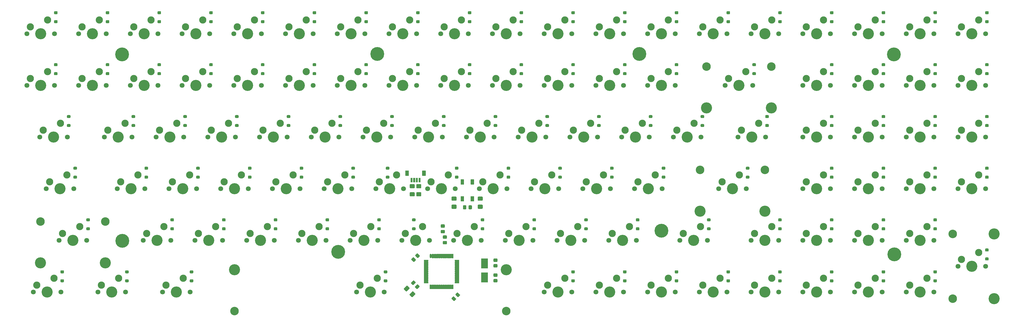
<source format=gbs>
G04 #@! TF.GenerationSoftware,KiCad,Pcbnew,(5.99.0-1278-g350696ecd)*
G04 #@! TF.CreationDate,2020-05-04T20:37:45-07:00*
G04 #@! TF.ProjectId,Keyboard - 100 Key Custom,4b657962-6f61-4726-9420-2d2031303020,rev?*
G04 #@! TF.SameCoordinates,Original*
G04 #@! TF.FileFunction,Soldermask,Bot*
G04 #@! TF.FilePolarity,Negative*
%FSLAX46Y46*%
G04 Gerber Fmt 4.6, Leading zero omitted, Abs format (unit mm)*
G04 Created by KiCad (PCBNEW (5.99.0-1278-g350696ecd)) date 2020-05-04 20:37:45*
%MOMM*%
%LPD*%
G01*
G04 APERTURE LIST*
%ADD10C,5.102000*%
%ADD11C,4.089800*%
%ADD12C,2.642000*%
%ADD13C,1.803800*%
%ADD14C,3.150000*%
%ADD15O,0.652000X1.602000*%
G04 APERTURE END LIST*
D10*
X149350000Y-32750000D03*
X245850000Y-32750000D03*
X254000000Y-98000000D03*
X135000000Y-105750000D03*
X339750000Y-106680000D03*
X339600000Y-33000000D03*
X55500000Y-101750000D03*
X55350000Y-33000000D03*
D11*
X146825000Y-120621250D03*
D12*
X143015000Y-118081250D03*
X149365000Y-115541250D03*
D13*
X141745000Y-120621250D03*
X151905000Y-120621250D03*
D14*
X196863000Y-127606250D03*
X96787000Y-127606250D03*
D11*
X96787000Y-112366250D03*
X196863000Y-112366250D03*
G36*
X168121000Y-108719000D02*
G01*
X168121000Y-109321000D01*
X166519000Y-109321000D01*
X166519000Y-108719000D01*
X168121000Y-108719000D01*
G37*
G36*
X168121000Y-109494000D02*
G01*
X168121000Y-110146000D01*
X166519000Y-110146000D01*
X166519000Y-109494000D01*
X168121000Y-109494000D01*
G37*
G36*
X168121000Y-110294000D02*
G01*
X168121000Y-110946000D01*
X166519000Y-110946000D01*
X166519000Y-110294000D01*
X168121000Y-110294000D01*
G37*
G36*
X168121000Y-111094000D02*
G01*
X168121000Y-111746000D01*
X166519000Y-111746000D01*
X166519000Y-111094000D01*
X168121000Y-111094000D01*
G37*
G36*
X168121000Y-111894000D02*
G01*
X168121000Y-112546000D01*
X166519000Y-112546000D01*
X166519000Y-111894000D01*
X168121000Y-111894000D01*
G37*
G36*
X168121000Y-112694000D02*
G01*
X168121000Y-113346000D01*
X166519000Y-113346000D01*
X166519000Y-112694000D01*
X168121000Y-112694000D01*
G37*
G36*
X168121000Y-113494000D02*
G01*
X168121000Y-114146000D01*
X166519000Y-114146000D01*
X166519000Y-113494000D01*
X168121000Y-113494000D01*
G37*
G36*
X168121000Y-114294000D02*
G01*
X168121000Y-114946000D01*
X166519000Y-114946000D01*
X166519000Y-114294000D01*
X168121000Y-114294000D01*
G37*
G36*
X168121000Y-115094000D02*
G01*
X168121000Y-115746000D01*
X166519000Y-115746000D01*
X166519000Y-115094000D01*
X168121000Y-115094000D01*
G37*
G36*
X168121000Y-115894000D02*
G01*
X168121000Y-116546000D01*
X166519000Y-116546000D01*
X166519000Y-115894000D01*
X168121000Y-115894000D01*
G37*
G36*
X168121000Y-116694000D02*
G01*
X168121000Y-117346000D01*
X166519000Y-117346000D01*
X166519000Y-116694000D01*
X168121000Y-116694000D01*
G37*
G36*
X168694000Y-117919000D02*
G01*
X169346000Y-117919000D01*
X169346000Y-119521000D01*
X168694000Y-119521000D01*
X168694000Y-117919000D01*
G37*
G36*
X169494000Y-117919000D02*
G01*
X170146000Y-117919000D01*
X170146000Y-119521000D01*
X169494000Y-119521000D01*
X169494000Y-117919000D01*
G37*
G36*
X170294000Y-117919000D02*
G01*
X170946000Y-117919000D01*
X170946000Y-119521000D01*
X170294000Y-119521000D01*
X170294000Y-117919000D01*
G37*
G36*
X171094000Y-117919000D02*
G01*
X171746000Y-117919000D01*
X171746000Y-119521000D01*
X171094000Y-119521000D01*
X171094000Y-117919000D01*
G37*
G36*
X171894000Y-117919000D02*
G01*
X172546000Y-117919000D01*
X172546000Y-119521000D01*
X171894000Y-119521000D01*
X171894000Y-117919000D01*
G37*
G36*
X172694000Y-117919000D02*
G01*
X173346000Y-117919000D01*
X173346000Y-119521000D01*
X172694000Y-119521000D01*
X172694000Y-117919000D01*
G37*
G36*
X173494000Y-117919000D02*
G01*
X174146000Y-117919000D01*
X174146000Y-119521000D01*
X173494000Y-119521000D01*
X173494000Y-117919000D01*
G37*
G36*
X174294000Y-117919000D02*
G01*
X174946000Y-117919000D01*
X174946000Y-119521000D01*
X174294000Y-119521000D01*
X174294000Y-117919000D01*
G37*
G36*
X175094000Y-117919000D02*
G01*
X175746000Y-117919000D01*
X175746000Y-119521000D01*
X175094000Y-119521000D01*
X175094000Y-117919000D01*
G37*
G36*
X175894000Y-117919000D02*
G01*
X176546000Y-117919000D01*
X176546000Y-119521000D01*
X175894000Y-119521000D01*
X175894000Y-117919000D01*
G37*
G36*
X176694000Y-117919000D02*
G01*
X177346000Y-117919000D01*
X177346000Y-119521000D01*
X176694000Y-119521000D01*
X176694000Y-117919000D01*
G37*
G36*
X179521000Y-116694000D02*
G01*
X179521000Y-117346000D01*
X177919000Y-117346000D01*
X177919000Y-116694000D01*
X179521000Y-116694000D01*
G37*
G36*
X179521000Y-115894000D02*
G01*
X179521000Y-116546000D01*
X177919000Y-116546000D01*
X177919000Y-115894000D01*
X179521000Y-115894000D01*
G37*
G36*
X179521000Y-115094000D02*
G01*
X179521000Y-115746000D01*
X177919000Y-115746000D01*
X177919000Y-115094000D01*
X179521000Y-115094000D01*
G37*
G36*
X179521000Y-114294000D02*
G01*
X179521000Y-114946000D01*
X177919000Y-114946000D01*
X177919000Y-114294000D01*
X179521000Y-114294000D01*
G37*
G36*
X179521000Y-113494000D02*
G01*
X179521000Y-114146000D01*
X177919000Y-114146000D01*
X177919000Y-113494000D01*
X179521000Y-113494000D01*
G37*
G36*
X179521000Y-112694000D02*
G01*
X179521000Y-113346000D01*
X177919000Y-113346000D01*
X177919000Y-112694000D01*
X179521000Y-112694000D01*
G37*
G36*
X179521000Y-111894000D02*
G01*
X179521000Y-112546000D01*
X177919000Y-112546000D01*
X177919000Y-111894000D01*
X179521000Y-111894000D01*
G37*
G36*
X179521000Y-111094000D02*
G01*
X179521000Y-111746000D01*
X177919000Y-111746000D01*
X177919000Y-111094000D01*
X179521000Y-111094000D01*
G37*
G36*
X179521000Y-110294000D02*
G01*
X179521000Y-110946000D01*
X177919000Y-110946000D01*
X177919000Y-110294000D01*
X179521000Y-110294000D01*
G37*
G36*
X179521000Y-109494000D02*
G01*
X179521000Y-110146000D01*
X177919000Y-110146000D01*
X177919000Y-109494000D01*
X179521000Y-109494000D01*
G37*
G36*
X179521000Y-108694000D02*
G01*
X179521000Y-109346000D01*
X177919000Y-109346000D01*
X177919000Y-108694000D01*
X179521000Y-108694000D01*
G37*
G36*
X176694000Y-106519000D02*
G01*
X177346000Y-106519000D01*
X177346000Y-108121000D01*
X176694000Y-108121000D01*
X176694000Y-106519000D01*
G37*
G36*
X175894000Y-106519000D02*
G01*
X176546000Y-106519000D01*
X176546000Y-108121000D01*
X175894000Y-108121000D01*
X175894000Y-106519000D01*
G37*
G36*
X175094000Y-106519000D02*
G01*
X175746000Y-106519000D01*
X175746000Y-108121000D01*
X175094000Y-108121000D01*
X175094000Y-106519000D01*
G37*
G36*
X174294000Y-106519000D02*
G01*
X174946000Y-106519000D01*
X174946000Y-108121000D01*
X174294000Y-108121000D01*
X174294000Y-106519000D01*
G37*
G36*
X173494000Y-106519000D02*
G01*
X174146000Y-106519000D01*
X174146000Y-108121000D01*
X173494000Y-108121000D01*
X173494000Y-106519000D01*
G37*
G36*
X172694000Y-106519000D02*
G01*
X173346000Y-106519000D01*
X173346000Y-108121000D01*
X172694000Y-108121000D01*
X172694000Y-106519000D01*
G37*
G36*
X171894000Y-106519000D02*
G01*
X172546000Y-106519000D01*
X172546000Y-108121000D01*
X171894000Y-108121000D01*
X171894000Y-106519000D01*
G37*
G36*
X171094000Y-106519000D02*
G01*
X171746000Y-106519000D01*
X171746000Y-108121000D01*
X171094000Y-108121000D01*
X171094000Y-106519000D01*
G37*
G36*
X170319000Y-106519000D02*
G01*
X170921000Y-106519000D01*
X170921000Y-108121000D01*
X170319000Y-108121000D01*
X170319000Y-106519000D01*
G37*
G36*
X169519000Y-106519000D02*
G01*
X170121000Y-106519000D01*
X170121000Y-108121000D01*
X169519000Y-108121000D01*
X169519000Y-106519000D01*
G37*
D15*
X169020000Y-107320000D03*
D11*
X25381250Y-44421250D03*
D13*
X20301250Y-44421250D03*
X30461250Y-44421250D03*
D12*
X27921250Y-39341250D03*
X21571250Y-41881250D03*
G36*
G01*
X165292696Y-85311910D02*
X163976484Y-85311910D01*
G75*
G02*
X163708590Y-85044016I0J267894D01*
G01*
X163708590Y-84052804D01*
G75*
G02*
X163976484Y-83784910I267894J0D01*
G01*
X165292696Y-83784910D01*
G75*
G02*
X165560590Y-84052804I0J-267894D01*
G01*
X165560590Y-85044016D01*
G75*
G02*
X165292696Y-85311910I-267894J0D01*
G01*
G37*
G36*
G01*
X165292696Y-82336910D02*
X163976484Y-82336910D01*
G75*
G02*
X163708590Y-82069016I0J267894D01*
G01*
X163708590Y-81077804D01*
G75*
G02*
X163976484Y-80809910I267894J0D01*
G01*
X165292696Y-80809910D01*
G75*
G02*
X165560590Y-81077804I0J-267894D01*
G01*
X165560590Y-82069016D01*
G75*
G02*
X165292696Y-82336910I-267894J0D01*
G01*
G37*
D11*
X173018750Y-82521250D03*
D13*
X167938750Y-82521250D03*
X178098750Y-82521250D03*
D12*
X175558750Y-77441250D03*
X169208750Y-79981250D03*
G36*
G01*
X161300773Y-121337475D02*
X162231475Y-120406772D01*
G75*
G02*
X162610335Y-120406772I189430J-189430D01*
G01*
X163311228Y-121107665D01*
G75*
G02*
X163311228Y-121486525I-189430J-189430D01*
G01*
X162380525Y-122417228D01*
G75*
G02*
X162001665Y-122417228I-189430J189430D01*
G01*
X161300772Y-121716335D01*
G75*
G02*
X161300772Y-121337475I189430J189430D01*
G01*
G37*
G36*
G01*
X159197131Y-119233833D02*
X160127833Y-118303130D01*
G75*
G02*
X160506693Y-118303130I189430J-189430D01*
G01*
X161207586Y-119004023D01*
G75*
G02*
X161207586Y-119382883I-189430J-189430D01*
G01*
X160276883Y-120313586D01*
G75*
G02*
X159898023Y-120313586I-189430J189430D01*
G01*
X159197130Y-119612693D01*
G75*
G02*
X159197130Y-119233833I189430J189430D01*
G01*
G37*
G36*
G01*
X161853201Y-117064366D02*
X162530365Y-116387200D01*
G75*
G02*
X162915275Y-116387200I192455J-192455D01*
G01*
X163415664Y-116887589D01*
G75*
G02*
X163415664Y-117272499I-192455J-192455D01*
G01*
X162738499Y-117949664D01*
G75*
G02*
X162353589Y-117949664I-192455J192455D01*
G01*
X161853200Y-117449275D01*
G75*
G02*
X161853200Y-117064365I192455J192455D01*
G01*
G37*
G36*
G01*
X163302769Y-118513934D02*
X163979933Y-117836768D01*
G75*
G02*
X164364843Y-117836768I192455J-192455D01*
G01*
X164865232Y-118337157D01*
G75*
G02*
X164865232Y-118722067I-192455J-192455D01*
G01*
X164188067Y-119399232D01*
G75*
G02*
X163803157Y-119399232I-192455J192455D01*
G01*
X163302768Y-118898843D01*
G75*
G02*
X163302768Y-118513933I192455J192455D01*
G01*
G37*
D11*
X153968750Y-82521250D03*
D13*
X148888750Y-82521250D03*
X159048750Y-82521250D03*
D12*
X156508750Y-77441250D03*
X150158750Y-79981250D03*
D11*
X192068750Y-82521250D03*
D13*
X186988750Y-82521250D03*
X197148750Y-82521250D03*
D12*
X194608750Y-77441250D03*
X188258750Y-79981250D03*
G36*
G01*
X37724500Y-77679000D02*
X38475500Y-77679000D01*
G75*
G02*
X38751000Y-77954500I0J-275500D01*
G01*
X38751000Y-78505500D01*
G75*
G02*
X38475500Y-78781000I-275500J0D01*
G01*
X37724500Y-78781000D01*
G75*
G02*
X37449000Y-78505500I0J275500D01*
G01*
X37449000Y-77954500D01*
G75*
G02*
X37724500Y-77679000I275500J0D01*
G01*
G37*
G36*
G01*
X37724500Y-74379000D02*
X38475500Y-74379000D01*
G75*
G02*
X38751000Y-74654500I0J-275500D01*
G01*
X38751000Y-75205500D01*
G75*
G02*
X38475500Y-75481000I-275500J0D01*
G01*
X37724500Y-75481000D01*
G75*
G02*
X37449000Y-75205500I0J275500D01*
G01*
X37449000Y-74654500D01*
G75*
G02*
X37724500Y-74379000I275500J0D01*
G01*
G37*
D11*
X32525000Y-82521250D03*
D12*
X28715000Y-79981250D03*
X35065000Y-77441250D03*
D13*
X27445000Y-82521250D03*
X37605000Y-82521250D03*
D11*
X30143750Y-63471250D03*
D12*
X26333750Y-60931250D03*
X32683750Y-58391250D03*
D13*
X25063750Y-63471250D03*
X35223750Y-63471250D03*
G36*
G01*
X165893590Y-77658411D02*
X165893590Y-75858409D01*
G75*
G02*
X165944589Y-75807410I50999J0D01*
G01*
X167144591Y-75807410D01*
G75*
G02*
X167195590Y-75858409I0J-50999D01*
G01*
X167195590Y-77658411D01*
G75*
G02*
X167144591Y-77709410I-50999J0D01*
G01*
X165944589Y-77709410D01*
G75*
G02*
X165893590Y-77658411I0J50999D01*
G01*
G37*
G36*
G01*
X159693590Y-77658411D02*
X159693590Y-75858409D01*
G75*
G02*
X159744589Y-75807410I50999J0D01*
G01*
X160944591Y-75807410D01*
G75*
G02*
X160995590Y-75858409I0J-50999D01*
G01*
X160995590Y-77658411D01*
G75*
G02*
X160944591Y-77709410I-50999J0D01*
G01*
X159744589Y-77709410D01*
G75*
G02*
X159693590Y-77658411I0J50999D01*
G01*
G37*
G36*
G01*
X164593590Y-80108410D02*
X164593590Y-78558410D01*
G75*
G02*
X164644590Y-78507410I51000J0D01*
G01*
X165244590Y-78507410D01*
G75*
G02*
X165295590Y-78558410I0J-51000D01*
G01*
X165295590Y-80108410D01*
G75*
G02*
X165244590Y-80159410I-51000J0D01*
G01*
X164644590Y-80159410D01*
G75*
G02*
X164593590Y-80108410I0J51000D01*
G01*
G37*
G36*
G01*
X161593590Y-80108410D02*
X161593590Y-78558410D01*
G75*
G02*
X161644590Y-78507410I51000J0D01*
G01*
X162244590Y-78507410D01*
G75*
G02*
X162295590Y-78558410I0J-51000D01*
G01*
X162295590Y-80108410D01*
G75*
G02*
X162244590Y-80159410I-51000J0D01*
G01*
X161644590Y-80159410D01*
G75*
G02*
X161593590Y-80108410I0J51000D01*
G01*
G37*
G36*
G01*
X162593590Y-80108410D02*
X162593590Y-78558410D01*
G75*
G02*
X162644590Y-78507410I51000J0D01*
G01*
X163244590Y-78507410D01*
G75*
G02*
X163295590Y-78558410I0J-51000D01*
G01*
X163295590Y-80108410D01*
G75*
G02*
X163244590Y-80159410I-51000J0D01*
G01*
X162644590Y-80159410D01*
G75*
G02*
X162593590Y-80108410I0J51000D01*
G01*
G37*
G36*
G01*
X163593590Y-80108410D02*
X163593590Y-78558410D01*
G75*
G02*
X163644590Y-78507410I51000J0D01*
G01*
X164244590Y-78507410D01*
G75*
G02*
X164295590Y-78558410I0J-51000D01*
G01*
X164295590Y-80108410D01*
G75*
G02*
X164244590Y-80159410I-51000J0D01*
G01*
X163644590Y-80159410D01*
G75*
G02*
X163593590Y-80108410I0J51000D01*
G01*
G37*
D11*
X73006250Y-63471250D03*
D13*
X67926250Y-63471250D03*
X78086250Y-63471250D03*
D12*
X75546250Y-58391250D03*
X69196250Y-60931250D03*
G36*
G01*
X187659487Y-113431559D02*
X190059487Y-113431559D01*
G75*
G02*
X190110487Y-113482559I0J-51000D01*
G01*
X190110487Y-116982559D01*
G75*
G02*
X190059487Y-117033559I-51000J0D01*
G01*
X187659487Y-117033559D01*
G75*
G02*
X187608487Y-116982559I0J51000D01*
G01*
X187608487Y-113482559D01*
G75*
G02*
X187659487Y-113431559I51000J0D01*
G01*
G37*
G36*
G01*
X187659487Y-108231559D02*
X190059487Y-108231559D01*
G75*
G02*
X190110487Y-108282559I0J-51000D01*
G01*
X190110487Y-111782559D01*
G75*
G02*
X190059487Y-111833559I-51000J0D01*
G01*
X187659487Y-111833559D01*
G75*
G02*
X187608487Y-111782559I0J51000D01*
G01*
X187608487Y-108282559D01*
G75*
G02*
X187659487Y-108231559I51000J0D01*
G01*
G37*
G36*
G01*
X180120000Y-79049000D02*
X181220000Y-79049000D01*
G75*
G02*
X181271000Y-79100000I0J-51000D01*
G01*
X181271000Y-80900000D01*
G75*
G02*
X181220000Y-80951000I-51000J0D01*
G01*
X180120000Y-80951000D01*
G75*
G02*
X180069000Y-80900000I0J51000D01*
G01*
X180069000Y-79100000D01*
G75*
G02*
X180120000Y-79049000I51000J0D01*
G01*
G37*
G36*
G01*
X180120000Y-85249000D02*
X181220000Y-85249000D01*
G75*
G02*
X181271000Y-85300000I0J-51000D01*
G01*
X181271000Y-87100000D01*
G75*
G02*
X181220000Y-87151000I-51000J0D01*
G01*
X180120000Y-87151000D01*
G75*
G02*
X180069000Y-87100000I0J51000D01*
G01*
X180069000Y-85300000D01*
G75*
G02*
X180120000Y-85249000I51000J0D01*
G01*
G37*
G36*
G01*
X183820000Y-79049000D02*
X184920000Y-79049000D01*
G75*
G02*
X184971000Y-79100000I0J-51000D01*
G01*
X184971000Y-80900000D01*
G75*
G02*
X184920000Y-80951000I-51000J0D01*
G01*
X183820000Y-80951000D01*
G75*
G02*
X183769000Y-80900000I0J51000D01*
G01*
X183769000Y-79100000D01*
G75*
G02*
X183820000Y-79049000I51000J0D01*
G01*
G37*
G36*
G01*
X183820000Y-85249000D02*
X184920000Y-85249000D01*
G75*
G02*
X184971000Y-85300000I0J-51000D01*
G01*
X184971000Y-87100000D01*
G75*
G02*
X184920000Y-87151000I-51000J0D01*
G01*
X183820000Y-87151000D01*
G75*
G02*
X183769000Y-87100000I0J51000D01*
G01*
X183769000Y-85300000D01*
G75*
G02*
X183820000Y-85249000I51000J0D01*
G01*
G37*
G36*
G01*
X162874697Y-85307910D02*
X161558485Y-85307910D01*
G75*
G02*
X161290591Y-85040016I0J267894D01*
G01*
X161290591Y-84048804D01*
G75*
G02*
X161558485Y-83780910I267894J0D01*
G01*
X162874697Y-83780910D01*
G75*
G02*
X163142591Y-84048804I0J-267894D01*
G01*
X163142591Y-85040016D01*
G75*
G02*
X162874697Y-85307910I-267894J0D01*
G01*
G37*
G36*
G01*
X162874697Y-82332910D02*
X161558485Y-82332910D01*
G75*
G02*
X161290591Y-82065016I0J267894D01*
G01*
X161290591Y-81073804D01*
G75*
G02*
X161558485Y-80805910I267894J0D01*
G01*
X162874697Y-80805910D01*
G75*
G02*
X163142591Y-81073804I0J-267894D01*
G01*
X163142591Y-82065016D01*
G75*
G02*
X162874697Y-82332910I-267894J0D01*
G01*
G37*
G36*
G01*
X176971894Y-88371500D02*
X178288106Y-88371500D01*
G75*
G02*
X178556000Y-88639394I0J-267894D01*
G01*
X178556000Y-89630606D01*
G75*
G02*
X178288106Y-89898500I-267894J0D01*
G01*
X176971894Y-89898500D01*
G75*
G02*
X176704000Y-89630606I0J267894D01*
G01*
X176704000Y-88639394D01*
G75*
G02*
X176971894Y-88371500I267894J0D01*
G01*
G37*
G36*
G01*
X176971894Y-85396500D02*
X178288106Y-85396500D01*
G75*
G02*
X178556000Y-85664394I0J-267894D01*
G01*
X178556000Y-86655606D01*
G75*
G02*
X178288106Y-86923500I-267894J0D01*
G01*
X176971894Y-86923500D01*
G75*
G02*
X176704000Y-86655606I0J267894D01*
G01*
X176704000Y-85664394D01*
G75*
G02*
X176971894Y-85396500I267894J0D01*
G01*
G37*
G36*
G01*
X187918106Y-86923500D02*
X186601894Y-86923500D01*
G75*
G02*
X186334000Y-86655606I0J267894D01*
G01*
X186334000Y-85664394D01*
G75*
G02*
X186601894Y-85396500I267894J0D01*
G01*
X187918106Y-85396500D01*
G75*
G02*
X188186000Y-85664394I0J-267894D01*
G01*
X188186000Y-86655606D01*
G75*
G02*
X187918106Y-86923500I-267894J0D01*
G01*
G37*
G36*
G01*
X187918106Y-89898500D02*
X186601894Y-89898500D01*
G75*
G02*
X186334000Y-89630606I0J267894D01*
G01*
X186334000Y-88639394D01*
G75*
G02*
X186601894Y-88371500I267894J0D01*
G01*
X187918106Y-88371500D01*
G75*
G02*
X188186000Y-88639394I0J-267894D01*
G01*
X188186000Y-89630606D01*
G75*
G02*
X187918106Y-89898500I-267894J0D01*
G01*
G37*
G36*
G01*
X173771172Y-101754000D02*
X174728828Y-101754000D01*
G75*
G02*
X175001000Y-102026172I0J-272172D01*
G01*
X175001000Y-102733828D01*
G75*
G02*
X174728828Y-103006000I-272172J0D01*
G01*
X173771172Y-103006000D01*
G75*
G02*
X173499000Y-102733828I0J272172D01*
G01*
X173499000Y-102026172D01*
G75*
G02*
X173771172Y-101754000I272172J0D01*
G01*
G37*
G36*
G01*
X173771172Y-99704000D02*
X174728828Y-99704000D01*
G75*
G02*
X175001000Y-99976172I0J-272172D01*
G01*
X175001000Y-100683828D01*
G75*
G02*
X174728828Y-100956000I-272172J0D01*
G01*
X173771172Y-100956000D01*
G75*
G02*
X173499000Y-100683828I0J272172D01*
G01*
X173499000Y-99976172D01*
G75*
G02*
X173771172Y-99704000I272172J0D01*
G01*
G37*
G36*
G01*
X177654498Y-122288337D02*
X178331664Y-122965501D01*
G75*
G02*
X178331664Y-123350411I-192455J-192455D01*
G01*
X177831275Y-123850800D01*
G75*
G02*
X177446365Y-123850800I-192455J192455D01*
G01*
X176769200Y-123173635D01*
G75*
G02*
X176769200Y-122788725I192455J192455D01*
G01*
X177269589Y-122288336D01*
G75*
G02*
X177654499Y-122288336I192455J-192455D01*
G01*
G37*
G36*
G01*
X179104066Y-120838769D02*
X179781232Y-121515933D01*
G75*
G02*
X179781232Y-121900843I-192455J-192455D01*
G01*
X179280843Y-122401232D01*
G75*
G02*
X178895933Y-122401232I-192455J192455D01*
G01*
X178218768Y-121724067D01*
G75*
G02*
X178218768Y-121339157I192455J192455D01*
G01*
X178719157Y-120838768D01*
G75*
G02*
X179104067Y-120838768I192455J-192455D01*
G01*
G37*
G36*
G01*
X164069718Y-107969231D02*
X163392552Y-107292067D01*
G75*
G02*
X163392552Y-106907157I192455J192455D01*
G01*
X163892941Y-106406768D01*
G75*
G02*
X164277851Y-106406768I192455J-192455D01*
G01*
X164955016Y-107083933D01*
G75*
G02*
X164955016Y-107468843I-192455J-192455D01*
G01*
X164454627Y-107969232D01*
G75*
G02*
X164069717Y-107969232I-192455J192455D01*
G01*
G37*
G36*
G01*
X162620150Y-109418799D02*
X161942984Y-108741635D01*
G75*
G02*
X161942984Y-108356725I192455J192455D01*
G01*
X162443373Y-107856336D01*
G75*
G02*
X162828283Y-107856336I192455J-192455D01*
G01*
X163505448Y-108533501D01*
G75*
G02*
X163505448Y-108918411I-192455J-192455D01*
G01*
X163005059Y-109418800D01*
G75*
G02*
X162620149Y-109418800I-192455J192455D01*
G01*
G37*
G36*
G01*
X173003172Y-95640000D02*
X173960828Y-95640000D01*
G75*
G02*
X174233000Y-95912172I0J-272172D01*
G01*
X174233000Y-96619828D01*
G75*
G02*
X173960828Y-96892000I-272172J0D01*
G01*
X173003172Y-96892000D01*
G75*
G02*
X172731000Y-96619828I0J272172D01*
G01*
X172731000Y-95912172D01*
G75*
G02*
X173003172Y-95640000I272172J0D01*
G01*
G37*
G36*
G01*
X173003172Y-97690000D02*
X173960828Y-97690000D01*
G75*
G02*
X174233000Y-97962172I0J-272172D01*
G01*
X174233000Y-98669828D01*
G75*
G02*
X173960828Y-98942000I-272172J0D01*
G01*
X173003172Y-98942000D01*
G75*
G02*
X172731000Y-98669828I0J272172D01*
G01*
X172731000Y-97962172D01*
G75*
G02*
X173003172Y-97690000I272172J0D01*
G01*
G37*
G36*
G01*
X193358315Y-109488560D02*
X192400659Y-109488560D01*
G75*
G02*
X192128487Y-109216388I0J272172D01*
G01*
X192128487Y-108508732D01*
G75*
G02*
X192400659Y-108236560I272172J0D01*
G01*
X193358315Y-108236560D01*
G75*
G02*
X193630487Y-108508732I0J-272172D01*
G01*
X193630487Y-109216388D01*
G75*
G02*
X193358315Y-109488560I-272172J0D01*
G01*
G37*
G36*
G01*
X193358315Y-111538560D02*
X192400659Y-111538560D01*
G75*
G02*
X192128487Y-111266388I0J272172D01*
G01*
X192128487Y-110558732D01*
G75*
G02*
X192400659Y-110286560I272172J0D01*
G01*
X193358315Y-110286560D01*
G75*
G02*
X193630487Y-110558732I0J-272172D01*
G01*
X193630487Y-111266388D01*
G75*
G02*
X193358315Y-111538560I-272172J0D01*
G01*
G37*
G36*
G01*
X192400662Y-115786560D02*
X193358318Y-115786560D01*
G75*
G02*
X193630490Y-116058732I0J-272172D01*
G01*
X193630490Y-116766388D01*
G75*
G02*
X193358318Y-117038560I-272172J0D01*
G01*
X192400662Y-117038560D01*
G75*
G02*
X192128490Y-116766388I0J272172D01*
G01*
X192128490Y-116058732D01*
G75*
G02*
X192400662Y-115786560I272172J0D01*
G01*
G37*
G36*
G01*
X192400662Y-113736560D02*
X193358318Y-113736560D01*
G75*
G02*
X193630490Y-114008732I0J-272172D01*
G01*
X193630490Y-114716388D01*
G75*
G02*
X193358318Y-114988560I-272172J0D01*
G01*
X192400662Y-114988560D01*
G75*
G02*
X192128490Y-114716388I0J272172D01*
G01*
X192128490Y-114008732D01*
G75*
G02*
X192400662Y-113736560I272172J0D01*
G01*
G37*
G36*
G01*
X180909000Y-89828828D02*
X180909000Y-88871172D01*
G75*
G02*
X181181172Y-88599000I272172J0D01*
G01*
X181888828Y-88599000D01*
G75*
G02*
X182161000Y-88871172I0J-272172D01*
G01*
X182161000Y-89828828D01*
G75*
G02*
X181888828Y-90101000I-272172J0D01*
G01*
X181181172Y-90101000D01*
G75*
G02*
X180909000Y-89828828I0J272172D01*
G01*
G37*
G36*
G01*
X182959000Y-89828828D02*
X182959000Y-88871172D01*
G75*
G02*
X183231172Y-88599000I272172J0D01*
G01*
X183938828Y-88599000D01*
G75*
G02*
X184211000Y-88871172I0J-272172D01*
G01*
X184211000Y-89828828D01*
G75*
G02*
X183938828Y-90101000I-272172J0D01*
G01*
X183231172Y-90101000D01*
G75*
G02*
X182959000Y-89828828I0J272172D01*
G01*
G37*
D11*
X376536250Y-99158250D03*
X376536250Y-123034250D03*
D14*
X361296250Y-123034250D03*
X361296250Y-99158250D03*
D13*
X373361250Y-111096250D03*
X363201250Y-111096250D03*
D12*
X370821250Y-106016250D03*
X364471250Y-108556250D03*
D11*
X368281250Y-111096250D03*
X368281250Y-82521250D03*
D13*
X363201250Y-82521250D03*
X373361250Y-82521250D03*
D12*
X370821250Y-77441250D03*
X364471250Y-79981250D03*
D11*
X368281250Y-63471250D03*
D13*
X363201250Y-63471250D03*
X373361250Y-63471250D03*
D12*
X370821250Y-58391250D03*
X364471250Y-60931250D03*
D11*
X368281250Y-44421250D03*
D13*
X363201250Y-44421250D03*
X373361250Y-44421250D03*
D12*
X370821250Y-39341250D03*
X364471250Y-41881250D03*
D11*
X368281250Y-25371250D03*
D13*
X363201250Y-25371250D03*
X373361250Y-25371250D03*
D12*
X370821250Y-20291250D03*
X364471250Y-22831250D03*
D11*
X349231250Y-120621250D03*
D13*
X344151250Y-120621250D03*
X354311250Y-120621250D03*
D12*
X351771250Y-115541250D03*
X345421250Y-118081250D03*
D11*
X349231250Y-101571250D03*
D13*
X344151250Y-101571250D03*
X354311250Y-101571250D03*
D12*
X351771250Y-96491250D03*
X345421250Y-99031250D03*
D11*
X349231250Y-82521250D03*
D13*
X344151250Y-82521250D03*
X354311250Y-82521250D03*
D12*
X351771250Y-77441250D03*
X345421250Y-79981250D03*
D11*
X349231250Y-63471250D03*
D13*
X344151250Y-63471250D03*
X354311250Y-63471250D03*
D12*
X351771250Y-58391250D03*
X345421250Y-60931250D03*
D11*
X349231250Y-44421250D03*
D13*
X344151250Y-44421250D03*
X354311250Y-44421250D03*
D12*
X351771250Y-39341250D03*
X345421250Y-41881250D03*
D11*
X349231250Y-25371250D03*
D13*
X344151250Y-25371250D03*
X354311250Y-25371250D03*
D12*
X351771250Y-20291250D03*
X345421250Y-22831250D03*
D11*
X330181250Y-120621250D03*
D13*
X325101250Y-120621250D03*
X335261250Y-120621250D03*
D12*
X332721250Y-115541250D03*
X326371250Y-118081250D03*
D11*
X330181250Y-101571250D03*
D13*
X325101250Y-101571250D03*
X335261250Y-101571250D03*
D12*
X332721250Y-96491250D03*
X326371250Y-99031250D03*
D11*
X330181250Y-82521250D03*
D13*
X325101250Y-82521250D03*
X335261250Y-82521250D03*
D12*
X332721250Y-77441250D03*
X326371250Y-79981250D03*
D11*
X330181250Y-63471250D03*
D13*
X325101250Y-63471250D03*
X335261250Y-63471250D03*
D12*
X332721250Y-58391250D03*
X326371250Y-60931250D03*
D11*
X330181250Y-44421250D03*
D13*
X325101250Y-44421250D03*
X335261250Y-44421250D03*
D12*
X332721250Y-39341250D03*
X326371250Y-41881250D03*
D11*
X330181250Y-25371250D03*
D13*
X325101250Y-25371250D03*
X335261250Y-25371250D03*
D12*
X332721250Y-20291250D03*
X326371250Y-22831250D03*
D11*
X311131250Y-120621250D03*
D13*
X306051250Y-120621250D03*
X316211250Y-120621250D03*
D12*
X313671250Y-115541250D03*
X307321250Y-118081250D03*
D11*
X311131250Y-101571250D03*
D13*
X306051250Y-101571250D03*
X316211250Y-101571250D03*
D12*
X313671250Y-96491250D03*
X307321250Y-99031250D03*
D11*
X311131250Y-82521250D03*
D13*
X306051250Y-82521250D03*
X316211250Y-82521250D03*
D12*
X313671250Y-77441250D03*
X307321250Y-79981250D03*
D11*
X311131250Y-63471250D03*
D13*
X306051250Y-63471250D03*
X316211250Y-63471250D03*
D12*
X313671250Y-58391250D03*
X307321250Y-60931250D03*
D11*
X311131250Y-44421250D03*
D13*
X306051250Y-44421250D03*
X316211250Y-44421250D03*
D12*
X313671250Y-39341250D03*
X307321250Y-41881250D03*
D11*
X311131250Y-25371250D03*
D13*
X306051250Y-25371250D03*
X316211250Y-25371250D03*
D12*
X313671250Y-20291250D03*
X307321250Y-22831250D03*
D11*
X292081250Y-25371250D03*
D13*
X287001250Y-25371250D03*
X297161250Y-25371250D03*
D12*
X294621250Y-20291250D03*
X288271250Y-22831250D03*
D11*
X292081250Y-120621250D03*
D13*
X287001250Y-120621250D03*
X297161250Y-120621250D03*
D12*
X294621250Y-115541250D03*
X288271250Y-118081250D03*
D11*
X292081250Y-101571250D03*
D13*
X287001250Y-101571250D03*
X297161250Y-101571250D03*
D12*
X294621250Y-96491250D03*
X288271250Y-99031250D03*
D11*
X280175000Y-82521250D03*
D12*
X276365000Y-79981250D03*
X282715000Y-77441250D03*
D13*
X275095000Y-82521250D03*
X285255000Y-82521250D03*
D14*
X292113000Y-75536250D03*
X268237000Y-75536250D03*
D11*
X268237000Y-90776250D03*
X292113000Y-90776250D03*
X287318750Y-63471250D03*
D12*
X283508750Y-60931250D03*
X289858750Y-58391250D03*
D13*
X282238750Y-63471250D03*
X292398750Y-63471250D03*
D11*
X282556250Y-44421250D03*
D12*
X278746250Y-41881250D03*
X285096250Y-39341250D03*
D13*
X277476250Y-44421250D03*
X287636250Y-44421250D03*
D14*
X294494250Y-37436250D03*
X270618250Y-37436250D03*
D11*
X270618250Y-52676250D03*
X294494250Y-52676250D03*
X273031250Y-25371250D03*
D13*
X267951250Y-25371250D03*
X278111250Y-25371250D03*
D12*
X275571250Y-20291250D03*
X269221250Y-22831250D03*
D11*
X273031250Y-120621250D03*
D13*
X267951250Y-120621250D03*
X278111250Y-120621250D03*
D12*
X275571250Y-115541250D03*
X269221250Y-118081250D03*
D11*
X265887500Y-101571250D03*
D12*
X262077500Y-99031250D03*
X268427500Y-96491250D03*
D13*
X260807500Y-101571250D03*
X270967500Y-101571250D03*
D11*
X263506250Y-63471250D03*
D13*
X258426250Y-63471250D03*
X268586250Y-63471250D03*
D12*
X266046250Y-58391250D03*
X259696250Y-60931250D03*
D11*
X253981250Y-44421250D03*
D13*
X248901250Y-44421250D03*
X259061250Y-44421250D03*
D12*
X256521250Y-39341250D03*
X250171250Y-41881250D03*
D11*
X253981250Y-25371250D03*
D13*
X248901250Y-25371250D03*
X259061250Y-25371250D03*
D12*
X256521250Y-20291250D03*
X250171250Y-22831250D03*
D11*
X253981250Y-120621250D03*
D13*
X248901250Y-120621250D03*
X259061250Y-120621250D03*
D12*
X256521250Y-115541250D03*
X250171250Y-118081250D03*
D11*
X249218750Y-82521250D03*
D13*
X244138750Y-82521250D03*
X254298750Y-82521250D03*
D12*
X251758750Y-77441250D03*
X245408750Y-79981250D03*
D11*
X244456250Y-63471250D03*
D13*
X239376250Y-63471250D03*
X249536250Y-63471250D03*
D12*
X246996250Y-58391250D03*
X240646250Y-60931250D03*
D11*
X234931250Y-44421250D03*
D13*
X229851250Y-44421250D03*
X240011250Y-44421250D03*
D12*
X237471250Y-39341250D03*
X231121250Y-41881250D03*
D11*
X234931250Y-25371250D03*
D13*
X229851250Y-25371250D03*
X240011250Y-25371250D03*
D12*
X237471250Y-20291250D03*
X231121250Y-22831250D03*
D11*
X234931250Y-120621250D03*
D13*
X229851250Y-120621250D03*
X240011250Y-120621250D03*
D12*
X237471250Y-115541250D03*
X231121250Y-118081250D03*
D11*
X239693750Y-101571250D03*
D13*
X234613750Y-101571250D03*
X244773750Y-101571250D03*
D12*
X242233750Y-96491250D03*
X235883750Y-99031250D03*
D11*
X230168750Y-82521250D03*
D13*
X225088750Y-82521250D03*
X235248750Y-82521250D03*
D12*
X232708750Y-77441250D03*
X226358750Y-79981250D03*
D11*
X225406250Y-63471250D03*
D13*
X220326250Y-63471250D03*
X230486250Y-63471250D03*
D12*
X227946250Y-58391250D03*
X221596250Y-60931250D03*
D11*
X215881250Y-44421250D03*
D13*
X210801250Y-44421250D03*
X220961250Y-44421250D03*
D12*
X218421250Y-39341250D03*
X212071250Y-41881250D03*
D11*
X215881250Y-25371250D03*
D13*
X210801250Y-25371250D03*
X220961250Y-25371250D03*
D12*
X218421250Y-20291250D03*
X212071250Y-22831250D03*
D11*
X215881250Y-120621250D03*
D13*
X210801250Y-120621250D03*
X220961250Y-120621250D03*
D12*
X218421250Y-115541250D03*
X212071250Y-118081250D03*
D11*
X220643750Y-101571250D03*
D13*
X215563750Y-101571250D03*
X225723750Y-101571250D03*
D12*
X223183750Y-96491250D03*
X216833750Y-99031250D03*
D11*
X211118750Y-82521250D03*
D13*
X206038750Y-82521250D03*
X216198750Y-82521250D03*
D12*
X213658750Y-77441250D03*
X207308750Y-79981250D03*
D11*
X206356250Y-63471250D03*
D13*
X201276250Y-63471250D03*
X211436250Y-63471250D03*
D12*
X208896250Y-58391250D03*
X202546250Y-60931250D03*
D11*
X196831250Y-44421250D03*
D13*
X191751250Y-44421250D03*
X201911250Y-44421250D03*
D12*
X199371250Y-39341250D03*
X193021250Y-41881250D03*
D11*
X196831250Y-25371250D03*
D13*
X191751250Y-25371250D03*
X201911250Y-25371250D03*
D12*
X199371250Y-20291250D03*
X193021250Y-22831250D03*
D11*
X201593750Y-101571250D03*
D13*
X196513750Y-101571250D03*
X206673750Y-101571250D03*
D12*
X204133750Y-96491250D03*
X197783750Y-99031250D03*
D11*
X187306250Y-63471250D03*
D13*
X182226250Y-63471250D03*
X192386250Y-63471250D03*
D12*
X189846250Y-58391250D03*
X183496250Y-60931250D03*
D11*
X177781250Y-44421250D03*
D13*
X172701250Y-44421250D03*
X182861250Y-44421250D03*
D12*
X180321250Y-39341250D03*
X173971250Y-41881250D03*
D11*
X177781250Y-25371250D03*
D13*
X172701250Y-25371250D03*
X182861250Y-25371250D03*
D12*
X180321250Y-20291250D03*
X173971250Y-22831250D03*
D11*
X182543750Y-101571250D03*
D13*
X177463750Y-101571250D03*
X187623750Y-101571250D03*
D12*
X185083750Y-96491250D03*
X178733750Y-99031250D03*
D11*
X168256250Y-63471250D03*
D13*
X163176250Y-63471250D03*
X173336250Y-63471250D03*
D12*
X170796250Y-58391250D03*
X164446250Y-60931250D03*
D11*
X158731250Y-44421250D03*
D13*
X153651250Y-44421250D03*
X163811250Y-44421250D03*
D12*
X161271250Y-39341250D03*
X154921250Y-41881250D03*
D11*
X158731250Y-25371250D03*
D13*
X153651250Y-25371250D03*
X163811250Y-25371250D03*
D12*
X161271250Y-20291250D03*
X154921250Y-22831250D03*
D11*
X163493750Y-101571250D03*
D13*
X158413750Y-101571250D03*
X168573750Y-101571250D03*
D12*
X166033750Y-96491250D03*
X159683750Y-99031250D03*
D11*
X149206250Y-63471250D03*
D13*
X144126250Y-63471250D03*
X154286250Y-63471250D03*
D12*
X151746250Y-58391250D03*
X145396250Y-60931250D03*
D11*
X139681250Y-44421250D03*
D13*
X134601250Y-44421250D03*
X144761250Y-44421250D03*
D12*
X142221250Y-39341250D03*
X135871250Y-41881250D03*
D11*
X139681250Y-25371250D03*
D13*
X134601250Y-25371250D03*
X144761250Y-25371250D03*
D12*
X142221250Y-20291250D03*
X135871250Y-22831250D03*
D11*
X144443750Y-101571250D03*
D13*
X139363750Y-101571250D03*
X149523750Y-101571250D03*
D12*
X146983750Y-96491250D03*
X140633750Y-99031250D03*
D11*
X134918750Y-82521250D03*
D13*
X129838750Y-82521250D03*
X139998750Y-82521250D03*
D12*
X137458750Y-77441250D03*
X131108750Y-79981250D03*
D11*
X130156250Y-63471250D03*
D13*
X125076250Y-63471250D03*
X135236250Y-63471250D03*
D12*
X132696250Y-58391250D03*
X126346250Y-60931250D03*
D11*
X120631250Y-44421250D03*
D13*
X115551250Y-44421250D03*
X125711250Y-44421250D03*
D12*
X123171250Y-39341250D03*
X116821250Y-41881250D03*
D11*
X120631250Y-25371250D03*
D13*
X115551250Y-25371250D03*
X125711250Y-25371250D03*
D12*
X123171250Y-20291250D03*
X116821250Y-22831250D03*
D11*
X125393750Y-101571250D03*
D13*
X120313750Y-101571250D03*
X130473750Y-101571250D03*
D12*
X127933750Y-96491250D03*
X121583750Y-99031250D03*
D11*
X115868750Y-82521250D03*
D13*
X110788750Y-82521250D03*
X120948750Y-82521250D03*
D12*
X118408750Y-77441250D03*
X112058750Y-79981250D03*
D11*
X111106250Y-63471250D03*
D13*
X106026250Y-63471250D03*
X116186250Y-63471250D03*
D12*
X113646250Y-58391250D03*
X107296250Y-60931250D03*
D11*
X101581250Y-44421250D03*
D13*
X96501250Y-44421250D03*
X106661250Y-44421250D03*
D12*
X104121250Y-39341250D03*
X97771250Y-41881250D03*
D11*
X101581250Y-25371250D03*
D13*
X96501250Y-25371250D03*
X106661250Y-25371250D03*
D12*
X104121250Y-20291250D03*
X97771250Y-22831250D03*
D11*
X106343750Y-101571250D03*
D13*
X101263750Y-101571250D03*
X111423750Y-101571250D03*
D12*
X108883750Y-96491250D03*
X102533750Y-99031250D03*
D11*
X96818750Y-82521250D03*
D13*
X91738750Y-82521250D03*
X101898750Y-82521250D03*
D12*
X99358750Y-77441250D03*
X93008750Y-79981250D03*
D11*
X92056250Y-63471250D03*
D13*
X86976250Y-63471250D03*
X97136250Y-63471250D03*
D12*
X94596250Y-58391250D03*
X88246250Y-60931250D03*
D11*
X82531250Y-44421250D03*
D13*
X77451250Y-44421250D03*
X87611250Y-44421250D03*
D12*
X85071250Y-39341250D03*
X78721250Y-41881250D03*
D11*
X82531250Y-25371250D03*
D13*
X77451250Y-25371250D03*
X87611250Y-25371250D03*
D12*
X85071250Y-20291250D03*
X78721250Y-22831250D03*
D11*
X75387500Y-120621250D03*
D12*
X71577500Y-118081250D03*
X77927500Y-115541250D03*
D13*
X70307500Y-120621250D03*
X80467500Y-120621250D03*
D11*
X87293750Y-101571250D03*
D13*
X82213750Y-101571250D03*
X92373750Y-101571250D03*
D12*
X89833750Y-96491250D03*
X83483750Y-99031250D03*
D11*
X77768750Y-82521250D03*
D13*
X72688750Y-82521250D03*
X82848750Y-82521250D03*
D12*
X80308750Y-77441250D03*
X73958750Y-79981250D03*
D11*
X63481250Y-44421250D03*
D13*
X58401250Y-44421250D03*
X68561250Y-44421250D03*
D12*
X66021250Y-39341250D03*
X59671250Y-41881250D03*
D11*
X63481250Y-25371250D03*
D13*
X58401250Y-25371250D03*
X68561250Y-25371250D03*
D12*
X66021250Y-20291250D03*
X59671250Y-22831250D03*
D11*
X51575000Y-120621250D03*
D12*
X47765000Y-118081250D03*
X54115000Y-115541250D03*
D13*
X46495000Y-120621250D03*
X56655000Y-120621250D03*
D11*
X68243750Y-101571250D03*
D13*
X63163750Y-101571250D03*
X73323750Y-101571250D03*
D12*
X70783750Y-96491250D03*
X64433750Y-99031250D03*
D11*
X58718750Y-82521250D03*
D13*
X53638750Y-82521250D03*
X63798750Y-82521250D03*
D12*
X61258750Y-77441250D03*
X54908750Y-79981250D03*
D11*
X53956250Y-63471250D03*
D13*
X48876250Y-63471250D03*
X59036250Y-63471250D03*
D12*
X56496250Y-58391250D03*
X50146250Y-60931250D03*
D11*
X44431250Y-44421250D03*
D13*
X39351250Y-44421250D03*
X49511250Y-44421250D03*
D12*
X46971250Y-39341250D03*
X40621250Y-41881250D03*
D11*
X44431250Y-25371250D03*
D13*
X39351250Y-25371250D03*
X49511250Y-25371250D03*
D12*
X46971250Y-20291250D03*
X40621250Y-22831250D03*
D11*
X27762500Y-120621250D03*
D12*
X23952500Y-118081250D03*
X30302500Y-115541250D03*
D13*
X22682500Y-120621250D03*
X32842500Y-120621250D03*
D11*
X37287500Y-101571250D03*
D12*
X33477500Y-99031250D03*
X39827500Y-96491250D03*
D13*
X32207500Y-101571250D03*
X42367500Y-101571250D03*
D14*
X49225500Y-94586250D03*
X25349500Y-94586250D03*
D11*
X25349500Y-109826250D03*
X49225500Y-109826250D03*
X25381250Y-25371250D03*
D13*
X20301250Y-25371250D03*
X30461250Y-25371250D03*
D12*
X27921250Y-20291250D03*
X21571250Y-22831250D03*
G36*
G01*
X373468529Y-107830250D02*
X374219529Y-107830250D01*
G75*
G02*
X374495029Y-108105750I0J-275500D01*
G01*
X374495029Y-108656750D01*
G75*
G02*
X374219529Y-108932250I-275500J0D01*
G01*
X373468529Y-108932250D01*
G75*
G02*
X373193029Y-108656750I0J275500D01*
G01*
X373193029Y-108105750D01*
G75*
G02*
X373468529Y-107830250I275500J0D01*
G01*
G37*
G36*
G01*
X373468529Y-104530250D02*
X374219529Y-104530250D01*
G75*
G02*
X374495029Y-104805750I0J-275500D01*
G01*
X374495029Y-105356750D01*
G75*
G02*
X374219529Y-105632250I-275500J0D01*
G01*
X373468529Y-105632250D01*
G75*
G02*
X373193029Y-105356750I0J275500D01*
G01*
X373193029Y-104805750D01*
G75*
G02*
X373468529Y-104530250I275500J0D01*
G01*
G37*
G36*
G01*
X373475750Y-77679000D02*
X374226750Y-77679000D01*
G75*
G02*
X374502250Y-77954500I0J-275500D01*
G01*
X374502250Y-78505500D01*
G75*
G02*
X374226750Y-78781000I-275500J0D01*
G01*
X373475750Y-78781000D01*
G75*
G02*
X373200250Y-78505500I0J275500D01*
G01*
X373200250Y-77954500D01*
G75*
G02*
X373475750Y-77679000I275500J0D01*
G01*
G37*
G36*
G01*
X373475750Y-74379000D02*
X374226750Y-74379000D01*
G75*
G02*
X374502250Y-74654500I0J-275500D01*
G01*
X374502250Y-75205500D01*
G75*
G02*
X374226750Y-75481000I-275500J0D01*
G01*
X373475750Y-75481000D01*
G75*
G02*
X373200250Y-75205500I0J275500D01*
G01*
X373200250Y-74654500D01*
G75*
G02*
X373475750Y-74379000I275500J0D01*
G01*
G37*
G36*
G01*
X373475750Y-58639000D02*
X374226750Y-58639000D01*
G75*
G02*
X374502250Y-58914500I0J-275500D01*
G01*
X374502250Y-59465500D01*
G75*
G02*
X374226750Y-59741000I-275500J0D01*
G01*
X373475750Y-59741000D01*
G75*
G02*
X373200250Y-59465500I0J275500D01*
G01*
X373200250Y-58914500D01*
G75*
G02*
X373475750Y-58639000I275500J0D01*
G01*
G37*
G36*
G01*
X373475750Y-55339000D02*
X374226750Y-55339000D01*
G75*
G02*
X374502250Y-55614500I0J-275500D01*
G01*
X374502250Y-56165500D01*
G75*
G02*
X374226750Y-56441000I-275500J0D01*
G01*
X373475750Y-56441000D01*
G75*
G02*
X373200250Y-56165500I0J275500D01*
G01*
X373200250Y-55614500D01*
G75*
G02*
X373475750Y-55339000I275500J0D01*
G01*
G37*
G36*
G01*
X373485750Y-39507999D02*
X374236750Y-39507999D01*
G75*
G02*
X374512250Y-39783499I0J-275500D01*
G01*
X374512250Y-40334499D01*
G75*
G02*
X374236750Y-40609999I-275500J0D01*
G01*
X373485750Y-40609999D01*
G75*
G02*
X373210250Y-40334499I0J275500D01*
G01*
X373210250Y-39783499D01*
G75*
G02*
X373485750Y-39507999I275500J0D01*
G01*
G37*
G36*
G01*
X373485750Y-36207999D02*
X374236750Y-36207999D01*
G75*
G02*
X374512250Y-36483499I0J-275500D01*
G01*
X374512250Y-37034499D01*
G75*
G02*
X374236750Y-37309999I-275500J0D01*
G01*
X373485750Y-37309999D01*
G75*
G02*
X373210250Y-37034499I0J275500D01*
G01*
X373210250Y-36483499D01*
G75*
G02*
X373485750Y-36207999I275500J0D01*
G01*
G37*
G36*
G01*
X373495750Y-20331999D02*
X374246750Y-20331999D01*
G75*
G02*
X374522250Y-20607499I0J-275500D01*
G01*
X374522250Y-21158499D01*
G75*
G02*
X374246750Y-21433999I-275500J0D01*
G01*
X373495750Y-21433999D01*
G75*
G02*
X373220250Y-21158499I0J275500D01*
G01*
X373220250Y-20607499D01*
G75*
G02*
X373495750Y-20331999I275500J0D01*
G01*
G37*
G36*
G01*
X373495750Y-17031999D02*
X374246750Y-17031999D01*
G75*
G02*
X374522250Y-17307499I0J-275500D01*
G01*
X374522250Y-17858499D01*
G75*
G02*
X374246750Y-18133999I-275500J0D01*
G01*
X373495750Y-18133999D01*
G75*
G02*
X373220250Y-17858499I0J275500D01*
G01*
X373220250Y-17307499D01*
G75*
G02*
X373495750Y-17031999I275500J0D01*
G01*
G37*
G36*
G01*
X354425750Y-112607000D02*
X355176750Y-112607000D01*
G75*
G02*
X355452250Y-112882500I0J-275500D01*
G01*
X355452250Y-113433500D01*
G75*
G02*
X355176750Y-113709000I-275500J0D01*
G01*
X354425750Y-113709000D01*
G75*
G02*
X354150250Y-113433500I0J275500D01*
G01*
X354150250Y-112882500D01*
G75*
G02*
X354425750Y-112607000I275500J0D01*
G01*
G37*
G36*
G01*
X354425750Y-115907000D02*
X355176750Y-115907000D01*
G75*
G02*
X355452250Y-116182500I0J-275500D01*
G01*
X355452250Y-116733500D01*
G75*
G02*
X355176750Y-117009000I-275500J0D01*
G01*
X354425750Y-117009000D01*
G75*
G02*
X354150250Y-116733500I0J275500D01*
G01*
X354150250Y-116182500D01*
G75*
G02*
X354425750Y-115907000I275500J0D01*
G01*
G37*
G36*
G01*
X354428666Y-96729000D02*
X355179666Y-96729000D01*
G75*
G02*
X355455166Y-97004500I0J-275500D01*
G01*
X355455166Y-97555500D01*
G75*
G02*
X355179666Y-97831000I-275500J0D01*
G01*
X354428666Y-97831000D01*
G75*
G02*
X354153166Y-97555500I0J275500D01*
G01*
X354153166Y-97004500D01*
G75*
G02*
X354428666Y-96729000I275500J0D01*
G01*
G37*
G36*
G01*
X354428666Y-93429000D02*
X355179666Y-93429000D01*
G75*
G02*
X355455166Y-93704500I0J-275500D01*
G01*
X355455166Y-94255500D01*
G75*
G02*
X355179666Y-94531000I-275500J0D01*
G01*
X354428666Y-94531000D01*
G75*
G02*
X354153166Y-94255500I0J275500D01*
G01*
X354153166Y-93704500D01*
G75*
G02*
X354428666Y-93429000I275500J0D01*
G01*
G37*
G36*
G01*
X354415750Y-77679000D02*
X355166750Y-77679000D01*
G75*
G02*
X355442250Y-77954500I0J-275500D01*
G01*
X355442250Y-78505500D01*
G75*
G02*
X355166750Y-78781000I-275500J0D01*
G01*
X354415750Y-78781000D01*
G75*
G02*
X354140250Y-78505500I0J275500D01*
G01*
X354140250Y-77954500D01*
G75*
G02*
X354415750Y-77679000I275500J0D01*
G01*
G37*
G36*
G01*
X354415750Y-74379000D02*
X355166750Y-74379000D01*
G75*
G02*
X355442250Y-74654500I0J-275500D01*
G01*
X355442250Y-75205500D01*
G75*
G02*
X355166750Y-75481000I-275500J0D01*
G01*
X354415750Y-75481000D01*
G75*
G02*
X354140250Y-75205500I0J275500D01*
G01*
X354140250Y-74654500D01*
G75*
G02*
X354415750Y-74379000I275500J0D01*
G01*
G37*
G36*
G01*
X354415750Y-58639000D02*
X355166750Y-58639000D01*
G75*
G02*
X355442250Y-58914500I0J-275500D01*
G01*
X355442250Y-59465500D01*
G75*
G02*
X355166750Y-59741000I-275500J0D01*
G01*
X354415750Y-59741000D01*
G75*
G02*
X354140250Y-59465500I0J275500D01*
G01*
X354140250Y-58914500D01*
G75*
G02*
X354415750Y-58639000I275500J0D01*
G01*
G37*
G36*
G01*
X354415750Y-55339000D02*
X355166750Y-55339000D01*
G75*
G02*
X355442250Y-55614500I0J-275500D01*
G01*
X355442250Y-56165500D01*
G75*
G02*
X355166750Y-56441000I-275500J0D01*
G01*
X354415750Y-56441000D01*
G75*
G02*
X354140250Y-56165500I0J275500D01*
G01*
X354140250Y-55614500D01*
G75*
G02*
X354415750Y-55339000I275500J0D01*
G01*
G37*
G36*
G01*
X354445750Y-39507999D02*
X355196750Y-39507999D01*
G75*
G02*
X355472250Y-39783499I0J-275500D01*
G01*
X355472250Y-40334499D01*
G75*
G02*
X355196750Y-40609999I-275500J0D01*
G01*
X354445750Y-40609999D01*
G75*
G02*
X354170250Y-40334499I0J275500D01*
G01*
X354170250Y-39783499D01*
G75*
G02*
X354445750Y-39507999I275500J0D01*
G01*
G37*
G36*
G01*
X354445750Y-36207999D02*
X355196750Y-36207999D01*
G75*
G02*
X355472250Y-36483499I0J-275500D01*
G01*
X355472250Y-37034499D01*
G75*
G02*
X355196750Y-37309999I-275500J0D01*
G01*
X354445750Y-37309999D01*
G75*
G02*
X354170250Y-37034499I0J275500D01*
G01*
X354170250Y-36483499D01*
G75*
G02*
X354445750Y-36207999I275500J0D01*
G01*
G37*
G36*
G01*
X354445750Y-20331999D02*
X355196750Y-20331999D01*
G75*
G02*
X355472250Y-20607499I0J-275500D01*
G01*
X355472250Y-21158499D01*
G75*
G02*
X355196750Y-21433999I-275500J0D01*
G01*
X354445750Y-21433999D01*
G75*
G02*
X354170250Y-21158499I0J275500D01*
G01*
X354170250Y-20607499D01*
G75*
G02*
X354445750Y-20331999I275500J0D01*
G01*
G37*
G36*
G01*
X354445750Y-17031999D02*
X355196750Y-17031999D01*
G75*
G02*
X355472250Y-17307499I0J-275500D01*
G01*
X355472250Y-17858499D01*
G75*
G02*
X355196750Y-18133999I-275500J0D01*
G01*
X354445750Y-18133999D01*
G75*
G02*
X354170250Y-17858499I0J275500D01*
G01*
X354170250Y-17307499D01*
G75*
G02*
X354445750Y-17031999I275500J0D01*
G01*
G37*
G36*
G01*
X335375750Y-112617000D02*
X336126750Y-112617000D01*
G75*
G02*
X336402250Y-112892500I0J-275500D01*
G01*
X336402250Y-113443500D01*
G75*
G02*
X336126750Y-113719000I-275500J0D01*
G01*
X335375750Y-113719000D01*
G75*
G02*
X335100250Y-113443500I0J275500D01*
G01*
X335100250Y-112892500D01*
G75*
G02*
X335375750Y-112617000I275500J0D01*
G01*
G37*
G36*
G01*
X335375750Y-115917000D02*
X336126750Y-115917000D01*
G75*
G02*
X336402250Y-116192500I0J-275500D01*
G01*
X336402250Y-116743500D01*
G75*
G02*
X336126750Y-117019000I-275500J0D01*
G01*
X335375750Y-117019000D01*
G75*
G02*
X335100250Y-116743500I0J275500D01*
G01*
X335100250Y-116192500D01*
G75*
G02*
X335375750Y-115917000I275500J0D01*
G01*
G37*
G36*
G01*
X335375750Y-96729000D02*
X336126750Y-96729000D01*
G75*
G02*
X336402250Y-97004500I0J-275500D01*
G01*
X336402250Y-97555500D01*
G75*
G02*
X336126750Y-97831000I-275500J0D01*
G01*
X335375750Y-97831000D01*
G75*
G02*
X335100250Y-97555500I0J275500D01*
G01*
X335100250Y-97004500D01*
G75*
G02*
X335375750Y-96729000I275500J0D01*
G01*
G37*
G36*
G01*
X335375750Y-93429000D02*
X336126750Y-93429000D01*
G75*
G02*
X336402250Y-93704500I0J-275500D01*
G01*
X336402250Y-94255500D01*
G75*
G02*
X336126750Y-94531000I-275500J0D01*
G01*
X335375750Y-94531000D01*
G75*
G02*
X335100250Y-94255500I0J275500D01*
G01*
X335100250Y-93704500D01*
G75*
G02*
X335375750Y-93429000I275500J0D01*
G01*
G37*
G36*
G01*
X335375750Y-77679000D02*
X336126750Y-77679000D01*
G75*
G02*
X336402250Y-77954500I0J-275500D01*
G01*
X336402250Y-78505500D01*
G75*
G02*
X336126750Y-78781000I-275500J0D01*
G01*
X335375750Y-78781000D01*
G75*
G02*
X335100250Y-78505500I0J275500D01*
G01*
X335100250Y-77954500D01*
G75*
G02*
X335375750Y-77679000I275500J0D01*
G01*
G37*
G36*
G01*
X335375750Y-74379000D02*
X336126750Y-74379000D01*
G75*
G02*
X336402250Y-74654500I0J-275500D01*
G01*
X336402250Y-75205500D01*
G75*
G02*
X336126750Y-75481000I-275500J0D01*
G01*
X335375750Y-75481000D01*
G75*
G02*
X335100250Y-75205500I0J275500D01*
G01*
X335100250Y-74654500D01*
G75*
G02*
X335375750Y-74379000I275500J0D01*
G01*
G37*
G36*
G01*
X335375750Y-58639000D02*
X336126750Y-58639000D01*
G75*
G02*
X336402250Y-58914500I0J-275500D01*
G01*
X336402250Y-59465500D01*
G75*
G02*
X336126750Y-59741000I-275500J0D01*
G01*
X335375750Y-59741000D01*
G75*
G02*
X335100250Y-59465500I0J275500D01*
G01*
X335100250Y-58914500D01*
G75*
G02*
X335375750Y-58639000I275500J0D01*
G01*
G37*
G36*
G01*
X335375750Y-55339000D02*
X336126750Y-55339000D01*
G75*
G02*
X336402250Y-55614500I0J-275500D01*
G01*
X336402250Y-56165500D01*
G75*
G02*
X336126750Y-56441000I-275500J0D01*
G01*
X335375750Y-56441000D01*
G75*
G02*
X335100250Y-56165500I0J275500D01*
G01*
X335100250Y-55614500D01*
G75*
G02*
X335375750Y-55339000I275500J0D01*
G01*
G37*
G36*
G01*
X335385750Y-39507999D02*
X336136750Y-39507999D01*
G75*
G02*
X336412250Y-39783499I0J-275500D01*
G01*
X336412250Y-40334499D01*
G75*
G02*
X336136750Y-40609999I-275500J0D01*
G01*
X335385750Y-40609999D01*
G75*
G02*
X335110250Y-40334499I0J275500D01*
G01*
X335110250Y-39783499D01*
G75*
G02*
X335385750Y-39507999I275500J0D01*
G01*
G37*
G36*
G01*
X335385750Y-36207999D02*
X336136750Y-36207999D01*
G75*
G02*
X336412250Y-36483499I0J-275500D01*
G01*
X336412250Y-37034499D01*
G75*
G02*
X336136750Y-37309999I-275500J0D01*
G01*
X335385750Y-37309999D01*
G75*
G02*
X335110250Y-37034499I0J275500D01*
G01*
X335110250Y-36483499D01*
G75*
G02*
X335385750Y-36207999I275500J0D01*
G01*
G37*
G36*
G01*
X335395750Y-20331999D02*
X336146750Y-20331999D01*
G75*
G02*
X336422250Y-20607499I0J-275500D01*
G01*
X336422250Y-21158499D01*
G75*
G02*
X336146750Y-21433999I-275500J0D01*
G01*
X335395750Y-21433999D01*
G75*
G02*
X335120250Y-21158499I0J275500D01*
G01*
X335120250Y-20607499D01*
G75*
G02*
X335395750Y-20331999I275500J0D01*
G01*
G37*
G36*
G01*
X335395750Y-17031999D02*
X336146750Y-17031999D01*
G75*
G02*
X336422250Y-17307499I0J-275500D01*
G01*
X336422250Y-17858499D01*
G75*
G02*
X336146750Y-18133999I-275500J0D01*
G01*
X335395750Y-18133999D01*
G75*
G02*
X335120250Y-17858499I0J275500D01*
G01*
X335120250Y-17307499D01*
G75*
G02*
X335395750Y-17031999I275500J0D01*
G01*
G37*
G36*
G01*
X316315750Y-112617000D02*
X317066750Y-112617000D01*
G75*
G02*
X317342250Y-112892500I0J-275500D01*
G01*
X317342250Y-113443500D01*
G75*
G02*
X317066750Y-113719000I-275500J0D01*
G01*
X316315750Y-113719000D01*
G75*
G02*
X316040250Y-113443500I0J275500D01*
G01*
X316040250Y-112892500D01*
G75*
G02*
X316315750Y-112617000I275500J0D01*
G01*
G37*
G36*
G01*
X316315750Y-115917000D02*
X317066750Y-115917000D01*
G75*
G02*
X317342250Y-116192500I0J-275500D01*
G01*
X317342250Y-116743500D01*
G75*
G02*
X317066750Y-117019000I-275500J0D01*
G01*
X316315750Y-117019000D01*
G75*
G02*
X316040250Y-116743500I0J275500D01*
G01*
X316040250Y-116192500D01*
G75*
G02*
X316315750Y-115917000I275500J0D01*
G01*
G37*
G36*
G01*
X316315750Y-96729000D02*
X317066750Y-96729000D01*
G75*
G02*
X317342250Y-97004500I0J-275500D01*
G01*
X317342250Y-97555500D01*
G75*
G02*
X317066750Y-97831000I-275500J0D01*
G01*
X316315750Y-97831000D01*
G75*
G02*
X316040250Y-97555500I0J275500D01*
G01*
X316040250Y-97004500D01*
G75*
G02*
X316315750Y-96729000I275500J0D01*
G01*
G37*
G36*
G01*
X316315750Y-93429000D02*
X317066750Y-93429000D01*
G75*
G02*
X317342250Y-93704500I0J-275500D01*
G01*
X317342250Y-94255500D01*
G75*
G02*
X317066750Y-94531000I-275500J0D01*
G01*
X316315750Y-94531000D01*
G75*
G02*
X316040250Y-94255500I0J275500D01*
G01*
X316040250Y-93704500D01*
G75*
G02*
X316315750Y-93429000I275500J0D01*
G01*
G37*
G36*
G01*
X316325750Y-77679000D02*
X317076750Y-77679000D01*
G75*
G02*
X317352250Y-77954500I0J-275500D01*
G01*
X317352250Y-78505500D01*
G75*
G02*
X317076750Y-78781000I-275500J0D01*
G01*
X316325750Y-78781000D01*
G75*
G02*
X316050250Y-78505500I0J275500D01*
G01*
X316050250Y-77954500D01*
G75*
G02*
X316325750Y-77679000I275500J0D01*
G01*
G37*
G36*
G01*
X316325750Y-74379000D02*
X317076750Y-74379000D01*
G75*
G02*
X317352250Y-74654500I0J-275500D01*
G01*
X317352250Y-75205500D01*
G75*
G02*
X317076750Y-75481000I-275500J0D01*
G01*
X316325750Y-75481000D01*
G75*
G02*
X316050250Y-75205500I0J275500D01*
G01*
X316050250Y-74654500D01*
G75*
G02*
X316325750Y-74379000I275500J0D01*
G01*
G37*
G36*
G01*
X316325750Y-58639000D02*
X317076750Y-58639000D01*
G75*
G02*
X317352250Y-58914500I0J-275500D01*
G01*
X317352250Y-59465500D01*
G75*
G02*
X317076750Y-59741000I-275500J0D01*
G01*
X316325750Y-59741000D01*
G75*
G02*
X316050250Y-59465500I0J275500D01*
G01*
X316050250Y-58914500D01*
G75*
G02*
X316325750Y-58639000I275500J0D01*
G01*
G37*
G36*
G01*
X316325750Y-55339000D02*
X317076750Y-55339000D01*
G75*
G02*
X317352250Y-55614500I0J-275500D01*
G01*
X317352250Y-56165500D01*
G75*
G02*
X317076750Y-56441000I-275500J0D01*
G01*
X316325750Y-56441000D01*
G75*
G02*
X316050250Y-56165500I0J275500D01*
G01*
X316050250Y-55614500D01*
G75*
G02*
X316325750Y-55339000I275500J0D01*
G01*
G37*
G36*
G01*
X316345750Y-39507999D02*
X317096750Y-39507999D01*
G75*
G02*
X317372250Y-39783499I0J-275500D01*
G01*
X317372250Y-40334499D01*
G75*
G02*
X317096750Y-40609999I-275500J0D01*
G01*
X316345750Y-40609999D01*
G75*
G02*
X316070250Y-40334499I0J275500D01*
G01*
X316070250Y-39783499D01*
G75*
G02*
X316345750Y-39507999I275500J0D01*
G01*
G37*
G36*
G01*
X316345750Y-36207999D02*
X317096750Y-36207999D01*
G75*
G02*
X317372250Y-36483499I0J-275500D01*
G01*
X317372250Y-37034499D01*
G75*
G02*
X317096750Y-37309999I-275500J0D01*
G01*
X316345750Y-37309999D01*
G75*
G02*
X316070250Y-37034499I0J275500D01*
G01*
X316070250Y-36483499D01*
G75*
G02*
X316345750Y-36207999I275500J0D01*
G01*
G37*
G36*
G01*
X316335750Y-20331999D02*
X317086750Y-20331999D01*
G75*
G02*
X317362250Y-20607499I0J-275500D01*
G01*
X317362250Y-21158499D01*
G75*
G02*
X317086750Y-21433999I-275500J0D01*
G01*
X316335750Y-21433999D01*
G75*
G02*
X316060250Y-21158499I0J275500D01*
G01*
X316060250Y-20607499D01*
G75*
G02*
X316335750Y-20331999I275500J0D01*
G01*
G37*
G36*
G01*
X316335750Y-17031999D02*
X317086750Y-17031999D01*
G75*
G02*
X317362250Y-17307499I0J-275500D01*
G01*
X317362250Y-17858499D01*
G75*
G02*
X317086750Y-18133999I-275500J0D01*
G01*
X316335750Y-18133999D01*
G75*
G02*
X316060250Y-17858499I0J275500D01*
G01*
X316060250Y-17307499D01*
G75*
G02*
X316335750Y-17031999I275500J0D01*
G01*
G37*
G36*
G01*
X297285750Y-20331999D02*
X298036750Y-20331999D01*
G75*
G02*
X298312250Y-20607499I0J-275500D01*
G01*
X298312250Y-21158499D01*
G75*
G02*
X298036750Y-21433999I-275500J0D01*
G01*
X297285750Y-21433999D01*
G75*
G02*
X297010250Y-21158499I0J275500D01*
G01*
X297010250Y-20607499D01*
G75*
G02*
X297285750Y-20331999I275500J0D01*
G01*
G37*
G36*
G01*
X297285750Y-17031999D02*
X298036750Y-17031999D01*
G75*
G02*
X298312250Y-17307499I0J-275500D01*
G01*
X298312250Y-17858499D01*
G75*
G02*
X298036750Y-18133999I-275500J0D01*
G01*
X297285750Y-18133999D01*
G75*
G02*
X297010250Y-17858499I0J275500D01*
G01*
X297010250Y-17307499D01*
G75*
G02*
X297285750Y-17031999I275500J0D01*
G01*
G37*
G36*
G01*
X297265750Y-112617000D02*
X298016750Y-112617000D01*
G75*
G02*
X298292250Y-112892500I0J-275500D01*
G01*
X298292250Y-113443500D01*
G75*
G02*
X298016750Y-113719000I-275500J0D01*
G01*
X297265750Y-113719000D01*
G75*
G02*
X296990250Y-113443500I0J275500D01*
G01*
X296990250Y-112892500D01*
G75*
G02*
X297265750Y-112617000I275500J0D01*
G01*
G37*
G36*
G01*
X297265750Y-115917000D02*
X298016750Y-115917000D01*
G75*
G02*
X298292250Y-116192500I0J-275500D01*
G01*
X298292250Y-116743500D01*
G75*
G02*
X298016750Y-117019000I-275500J0D01*
G01*
X297265750Y-117019000D01*
G75*
G02*
X296990250Y-116743500I0J275500D01*
G01*
X296990250Y-116192500D01*
G75*
G02*
X297265750Y-115917000I275500J0D01*
G01*
G37*
G36*
G01*
X297265750Y-96729000D02*
X298016750Y-96729000D01*
G75*
G02*
X298292250Y-97004500I0J-275500D01*
G01*
X298292250Y-97555500D01*
G75*
G02*
X298016750Y-97831000I-275500J0D01*
G01*
X297265750Y-97831000D01*
G75*
G02*
X296990250Y-97555500I0J275500D01*
G01*
X296990250Y-97004500D01*
G75*
G02*
X297265750Y-96729000I275500J0D01*
G01*
G37*
G36*
G01*
X297265750Y-93429000D02*
X298016750Y-93429000D01*
G75*
G02*
X298292250Y-93704500I0J-275500D01*
G01*
X298292250Y-94255500D01*
G75*
G02*
X298016750Y-94531000I-275500J0D01*
G01*
X297265750Y-94531000D01*
G75*
G02*
X296990250Y-94255500I0J275500D01*
G01*
X296990250Y-93704500D01*
G75*
G02*
X297265750Y-93429000I275500J0D01*
G01*
G37*
G36*
G01*
X285375750Y-77679000D02*
X286126750Y-77679000D01*
G75*
G02*
X286402250Y-77954500I0J-275500D01*
G01*
X286402250Y-78505500D01*
G75*
G02*
X286126750Y-78781000I-275500J0D01*
G01*
X285375750Y-78781000D01*
G75*
G02*
X285100250Y-78505500I0J275500D01*
G01*
X285100250Y-77954500D01*
G75*
G02*
X285375750Y-77679000I275500J0D01*
G01*
G37*
G36*
G01*
X285375750Y-74379000D02*
X286126750Y-74379000D01*
G75*
G02*
X286402250Y-74654500I0J-275500D01*
G01*
X286402250Y-75205500D01*
G75*
G02*
X286126750Y-75481000I-275500J0D01*
G01*
X285375750Y-75481000D01*
G75*
G02*
X285100250Y-75205500I0J275500D01*
G01*
X285100250Y-74654500D01*
G75*
G02*
X285375750Y-74379000I275500J0D01*
G01*
G37*
G36*
G01*
X292515750Y-58639000D02*
X293266750Y-58639000D01*
G75*
G02*
X293542250Y-58914500I0J-275500D01*
G01*
X293542250Y-59465500D01*
G75*
G02*
X293266750Y-59741000I-275500J0D01*
G01*
X292515750Y-59741000D01*
G75*
G02*
X292240250Y-59465500I0J275500D01*
G01*
X292240250Y-58914500D01*
G75*
G02*
X292515750Y-58639000I275500J0D01*
G01*
G37*
G36*
G01*
X292515750Y-55339000D02*
X293266750Y-55339000D01*
G75*
G02*
X293542250Y-55614500I0J-275500D01*
G01*
X293542250Y-56165500D01*
G75*
G02*
X293266750Y-56441000I-275500J0D01*
G01*
X292515750Y-56441000D01*
G75*
G02*
X292240250Y-56165500I0J275500D01*
G01*
X292240250Y-55614500D01*
G75*
G02*
X292515750Y-55339000I275500J0D01*
G01*
G37*
G36*
G01*
X287765750Y-39507999D02*
X288516750Y-39507999D01*
G75*
G02*
X288792250Y-39783499I0J-275500D01*
G01*
X288792250Y-40334499D01*
G75*
G02*
X288516750Y-40609999I-275500J0D01*
G01*
X287765750Y-40609999D01*
G75*
G02*
X287490250Y-40334499I0J275500D01*
G01*
X287490250Y-39783499D01*
G75*
G02*
X287765750Y-39507999I275500J0D01*
G01*
G37*
G36*
G01*
X287765750Y-36207999D02*
X288516750Y-36207999D01*
G75*
G02*
X288792250Y-36483499I0J-275500D01*
G01*
X288792250Y-37034499D01*
G75*
G02*
X288516750Y-37309999I-275500J0D01*
G01*
X287765750Y-37309999D01*
G75*
G02*
X287490250Y-37034499I0J275500D01*
G01*
X287490250Y-36483499D01*
G75*
G02*
X287765750Y-36207999I275500J0D01*
G01*
G37*
G36*
G01*
X278235750Y-20331999D02*
X278986750Y-20331999D01*
G75*
G02*
X279262250Y-20607499I0J-275500D01*
G01*
X279262250Y-21158499D01*
G75*
G02*
X278986750Y-21433999I-275500J0D01*
G01*
X278235750Y-21433999D01*
G75*
G02*
X277960250Y-21158499I0J275500D01*
G01*
X277960250Y-20607499D01*
G75*
G02*
X278235750Y-20331999I275500J0D01*
G01*
G37*
G36*
G01*
X278235750Y-17031999D02*
X278986750Y-17031999D01*
G75*
G02*
X279262250Y-17307499I0J-275500D01*
G01*
X279262250Y-17858499D01*
G75*
G02*
X278986750Y-18133999I-275500J0D01*
G01*
X278235750Y-18133999D01*
G75*
G02*
X277960250Y-17858499I0J275500D01*
G01*
X277960250Y-17307499D01*
G75*
G02*
X278235750Y-17031999I275500J0D01*
G01*
G37*
G36*
G01*
X278225750Y-112617000D02*
X278976750Y-112617000D01*
G75*
G02*
X279252250Y-112892500I0J-275500D01*
G01*
X279252250Y-113443500D01*
G75*
G02*
X278976750Y-113719000I-275500J0D01*
G01*
X278225750Y-113719000D01*
G75*
G02*
X277950250Y-113443500I0J275500D01*
G01*
X277950250Y-112892500D01*
G75*
G02*
X278225750Y-112617000I275500J0D01*
G01*
G37*
G36*
G01*
X278225750Y-115917000D02*
X278976750Y-115917000D01*
G75*
G02*
X279252250Y-116192500I0J-275500D01*
G01*
X279252250Y-116743500D01*
G75*
G02*
X278976750Y-117019000I-275500J0D01*
G01*
X278225750Y-117019000D01*
G75*
G02*
X277950250Y-116743500I0J275500D01*
G01*
X277950250Y-116192500D01*
G75*
G02*
X278225750Y-115917000I275500J0D01*
G01*
G37*
G36*
G01*
X271075750Y-96729000D02*
X271826750Y-96729000D01*
G75*
G02*
X272102250Y-97004500I0J-275500D01*
G01*
X272102250Y-97555500D01*
G75*
G02*
X271826750Y-97831000I-275500J0D01*
G01*
X271075750Y-97831000D01*
G75*
G02*
X270800250Y-97555500I0J275500D01*
G01*
X270800250Y-97004500D01*
G75*
G02*
X271075750Y-96729000I275500J0D01*
G01*
G37*
G36*
G01*
X271075750Y-93429000D02*
X271826750Y-93429000D01*
G75*
G02*
X272102250Y-93704500I0J-275500D01*
G01*
X272102250Y-94255500D01*
G75*
G02*
X271826750Y-94531000I-275500J0D01*
G01*
X271075750Y-94531000D01*
G75*
G02*
X270800250Y-94255500I0J275500D01*
G01*
X270800250Y-93704500D01*
G75*
G02*
X271075750Y-93429000I275500J0D01*
G01*
G37*
G36*
G01*
X268705750Y-58639000D02*
X269456750Y-58639000D01*
G75*
G02*
X269732250Y-58914500I0J-275500D01*
G01*
X269732250Y-59465500D01*
G75*
G02*
X269456750Y-59741000I-275500J0D01*
G01*
X268705750Y-59741000D01*
G75*
G02*
X268430250Y-59465500I0J275500D01*
G01*
X268430250Y-58914500D01*
G75*
G02*
X268705750Y-58639000I275500J0D01*
G01*
G37*
G36*
G01*
X268705750Y-55339000D02*
X269456750Y-55339000D01*
G75*
G02*
X269732250Y-55614500I0J-275500D01*
G01*
X269732250Y-56165500D01*
G75*
G02*
X269456750Y-56441000I-275500J0D01*
G01*
X268705750Y-56441000D01*
G75*
G02*
X268430250Y-56165500I0J275500D01*
G01*
X268430250Y-55614500D01*
G75*
G02*
X268705750Y-55339000I275500J0D01*
G01*
G37*
G36*
G01*
X259185750Y-39507999D02*
X259936750Y-39507999D01*
G75*
G02*
X260212250Y-39783499I0J-275500D01*
G01*
X260212250Y-40334499D01*
G75*
G02*
X259936750Y-40609999I-275500J0D01*
G01*
X259185750Y-40609999D01*
G75*
G02*
X258910250Y-40334499I0J275500D01*
G01*
X258910250Y-39783499D01*
G75*
G02*
X259185750Y-39507999I275500J0D01*
G01*
G37*
G36*
G01*
X259185750Y-36207999D02*
X259936750Y-36207999D01*
G75*
G02*
X260212250Y-36483499I0J-275500D01*
G01*
X260212250Y-37034499D01*
G75*
G02*
X259936750Y-37309999I-275500J0D01*
G01*
X259185750Y-37309999D01*
G75*
G02*
X258910250Y-37034499I0J275500D01*
G01*
X258910250Y-36483499D01*
G75*
G02*
X259185750Y-36207999I275500J0D01*
G01*
G37*
G36*
G01*
X259185750Y-20331999D02*
X259936750Y-20331999D01*
G75*
G02*
X260212250Y-20607499I0J-275500D01*
G01*
X260212250Y-21158499D01*
G75*
G02*
X259936750Y-21433999I-275500J0D01*
G01*
X259185750Y-21433999D01*
G75*
G02*
X258910250Y-21158499I0J275500D01*
G01*
X258910250Y-20607499D01*
G75*
G02*
X259185750Y-20331999I275500J0D01*
G01*
G37*
G36*
G01*
X259185750Y-17031999D02*
X259936750Y-17031999D01*
G75*
G02*
X260212250Y-17307499I0J-275500D01*
G01*
X260212250Y-17858499D01*
G75*
G02*
X259936750Y-18133999I-275500J0D01*
G01*
X259185750Y-18133999D01*
G75*
G02*
X258910250Y-17858499I0J275500D01*
G01*
X258910250Y-17307499D01*
G75*
G02*
X259185750Y-17031999I275500J0D01*
G01*
G37*
G36*
G01*
X259175750Y-112617000D02*
X259926750Y-112617000D01*
G75*
G02*
X260202250Y-112892500I0J-275500D01*
G01*
X260202250Y-113443500D01*
G75*
G02*
X259926750Y-113719000I-275500J0D01*
G01*
X259175750Y-113719000D01*
G75*
G02*
X258900250Y-113443500I0J275500D01*
G01*
X258900250Y-112892500D01*
G75*
G02*
X259175750Y-112617000I275500J0D01*
G01*
G37*
G36*
G01*
X259175750Y-115917000D02*
X259926750Y-115917000D01*
G75*
G02*
X260202250Y-116192500I0J-275500D01*
G01*
X260202250Y-116743500D01*
G75*
G02*
X259926750Y-117019000I-275500J0D01*
G01*
X259175750Y-117019000D01*
G75*
G02*
X258900250Y-116743500I0J275500D01*
G01*
X258900250Y-116192500D01*
G75*
G02*
X259175750Y-115917000I275500J0D01*
G01*
G37*
G36*
G01*
X254405750Y-77659000D02*
X255156750Y-77659000D01*
G75*
G02*
X255432250Y-77934500I0J-275500D01*
G01*
X255432250Y-78485500D01*
G75*
G02*
X255156750Y-78761000I-275500J0D01*
G01*
X254405750Y-78761000D01*
G75*
G02*
X254130250Y-78485500I0J275500D01*
G01*
X254130250Y-77934500D01*
G75*
G02*
X254405750Y-77659000I275500J0D01*
G01*
G37*
G36*
G01*
X254405750Y-74359000D02*
X255156750Y-74359000D01*
G75*
G02*
X255432250Y-74634500I0J-275500D01*
G01*
X255432250Y-75185500D01*
G75*
G02*
X255156750Y-75461000I-275500J0D01*
G01*
X254405750Y-75461000D01*
G75*
G02*
X254130250Y-75185500I0J275500D01*
G01*
X254130250Y-74634500D01*
G75*
G02*
X254405750Y-74359000I275500J0D01*
G01*
G37*
G36*
G01*
X249645750Y-58639000D02*
X250396750Y-58639000D01*
G75*
G02*
X250672250Y-58914500I0J-275500D01*
G01*
X250672250Y-59465500D01*
G75*
G02*
X250396750Y-59741000I-275500J0D01*
G01*
X249645750Y-59741000D01*
G75*
G02*
X249370250Y-59465500I0J275500D01*
G01*
X249370250Y-58914500D01*
G75*
G02*
X249645750Y-58639000I275500J0D01*
G01*
G37*
G36*
G01*
X249645750Y-55339000D02*
X250396750Y-55339000D01*
G75*
G02*
X250672250Y-55614500I0J-275500D01*
G01*
X250672250Y-56165500D01*
G75*
G02*
X250396750Y-56441000I-275500J0D01*
G01*
X249645750Y-56441000D01*
G75*
G02*
X249370250Y-56165500I0J275500D01*
G01*
X249370250Y-55614500D01*
G75*
G02*
X249645750Y-55339000I275500J0D01*
G01*
G37*
G36*
G01*
X240135750Y-39507999D02*
X240886750Y-39507999D01*
G75*
G02*
X241162250Y-39783499I0J-275500D01*
G01*
X241162250Y-40334499D01*
G75*
G02*
X240886750Y-40609999I-275500J0D01*
G01*
X240135750Y-40609999D01*
G75*
G02*
X239860250Y-40334499I0J275500D01*
G01*
X239860250Y-39783499D01*
G75*
G02*
X240135750Y-39507999I275500J0D01*
G01*
G37*
G36*
G01*
X240135750Y-36207999D02*
X240886750Y-36207999D01*
G75*
G02*
X241162250Y-36483499I0J-275500D01*
G01*
X241162250Y-37034499D01*
G75*
G02*
X240886750Y-37309999I-275500J0D01*
G01*
X240135750Y-37309999D01*
G75*
G02*
X239860250Y-37034499I0J275500D01*
G01*
X239860250Y-36483499D01*
G75*
G02*
X240135750Y-36207999I275500J0D01*
G01*
G37*
G36*
G01*
X240135750Y-20331999D02*
X240886750Y-20331999D01*
G75*
G02*
X241162250Y-20607499I0J-275500D01*
G01*
X241162250Y-21158499D01*
G75*
G02*
X240886750Y-21433999I-275500J0D01*
G01*
X240135750Y-21433999D01*
G75*
G02*
X239860250Y-21158499I0J275500D01*
G01*
X239860250Y-20607499D01*
G75*
G02*
X240135750Y-20331999I275500J0D01*
G01*
G37*
G36*
G01*
X240135750Y-17031999D02*
X240886750Y-17031999D01*
G75*
G02*
X241162250Y-17307499I0J-275500D01*
G01*
X241162250Y-17858499D01*
G75*
G02*
X240886750Y-18133999I-275500J0D01*
G01*
X240135750Y-18133999D01*
G75*
G02*
X239860250Y-17858499I0J275500D01*
G01*
X239860250Y-17307499D01*
G75*
G02*
X240135750Y-17031999I275500J0D01*
G01*
G37*
G36*
G01*
X240125750Y-112617000D02*
X240876750Y-112617000D01*
G75*
G02*
X241152250Y-112892500I0J-275500D01*
G01*
X241152250Y-113443500D01*
G75*
G02*
X240876750Y-113719000I-275500J0D01*
G01*
X240125750Y-113719000D01*
G75*
G02*
X239850250Y-113443500I0J275500D01*
G01*
X239850250Y-112892500D01*
G75*
G02*
X240125750Y-112617000I275500J0D01*
G01*
G37*
G36*
G01*
X240125750Y-115917000D02*
X240876750Y-115917000D01*
G75*
G02*
X241152250Y-116192500I0J-275500D01*
G01*
X241152250Y-116743500D01*
G75*
G02*
X240876750Y-117019000I-275500J0D01*
G01*
X240125750Y-117019000D01*
G75*
G02*
X239850250Y-116743500I0J275500D01*
G01*
X239850250Y-116192500D01*
G75*
G02*
X240125750Y-115917000I275500J0D01*
G01*
G37*
G36*
G01*
X244875750Y-96729000D02*
X245626750Y-96729000D01*
G75*
G02*
X245902250Y-97004500I0J-275500D01*
G01*
X245902250Y-97555500D01*
G75*
G02*
X245626750Y-97831000I-275500J0D01*
G01*
X244875750Y-97831000D01*
G75*
G02*
X244600250Y-97555500I0J275500D01*
G01*
X244600250Y-97004500D01*
G75*
G02*
X244875750Y-96729000I275500J0D01*
G01*
G37*
G36*
G01*
X244875750Y-93429000D02*
X245626750Y-93429000D01*
G75*
G02*
X245902250Y-93704500I0J-275500D01*
G01*
X245902250Y-94255500D01*
G75*
G02*
X245626750Y-94531000I-275500J0D01*
G01*
X244875750Y-94531000D01*
G75*
G02*
X244600250Y-94255500I0J275500D01*
G01*
X244600250Y-93704500D01*
G75*
G02*
X244875750Y-93429000I275500J0D01*
G01*
G37*
G36*
G01*
X235365750Y-77679000D02*
X236116750Y-77679000D01*
G75*
G02*
X236392250Y-77954500I0J-275500D01*
G01*
X236392250Y-78505500D01*
G75*
G02*
X236116750Y-78781000I-275500J0D01*
G01*
X235365750Y-78781000D01*
G75*
G02*
X235090250Y-78505500I0J275500D01*
G01*
X235090250Y-77954500D01*
G75*
G02*
X235365750Y-77679000I275500J0D01*
G01*
G37*
G36*
G01*
X235365750Y-74379000D02*
X236116750Y-74379000D01*
G75*
G02*
X236392250Y-74654500I0J-275500D01*
G01*
X236392250Y-75205500D01*
G75*
G02*
X236116750Y-75481000I-275500J0D01*
G01*
X235365750Y-75481000D01*
G75*
G02*
X235090250Y-75205500I0J275500D01*
G01*
X235090250Y-74654500D01*
G75*
G02*
X235365750Y-74379000I275500J0D01*
G01*
G37*
G36*
G01*
X230595750Y-58639000D02*
X231346750Y-58639000D01*
G75*
G02*
X231622250Y-58914500I0J-275500D01*
G01*
X231622250Y-59465500D01*
G75*
G02*
X231346750Y-59741000I-275500J0D01*
G01*
X230595750Y-59741000D01*
G75*
G02*
X230320250Y-59465500I0J275500D01*
G01*
X230320250Y-58914500D01*
G75*
G02*
X230595750Y-58639000I275500J0D01*
G01*
G37*
G36*
G01*
X230595750Y-55339000D02*
X231346750Y-55339000D01*
G75*
G02*
X231622250Y-55614500I0J-275500D01*
G01*
X231622250Y-56165500D01*
G75*
G02*
X231346750Y-56441000I-275500J0D01*
G01*
X230595750Y-56441000D01*
G75*
G02*
X230320250Y-56165500I0J275500D01*
G01*
X230320250Y-55614500D01*
G75*
G02*
X230595750Y-55339000I275500J0D01*
G01*
G37*
G36*
G01*
X221095750Y-39507999D02*
X221846750Y-39507999D01*
G75*
G02*
X222122250Y-39783499I0J-275500D01*
G01*
X222122250Y-40334499D01*
G75*
G02*
X221846750Y-40609999I-275500J0D01*
G01*
X221095750Y-40609999D01*
G75*
G02*
X220820250Y-40334499I0J275500D01*
G01*
X220820250Y-39783499D01*
G75*
G02*
X221095750Y-39507999I275500J0D01*
G01*
G37*
G36*
G01*
X221095750Y-36207999D02*
X221846750Y-36207999D01*
G75*
G02*
X222122250Y-36483499I0J-275500D01*
G01*
X222122250Y-37034499D01*
G75*
G02*
X221846750Y-37309999I-275500J0D01*
G01*
X221095750Y-37309999D01*
G75*
G02*
X220820250Y-37034499I0J275500D01*
G01*
X220820250Y-36483499D01*
G75*
G02*
X221095750Y-36207999I275500J0D01*
G01*
G37*
G36*
G01*
X221085750Y-20331999D02*
X221836750Y-20331999D01*
G75*
G02*
X222112250Y-20607499I0J-275500D01*
G01*
X222112250Y-21158499D01*
G75*
G02*
X221836750Y-21433999I-275500J0D01*
G01*
X221085750Y-21433999D01*
G75*
G02*
X220810250Y-21158499I0J275500D01*
G01*
X220810250Y-20607499D01*
G75*
G02*
X221085750Y-20331999I275500J0D01*
G01*
G37*
G36*
G01*
X221085750Y-17031999D02*
X221836750Y-17031999D01*
G75*
G02*
X222112250Y-17307499I0J-275500D01*
G01*
X222112250Y-17858499D01*
G75*
G02*
X221836750Y-18133999I-275500J0D01*
G01*
X221085750Y-18133999D01*
G75*
G02*
X220810250Y-17858499I0J275500D01*
G01*
X220810250Y-17307499D01*
G75*
G02*
X221085750Y-17031999I275500J0D01*
G01*
G37*
G36*
G01*
X221075750Y-112607000D02*
X221826750Y-112607000D01*
G75*
G02*
X222102250Y-112882500I0J-275500D01*
G01*
X222102250Y-113433500D01*
G75*
G02*
X221826750Y-113709000I-275500J0D01*
G01*
X221075750Y-113709000D01*
G75*
G02*
X220800250Y-113433500I0J275500D01*
G01*
X220800250Y-112882500D01*
G75*
G02*
X221075750Y-112607000I275500J0D01*
G01*
G37*
G36*
G01*
X221075750Y-115907000D02*
X221826750Y-115907000D01*
G75*
G02*
X222102250Y-116182500I0J-275500D01*
G01*
X222102250Y-116733500D01*
G75*
G02*
X221826750Y-117009000I-275500J0D01*
G01*
X221075750Y-117009000D01*
G75*
G02*
X220800250Y-116733500I0J275500D01*
G01*
X220800250Y-116182500D01*
G75*
G02*
X221075750Y-115907000I275500J0D01*
G01*
G37*
G36*
G01*
X225845750Y-96729000D02*
X226596750Y-96729000D01*
G75*
G02*
X226872250Y-97004500I0J-275500D01*
G01*
X226872250Y-97555500D01*
G75*
G02*
X226596750Y-97831000I-275500J0D01*
G01*
X225845750Y-97831000D01*
G75*
G02*
X225570250Y-97555500I0J275500D01*
G01*
X225570250Y-97004500D01*
G75*
G02*
X225845750Y-96729000I275500J0D01*
G01*
G37*
G36*
G01*
X225845750Y-93429000D02*
X226596750Y-93429000D01*
G75*
G02*
X226872250Y-93704500I0J-275500D01*
G01*
X226872250Y-94255500D01*
G75*
G02*
X226596750Y-94531000I-275500J0D01*
G01*
X225845750Y-94531000D01*
G75*
G02*
X225570250Y-94255500I0J275500D01*
G01*
X225570250Y-93704500D01*
G75*
G02*
X225845750Y-93429000I275500J0D01*
G01*
G37*
G36*
G01*
X216305750Y-77679000D02*
X217056750Y-77679000D01*
G75*
G02*
X217332250Y-77954500I0J-275500D01*
G01*
X217332250Y-78505500D01*
G75*
G02*
X217056750Y-78781000I-275500J0D01*
G01*
X216305750Y-78781000D01*
G75*
G02*
X216030250Y-78505500I0J275500D01*
G01*
X216030250Y-77954500D01*
G75*
G02*
X216305750Y-77679000I275500J0D01*
G01*
G37*
G36*
G01*
X216305750Y-74379000D02*
X217056750Y-74379000D01*
G75*
G02*
X217332250Y-74654500I0J-275500D01*
G01*
X217332250Y-75205500D01*
G75*
G02*
X217056750Y-75481000I-275500J0D01*
G01*
X216305750Y-75481000D01*
G75*
G02*
X216030250Y-75205500I0J275500D01*
G01*
X216030250Y-74654500D01*
G75*
G02*
X216305750Y-74379000I275500J0D01*
G01*
G37*
G36*
G01*
X211555750Y-58639000D02*
X212306750Y-58639000D01*
G75*
G02*
X212582250Y-58914500I0J-275500D01*
G01*
X212582250Y-59465500D01*
G75*
G02*
X212306750Y-59741000I-275500J0D01*
G01*
X211555750Y-59741000D01*
G75*
G02*
X211280250Y-59465500I0J275500D01*
G01*
X211280250Y-58914500D01*
G75*
G02*
X211555750Y-58639000I275500J0D01*
G01*
G37*
G36*
G01*
X211555750Y-55339000D02*
X212306750Y-55339000D01*
G75*
G02*
X212582250Y-55614500I0J-275500D01*
G01*
X212582250Y-56165500D01*
G75*
G02*
X212306750Y-56441000I-275500J0D01*
G01*
X211555750Y-56441000D01*
G75*
G02*
X211280250Y-56165500I0J275500D01*
G01*
X211280250Y-55614500D01*
G75*
G02*
X211555750Y-55339000I275500J0D01*
G01*
G37*
G36*
G01*
X202035750Y-39507999D02*
X202786750Y-39507999D01*
G75*
G02*
X203062250Y-39783499I0J-275500D01*
G01*
X203062250Y-40334499D01*
G75*
G02*
X202786750Y-40609999I-275500J0D01*
G01*
X202035750Y-40609999D01*
G75*
G02*
X201760250Y-40334499I0J275500D01*
G01*
X201760250Y-39783499D01*
G75*
G02*
X202035750Y-39507999I275500J0D01*
G01*
G37*
G36*
G01*
X202035750Y-36207999D02*
X202786750Y-36207999D01*
G75*
G02*
X203062250Y-36483499I0J-275500D01*
G01*
X203062250Y-37034499D01*
G75*
G02*
X202786750Y-37309999I-275500J0D01*
G01*
X202035750Y-37309999D01*
G75*
G02*
X201760250Y-37034499I0J275500D01*
G01*
X201760250Y-36483499D01*
G75*
G02*
X202035750Y-36207999I275500J0D01*
G01*
G37*
G36*
G01*
X202045750Y-17031999D02*
X202796750Y-17031999D01*
G75*
G02*
X203072250Y-17307499I0J-275500D01*
G01*
X203072250Y-17858499D01*
G75*
G02*
X202796750Y-18133999I-275500J0D01*
G01*
X202045750Y-18133999D01*
G75*
G02*
X201770250Y-17858499I0J275500D01*
G01*
X201770250Y-17307499D01*
G75*
G02*
X202045750Y-17031999I275500J0D01*
G01*
G37*
G36*
G01*
X202045750Y-20331999D02*
X202796750Y-20331999D01*
G75*
G02*
X203072250Y-20607499I0J-275500D01*
G01*
X203072250Y-21158499D01*
G75*
G02*
X202796750Y-21433999I-275500J0D01*
G01*
X202045750Y-21433999D01*
G75*
G02*
X201770250Y-21158499I0J275500D01*
G01*
X201770250Y-20607499D01*
G75*
G02*
X202045750Y-20331999I275500J0D01*
G01*
G37*
G36*
G01*
X206785750Y-96729000D02*
X207536750Y-96729000D01*
G75*
G02*
X207812250Y-97004500I0J-275500D01*
G01*
X207812250Y-97555500D01*
G75*
G02*
X207536750Y-97831000I-275500J0D01*
G01*
X206785750Y-97831000D01*
G75*
G02*
X206510250Y-97555500I0J275500D01*
G01*
X206510250Y-97004500D01*
G75*
G02*
X206785750Y-96729000I275500J0D01*
G01*
G37*
G36*
G01*
X206785750Y-93429000D02*
X207536750Y-93429000D01*
G75*
G02*
X207812250Y-93704500I0J-275500D01*
G01*
X207812250Y-94255500D01*
G75*
G02*
X207536750Y-94531000I-275500J0D01*
G01*
X206785750Y-94531000D01*
G75*
G02*
X206510250Y-94255500I0J275500D01*
G01*
X206510250Y-93704500D01*
G75*
G02*
X206785750Y-93429000I275500J0D01*
G01*
G37*
G36*
G01*
X197274500Y-77679000D02*
X198025500Y-77679000D01*
G75*
G02*
X198301000Y-77954500I0J-275500D01*
G01*
X198301000Y-78505500D01*
G75*
G02*
X198025500Y-78781000I-275500J0D01*
G01*
X197274500Y-78781000D01*
G75*
G02*
X196999000Y-78505500I0J275500D01*
G01*
X196999000Y-77954500D01*
G75*
G02*
X197274500Y-77679000I275500J0D01*
G01*
G37*
G36*
G01*
X197274500Y-74379000D02*
X198025500Y-74379000D01*
G75*
G02*
X198301000Y-74654500I0J-275500D01*
G01*
X198301000Y-75205500D01*
G75*
G02*
X198025500Y-75481000I-275500J0D01*
G01*
X197274500Y-75481000D01*
G75*
G02*
X196999000Y-75205500I0J275500D01*
G01*
X196999000Y-74654500D01*
G75*
G02*
X197274500Y-74379000I275500J0D01*
G01*
G37*
G36*
G01*
X192515750Y-58629000D02*
X193266750Y-58629000D01*
G75*
G02*
X193542250Y-58904500I0J-275500D01*
G01*
X193542250Y-59455500D01*
G75*
G02*
X193266750Y-59731000I-275500J0D01*
G01*
X192515750Y-59731000D01*
G75*
G02*
X192240250Y-59455500I0J275500D01*
G01*
X192240250Y-58904500D01*
G75*
G02*
X192515750Y-58629000I275500J0D01*
G01*
G37*
G36*
G01*
X192515750Y-55329000D02*
X193266750Y-55329000D01*
G75*
G02*
X193542250Y-55604500I0J-275500D01*
G01*
X193542250Y-56155500D01*
G75*
G02*
X193266750Y-56431000I-275500J0D01*
G01*
X192515750Y-56431000D01*
G75*
G02*
X192240250Y-56155500I0J275500D01*
G01*
X192240250Y-55604500D01*
G75*
G02*
X192515750Y-55329000I275500J0D01*
G01*
G37*
G36*
G01*
X182995750Y-39507999D02*
X183746750Y-39507999D01*
G75*
G02*
X184022250Y-39783499I0J-275500D01*
G01*
X184022250Y-40334499D01*
G75*
G02*
X183746750Y-40609999I-275500J0D01*
G01*
X182995750Y-40609999D01*
G75*
G02*
X182720250Y-40334499I0J275500D01*
G01*
X182720250Y-39783499D01*
G75*
G02*
X182995750Y-39507999I275500J0D01*
G01*
G37*
G36*
G01*
X182995750Y-36207999D02*
X183746750Y-36207999D01*
G75*
G02*
X184022250Y-36483499I0J-275500D01*
G01*
X184022250Y-37034499D01*
G75*
G02*
X183746750Y-37309999I-275500J0D01*
G01*
X182995750Y-37309999D01*
G75*
G02*
X182720250Y-37034499I0J275500D01*
G01*
X182720250Y-36483499D01*
G75*
G02*
X182995750Y-36207999I275500J0D01*
G01*
G37*
G36*
G01*
X182995750Y-20331999D02*
X183746750Y-20331999D01*
G75*
G02*
X184022250Y-20607499I0J-275500D01*
G01*
X184022250Y-21158499D01*
G75*
G02*
X183746750Y-21433999I-275500J0D01*
G01*
X182995750Y-21433999D01*
G75*
G02*
X182720250Y-21158499I0J275500D01*
G01*
X182720250Y-20607499D01*
G75*
G02*
X182995750Y-20331999I275500J0D01*
G01*
G37*
G36*
G01*
X182995750Y-17031999D02*
X183746750Y-17031999D01*
G75*
G02*
X184022250Y-17307499I0J-275500D01*
G01*
X184022250Y-17858499D01*
G75*
G02*
X183746750Y-18133999I-275500J0D01*
G01*
X182995750Y-18133999D01*
G75*
G02*
X182720250Y-17858499I0J275500D01*
G01*
X182720250Y-17307499D01*
G75*
G02*
X182995750Y-17031999I275500J0D01*
G01*
G37*
G36*
G01*
X187735750Y-96729000D02*
X188486750Y-96729000D01*
G75*
G02*
X188762250Y-97004500I0J-275500D01*
G01*
X188762250Y-97555500D01*
G75*
G02*
X188486750Y-97831000I-275500J0D01*
G01*
X187735750Y-97831000D01*
G75*
G02*
X187460250Y-97555500I0J275500D01*
G01*
X187460250Y-97004500D01*
G75*
G02*
X187735750Y-96729000I275500J0D01*
G01*
G37*
G36*
G01*
X187735750Y-93429000D02*
X188486750Y-93429000D01*
G75*
G02*
X188762250Y-93704500I0J-275500D01*
G01*
X188762250Y-94255500D01*
G75*
G02*
X188486750Y-94531000I-275500J0D01*
G01*
X187735750Y-94531000D01*
G75*
G02*
X187460250Y-94255500I0J275500D01*
G01*
X187460250Y-93704500D01*
G75*
G02*
X187735750Y-93429000I275500J0D01*
G01*
G37*
G36*
G01*
X178213102Y-77659000D02*
X178964102Y-77659000D01*
G75*
G02*
X179239602Y-77934500I0J-275500D01*
G01*
X179239602Y-78485500D01*
G75*
G02*
X178964102Y-78761000I-275500J0D01*
G01*
X178213102Y-78761000D01*
G75*
G02*
X177937602Y-78485500I0J275500D01*
G01*
X177937602Y-77934500D01*
G75*
G02*
X178213102Y-77659000I275500J0D01*
G01*
G37*
G36*
G01*
X178213102Y-74359000D02*
X178964102Y-74359000D01*
G75*
G02*
X179239602Y-74634500I0J-275500D01*
G01*
X179239602Y-75185500D01*
G75*
G02*
X178964102Y-75461000I-275500J0D01*
G01*
X178213102Y-75461000D01*
G75*
G02*
X177937602Y-75185500I0J275500D01*
G01*
X177937602Y-74634500D01*
G75*
G02*
X178213102Y-74359000I275500J0D01*
G01*
G37*
G36*
G01*
X173455750Y-58629000D02*
X174206750Y-58629000D01*
G75*
G02*
X174482250Y-58904500I0J-275500D01*
G01*
X174482250Y-59455500D01*
G75*
G02*
X174206750Y-59731000I-275500J0D01*
G01*
X173455750Y-59731000D01*
G75*
G02*
X173180250Y-59455500I0J275500D01*
G01*
X173180250Y-58904500D01*
G75*
G02*
X173455750Y-58629000I275500J0D01*
G01*
G37*
G36*
G01*
X173455750Y-55329000D02*
X174206750Y-55329000D01*
G75*
G02*
X174482250Y-55604500I0J-275500D01*
G01*
X174482250Y-56155500D01*
G75*
G02*
X174206750Y-56431000I-275500J0D01*
G01*
X173455750Y-56431000D01*
G75*
G02*
X173180250Y-56155500I0J275500D01*
G01*
X173180250Y-55604500D01*
G75*
G02*
X173455750Y-55329000I275500J0D01*
G01*
G37*
G36*
G01*
X163935750Y-39507999D02*
X164686750Y-39507999D01*
G75*
G02*
X164962250Y-39783499I0J-275500D01*
G01*
X164962250Y-40334499D01*
G75*
G02*
X164686750Y-40609999I-275500J0D01*
G01*
X163935750Y-40609999D01*
G75*
G02*
X163660250Y-40334499I0J275500D01*
G01*
X163660250Y-39783499D01*
G75*
G02*
X163935750Y-39507999I275500J0D01*
G01*
G37*
G36*
G01*
X163935750Y-36207999D02*
X164686750Y-36207999D01*
G75*
G02*
X164962250Y-36483499I0J-275500D01*
G01*
X164962250Y-37034499D01*
G75*
G02*
X164686750Y-37309999I-275500J0D01*
G01*
X163935750Y-37309999D01*
G75*
G02*
X163660250Y-37034499I0J275500D01*
G01*
X163660250Y-36483499D01*
G75*
G02*
X163935750Y-36207999I275500J0D01*
G01*
G37*
G36*
G01*
X163945750Y-17031999D02*
X164696750Y-17031999D01*
G75*
G02*
X164972250Y-17307499I0J-275500D01*
G01*
X164972250Y-17858499D01*
G75*
G02*
X164696750Y-18133999I-275500J0D01*
G01*
X163945750Y-18133999D01*
G75*
G02*
X163670250Y-17858499I0J275500D01*
G01*
X163670250Y-17307499D01*
G75*
G02*
X163945750Y-17031999I275500J0D01*
G01*
G37*
G36*
G01*
X163945750Y-20331999D02*
X164696750Y-20331999D01*
G75*
G02*
X164972250Y-20607499I0J-275500D01*
G01*
X164972250Y-21158499D01*
G75*
G02*
X164696750Y-21433999I-275500J0D01*
G01*
X163945750Y-21433999D01*
G75*
G02*
X163670250Y-21158499I0J275500D01*
G01*
X163670250Y-20607499D01*
G75*
G02*
X163945750Y-20331999I275500J0D01*
G01*
G37*
G36*
G01*
X162438500Y-96729000D02*
X163189500Y-96729000D01*
G75*
G02*
X163465000Y-97004500I0J-275500D01*
G01*
X163465000Y-97555500D01*
G75*
G02*
X163189500Y-97831000I-275500J0D01*
G01*
X162438500Y-97831000D01*
G75*
G02*
X162163000Y-97555500I0J275500D01*
G01*
X162163000Y-97004500D01*
G75*
G02*
X162438500Y-96729000I275500J0D01*
G01*
G37*
G36*
G01*
X162438500Y-93429000D02*
X163189500Y-93429000D01*
G75*
G02*
X163465000Y-93704500I0J-275500D01*
G01*
X163465000Y-94255500D01*
G75*
G02*
X163189500Y-94531000I-275500J0D01*
G01*
X162438500Y-94531000D01*
G75*
G02*
X162163000Y-94255500I0J275500D01*
G01*
X162163000Y-93704500D01*
G75*
G02*
X162438500Y-93429000I275500J0D01*
G01*
G37*
G36*
G01*
X152786500Y-77679000D02*
X153537500Y-77679000D01*
G75*
G02*
X153813000Y-77954500I0J-275500D01*
G01*
X153813000Y-78505500D01*
G75*
G02*
X153537500Y-78781000I-275500J0D01*
G01*
X152786500Y-78781000D01*
G75*
G02*
X152511000Y-78505500I0J275500D01*
G01*
X152511000Y-77954500D01*
G75*
G02*
X152786500Y-77679000I275500J0D01*
G01*
G37*
G36*
G01*
X152786500Y-74379000D02*
X153537500Y-74379000D01*
G75*
G02*
X153813000Y-74654500I0J-275500D01*
G01*
X153813000Y-75205500D01*
G75*
G02*
X153537500Y-75481000I-275500J0D01*
G01*
X152786500Y-75481000D01*
G75*
G02*
X152511000Y-75205500I0J275500D01*
G01*
X152511000Y-74654500D01*
G75*
G02*
X152786500Y-74379000I275500J0D01*
G01*
G37*
G36*
G01*
X154415750Y-58629000D02*
X155166750Y-58629000D01*
G75*
G02*
X155442250Y-58904500I0J-275500D01*
G01*
X155442250Y-59455500D01*
G75*
G02*
X155166750Y-59731000I-275500J0D01*
G01*
X154415750Y-59731000D01*
G75*
G02*
X154140250Y-59455500I0J275500D01*
G01*
X154140250Y-58904500D01*
G75*
G02*
X154415750Y-58629000I275500J0D01*
G01*
G37*
G36*
G01*
X154415750Y-55329000D02*
X155166750Y-55329000D01*
G75*
G02*
X155442250Y-55604500I0J-275500D01*
G01*
X155442250Y-56155500D01*
G75*
G02*
X155166750Y-56431000I-275500J0D01*
G01*
X154415750Y-56431000D01*
G75*
G02*
X154140250Y-56155500I0J275500D01*
G01*
X154140250Y-55604500D01*
G75*
G02*
X154415750Y-55329000I275500J0D01*
G01*
G37*
G36*
G01*
X144885750Y-39507999D02*
X145636750Y-39507999D01*
G75*
G02*
X145912250Y-39783499I0J-275500D01*
G01*
X145912250Y-40334499D01*
G75*
G02*
X145636750Y-40609999I-275500J0D01*
G01*
X144885750Y-40609999D01*
G75*
G02*
X144610250Y-40334499I0J275500D01*
G01*
X144610250Y-39783499D01*
G75*
G02*
X144885750Y-39507999I275500J0D01*
G01*
G37*
G36*
G01*
X144885750Y-36207999D02*
X145636750Y-36207999D01*
G75*
G02*
X145912250Y-36483499I0J-275500D01*
G01*
X145912250Y-37034499D01*
G75*
G02*
X145636750Y-37309999I-275500J0D01*
G01*
X144885750Y-37309999D01*
G75*
G02*
X144610250Y-37034499I0J275500D01*
G01*
X144610250Y-36483499D01*
G75*
G02*
X144885750Y-36207999I275500J0D01*
G01*
G37*
G36*
G01*
X144885750Y-20331999D02*
X145636750Y-20331999D01*
G75*
G02*
X145912250Y-20607499I0J-275500D01*
G01*
X145912250Y-21158499D01*
G75*
G02*
X145636750Y-21433999I-275500J0D01*
G01*
X144885750Y-21433999D01*
G75*
G02*
X144610250Y-21158499I0J275500D01*
G01*
X144610250Y-20607499D01*
G75*
G02*
X144885750Y-20331999I275500J0D01*
G01*
G37*
G36*
G01*
X144885750Y-17031999D02*
X145636750Y-17031999D01*
G75*
G02*
X145912250Y-17307499I0J-275500D01*
G01*
X145912250Y-17858499D01*
G75*
G02*
X145636750Y-18133999I-275500J0D01*
G01*
X144885750Y-18133999D01*
G75*
G02*
X144610250Y-17858499I0J275500D01*
G01*
X144610250Y-17307499D01*
G75*
G02*
X144885750Y-17031999I275500J0D01*
G01*
G37*
G36*
G01*
X152015750Y-112607000D02*
X152766750Y-112607000D01*
G75*
G02*
X153042250Y-112882500I0J-275500D01*
G01*
X153042250Y-113433500D01*
G75*
G02*
X152766750Y-113709000I-275500J0D01*
G01*
X152015750Y-113709000D01*
G75*
G02*
X151740250Y-113433500I0J275500D01*
G01*
X151740250Y-112882500D01*
G75*
G02*
X152015750Y-112607000I275500J0D01*
G01*
G37*
G36*
G01*
X152015750Y-115907000D02*
X152766750Y-115907000D01*
G75*
G02*
X153042250Y-116182500I0J-275500D01*
G01*
X153042250Y-116733500D01*
G75*
G02*
X152766750Y-117009000I-275500J0D01*
G01*
X152015750Y-117009000D01*
G75*
G02*
X151740250Y-116733500I0J275500D01*
G01*
X151740250Y-116182500D01*
G75*
G02*
X152015750Y-115907000I275500J0D01*
G01*
G37*
G36*
G01*
X149635750Y-96729000D02*
X150386750Y-96729000D01*
G75*
G02*
X150662250Y-97004500I0J-275500D01*
G01*
X150662250Y-97555500D01*
G75*
G02*
X150386750Y-97831000I-275500J0D01*
G01*
X149635750Y-97831000D01*
G75*
G02*
X149360250Y-97555500I0J275500D01*
G01*
X149360250Y-97004500D01*
G75*
G02*
X149635750Y-96729000I275500J0D01*
G01*
G37*
G36*
G01*
X149635750Y-93429000D02*
X150386750Y-93429000D01*
G75*
G02*
X150662250Y-93704500I0J-275500D01*
G01*
X150662250Y-94255500D01*
G75*
G02*
X150386750Y-94531000I-275500J0D01*
G01*
X149635750Y-94531000D01*
G75*
G02*
X149360250Y-94255500I0J275500D01*
G01*
X149360250Y-93704500D01*
G75*
G02*
X149635750Y-93429000I275500J0D01*
G01*
G37*
G36*
G01*
X140105750Y-77679000D02*
X140856750Y-77679000D01*
G75*
G02*
X141132250Y-77954500I0J-275500D01*
G01*
X141132250Y-78505500D01*
G75*
G02*
X140856750Y-78781000I-275500J0D01*
G01*
X140105750Y-78781000D01*
G75*
G02*
X139830250Y-78505500I0J275500D01*
G01*
X139830250Y-77954500D01*
G75*
G02*
X140105750Y-77679000I275500J0D01*
G01*
G37*
G36*
G01*
X140105750Y-74379000D02*
X140856750Y-74379000D01*
G75*
G02*
X141132250Y-74654500I0J-275500D01*
G01*
X141132250Y-75205500D01*
G75*
G02*
X140856750Y-75481000I-275500J0D01*
G01*
X140105750Y-75481000D01*
G75*
G02*
X139830250Y-75205500I0J275500D01*
G01*
X139830250Y-74654500D01*
G75*
G02*
X140105750Y-74379000I275500J0D01*
G01*
G37*
G36*
G01*
X135355750Y-58629000D02*
X136106750Y-58629000D01*
G75*
G02*
X136382250Y-58904500I0J-275500D01*
G01*
X136382250Y-59455500D01*
G75*
G02*
X136106750Y-59731000I-275500J0D01*
G01*
X135355750Y-59731000D01*
G75*
G02*
X135080250Y-59455500I0J275500D01*
G01*
X135080250Y-58904500D01*
G75*
G02*
X135355750Y-58629000I275500J0D01*
G01*
G37*
G36*
G01*
X135355750Y-55329000D02*
X136106750Y-55329000D01*
G75*
G02*
X136382250Y-55604500I0J-275500D01*
G01*
X136382250Y-56155500D01*
G75*
G02*
X136106750Y-56431000I-275500J0D01*
G01*
X135355750Y-56431000D01*
G75*
G02*
X135080250Y-56155500I0J275500D01*
G01*
X135080250Y-55604500D01*
G75*
G02*
X135355750Y-55329000I275500J0D01*
G01*
G37*
G36*
G01*
X125835750Y-39507999D02*
X126586750Y-39507999D01*
G75*
G02*
X126862250Y-39783499I0J-275500D01*
G01*
X126862250Y-40334499D01*
G75*
G02*
X126586750Y-40609999I-275500J0D01*
G01*
X125835750Y-40609999D01*
G75*
G02*
X125560250Y-40334499I0J275500D01*
G01*
X125560250Y-39783499D01*
G75*
G02*
X125835750Y-39507999I275500J0D01*
G01*
G37*
G36*
G01*
X125835750Y-36207999D02*
X126586750Y-36207999D01*
G75*
G02*
X126862250Y-36483499I0J-275500D01*
G01*
X126862250Y-37034499D01*
G75*
G02*
X126586750Y-37309999I-275500J0D01*
G01*
X125835750Y-37309999D01*
G75*
G02*
X125560250Y-37034499I0J275500D01*
G01*
X125560250Y-36483499D01*
G75*
G02*
X125835750Y-36207999I275500J0D01*
G01*
G37*
G36*
G01*
X125835750Y-20331999D02*
X126586750Y-20331999D01*
G75*
G02*
X126862250Y-20607499I0J-275500D01*
G01*
X126862250Y-21158499D01*
G75*
G02*
X126586750Y-21433999I-275500J0D01*
G01*
X125835750Y-21433999D01*
G75*
G02*
X125560250Y-21158499I0J275500D01*
G01*
X125560250Y-20607499D01*
G75*
G02*
X125835750Y-20331999I275500J0D01*
G01*
G37*
G36*
G01*
X125835750Y-17031999D02*
X126586750Y-17031999D01*
G75*
G02*
X126862250Y-17307499I0J-275500D01*
G01*
X126862250Y-17858499D01*
G75*
G02*
X126586750Y-18133999I-275500J0D01*
G01*
X125835750Y-18133999D01*
G75*
G02*
X125560250Y-17858499I0J275500D01*
G01*
X125560250Y-17307499D01*
G75*
G02*
X125835750Y-17031999I275500J0D01*
G01*
G37*
G36*
G01*
X130585750Y-96729000D02*
X131336750Y-96729000D01*
G75*
G02*
X131612250Y-97004500I0J-275500D01*
G01*
X131612250Y-97555500D01*
G75*
G02*
X131336750Y-97831000I-275500J0D01*
G01*
X130585750Y-97831000D01*
G75*
G02*
X130310250Y-97555500I0J275500D01*
G01*
X130310250Y-97004500D01*
G75*
G02*
X130585750Y-96729000I275500J0D01*
G01*
G37*
G36*
G01*
X130585750Y-93429000D02*
X131336750Y-93429000D01*
G75*
G02*
X131612250Y-93704500I0J-275500D01*
G01*
X131612250Y-94255500D01*
G75*
G02*
X131336750Y-94531000I-275500J0D01*
G01*
X130585750Y-94531000D01*
G75*
G02*
X130310250Y-94255500I0J275500D01*
G01*
X130310250Y-93704500D01*
G75*
G02*
X130585750Y-93429000I275500J0D01*
G01*
G37*
G36*
G01*
X121065750Y-77679000D02*
X121816750Y-77679000D01*
G75*
G02*
X122092250Y-77954500I0J-275500D01*
G01*
X122092250Y-78505500D01*
G75*
G02*
X121816750Y-78781000I-275500J0D01*
G01*
X121065750Y-78781000D01*
G75*
G02*
X120790250Y-78505500I0J275500D01*
G01*
X120790250Y-77954500D01*
G75*
G02*
X121065750Y-77679000I275500J0D01*
G01*
G37*
G36*
G01*
X121065750Y-74379000D02*
X121816750Y-74379000D01*
G75*
G02*
X122092250Y-74654500I0J-275500D01*
G01*
X122092250Y-75205500D01*
G75*
G02*
X121816750Y-75481000I-275500J0D01*
G01*
X121065750Y-75481000D01*
G75*
G02*
X120790250Y-75205500I0J275500D01*
G01*
X120790250Y-74654500D01*
G75*
G02*
X121065750Y-74379000I275500J0D01*
G01*
G37*
G36*
G01*
X116315750Y-58629000D02*
X117066750Y-58629000D01*
G75*
G02*
X117342250Y-58904500I0J-275500D01*
G01*
X117342250Y-59455500D01*
G75*
G02*
X117066750Y-59731000I-275500J0D01*
G01*
X116315750Y-59731000D01*
G75*
G02*
X116040250Y-59455500I0J275500D01*
G01*
X116040250Y-58904500D01*
G75*
G02*
X116315750Y-58629000I275500J0D01*
G01*
G37*
G36*
G01*
X116315750Y-55329000D02*
X117066750Y-55329000D01*
G75*
G02*
X117342250Y-55604500I0J-275500D01*
G01*
X117342250Y-56155500D01*
G75*
G02*
X117066750Y-56431000I-275500J0D01*
G01*
X116315750Y-56431000D01*
G75*
G02*
X116040250Y-56155500I0J275500D01*
G01*
X116040250Y-55604500D01*
G75*
G02*
X116315750Y-55329000I275500J0D01*
G01*
G37*
G36*
G01*
X106785750Y-39507999D02*
X107536750Y-39507999D01*
G75*
G02*
X107812250Y-39783499I0J-275500D01*
G01*
X107812250Y-40334499D01*
G75*
G02*
X107536750Y-40609999I-275500J0D01*
G01*
X106785750Y-40609999D01*
G75*
G02*
X106510250Y-40334499I0J275500D01*
G01*
X106510250Y-39783499D01*
G75*
G02*
X106785750Y-39507999I275500J0D01*
G01*
G37*
G36*
G01*
X106785750Y-36207999D02*
X107536750Y-36207999D01*
G75*
G02*
X107812250Y-36483499I0J-275500D01*
G01*
X107812250Y-37034499D01*
G75*
G02*
X107536750Y-37309999I-275500J0D01*
G01*
X106785750Y-37309999D01*
G75*
G02*
X106510250Y-37034499I0J275500D01*
G01*
X106510250Y-36483499D01*
G75*
G02*
X106785750Y-36207999I275500J0D01*
G01*
G37*
G36*
G01*
X106785750Y-20331999D02*
X107536750Y-20331999D01*
G75*
G02*
X107812250Y-20607499I0J-275500D01*
G01*
X107812250Y-21158499D01*
G75*
G02*
X107536750Y-21433999I-275500J0D01*
G01*
X106785750Y-21433999D01*
G75*
G02*
X106510250Y-21158499I0J275500D01*
G01*
X106510250Y-20607499D01*
G75*
G02*
X106785750Y-20331999I275500J0D01*
G01*
G37*
G36*
G01*
X106785750Y-17031999D02*
X107536750Y-17031999D01*
G75*
G02*
X107812250Y-17307499I0J-275500D01*
G01*
X107812250Y-17858499D01*
G75*
G02*
X107536750Y-18133999I-275500J0D01*
G01*
X106785750Y-18133999D01*
G75*
G02*
X106510250Y-17858499I0J275500D01*
G01*
X106510250Y-17307499D01*
G75*
G02*
X106785750Y-17031999I275500J0D01*
G01*
G37*
G36*
G01*
X111525750Y-96729000D02*
X112276750Y-96729000D01*
G75*
G02*
X112552250Y-97004500I0J-275500D01*
G01*
X112552250Y-97555500D01*
G75*
G02*
X112276750Y-97831000I-275500J0D01*
G01*
X111525750Y-97831000D01*
G75*
G02*
X111250250Y-97555500I0J275500D01*
G01*
X111250250Y-97004500D01*
G75*
G02*
X111525750Y-96729000I275500J0D01*
G01*
G37*
G36*
G01*
X111525750Y-93429000D02*
X112276750Y-93429000D01*
G75*
G02*
X112552250Y-93704500I0J-275500D01*
G01*
X112552250Y-94255500D01*
G75*
G02*
X112276750Y-94531000I-275500J0D01*
G01*
X111525750Y-94531000D01*
G75*
G02*
X111250250Y-94255500I0J275500D01*
G01*
X111250250Y-93704500D01*
G75*
G02*
X111525750Y-93429000I275500J0D01*
G01*
G37*
G36*
G01*
X102015750Y-77669000D02*
X102766750Y-77669000D01*
G75*
G02*
X103042250Y-77944500I0J-275500D01*
G01*
X103042250Y-78495500D01*
G75*
G02*
X102766750Y-78771000I-275500J0D01*
G01*
X102015750Y-78771000D01*
G75*
G02*
X101740250Y-78495500I0J275500D01*
G01*
X101740250Y-77944500D01*
G75*
G02*
X102015750Y-77669000I275500J0D01*
G01*
G37*
G36*
G01*
X102015750Y-74369000D02*
X102766750Y-74369000D01*
G75*
G02*
X103042250Y-74644500I0J-275500D01*
G01*
X103042250Y-75195500D01*
G75*
G02*
X102766750Y-75471000I-275500J0D01*
G01*
X102015750Y-75471000D01*
G75*
G02*
X101740250Y-75195500I0J275500D01*
G01*
X101740250Y-74644500D01*
G75*
G02*
X102015750Y-74369000I275500J0D01*
G01*
G37*
G36*
G01*
X97265750Y-58629000D02*
X98016750Y-58629000D01*
G75*
G02*
X98292250Y-58904500I0J-275500D01*
G01*
X98292250Y-59455500D01*
G75*
G02*
X98016750Y-59731000I-275500J0D01*
G01*
X97265750Y-59731000D01*
G75*
G02*
X96990250Y-59455500I0J275500D01*
G01*
X96990250Y-58904500D01*
G75*
G02*
X97265750Y-58629000I275500J0D01*
G01*
G37*
G36*
G01*
X97265750Y-55329000D02*
X98016750Y-55329000D01*
G75*
G02*
X98292250Y-55604500I0J-275500D01*
G01*
X98292250Y-56155500D01*
G75*
G02*
X98016750Y-56431000I-275500J0D01*
G01*
X97265750Y-56431000D01*
G75*
G02*
X96990250Y-56155500I0J275500D01*
G01*
X96990250Y-55604500D01*
G75*
G02*
X97265750Y-55329000I275500J0D01*
G01*
G37*
G36*
G01*
X87745750Y-39507999D02*
X88496750Y-39507999D01*
G75*
G02*
X88772250Y-39783499I0J-275500D01*
G01*
X88772250Y-40334499D01*
G75*
G02*
X88496750Y-40609999I-275500J0D01*
G01*
X87745750Y-40609999D01*
G75*
G02*
X87470250Y-40334499I0J275500D01*
G01*
X87470250Y-39783499D01*
G75*
G02*
X87745750Y-39507999I275500J0D01*
G01*
G37*
G36*
G01*
X87745750Y-36207999D02*
X88496750Y-36207999D01*
G75*
G02*
X88772250Y-36483499I0J-275500D01*
G01*
X88772250Y-37034499D01*
G75*
G02*
X88496750Y-37309999I-275500J0D01*
G01*
X87745750Y-37309999D01*
G75*
G02*
X87470250Y-37034499I0J275500D01*
G01*
X87470250Y-36483499D01*
G75*
G02*
X87745750Y-36207999I275500J0D01*
G01*
G37*
G36*
G01*
X87735750Y-20331999D02*
X88486750Y-20331999D01*
G75*
G02*
X88762250Y-20607499I0J-275500D01*
G01*
X88762250Y-21158499D01*
G75*
G02*
X88486750Y-21433999I-275500J0D01*
G01*
X87735750Y-21433999D01*
G75*
G02*
X87460250Y-21158499I0J275500D01*
G01*
X87460250Y-20607499D01*
G75*
G02*
X87735750Y-20331999I275500J0D01*
G01*
G37*
G36*
G01*
X87735750Y-17031999D02*
X88486750Y-17031999D01*
G75*
G02*
X88762250Y-17307499I0J-275500D01*
G01*
X88762250Y-17858499D01*
G75*
G02*
X88486750Y-18133999I-275500J0D01*
G01*
X87735750Y-18133999D01*
G75*
G02*
X87460250Y-17858499I0J275500D01*
G01*
X87460250Y-17307499D01*
G75*
G02*
X87735750Y-17031999I275500J0D01*
G01*
G37*
G36*
G01*
X80585750Y-112607000D02*
X81336750Y-112607000D01*
G75*
G02*
X81612250Y-112882500I0J-275500D01*
G01*
X81612250Y-113433500D01*
G75*
G02*
X81336750Y-113709000I-275500J0D01*
G01*
X80585750Y-113709000D01*
G75*
G02*
X80310250Y-113433500I0J275500D01*
G01*
X80310250Y-112882500D01*
G75*
G02*
X80585750Y-112607000I275500J0D01*
G01*
G37*
G36*
G01*
X80585750Y-115907000D02*
X81336750Y-115907000D01*
G75*
G02*
X81612250Y-116182500I0J-275500D01*
G01*
X81612250Y-116733500D01*
G75*
G02*
X81336750Y-117009000I-275500J0D01*
G01*
X80585750Y-117009000D01*
G75*
G02*
X80310250Y-116733500I0J275500D01*
G01*
X80310250Y-116182500D01*
G75*
G02*
X80585750Y-115907000I275500J0D01*
G01*
G37*
G36*
G01*
X92475750Y-96729000D02*
X93226750Y-96729000D01*
G75*
G02*
X93502250Y-97004500I0J-275500D01*
G01*
X93502250Y-97555500D01*
G75*
G02*
X93226750Y-97831000I-275500J0D01*
G01*
X92475750Y-97831000D01*
G75*
G02*
X92200250Y-97555500I0J275500D01*
G01*
X92200250Y-97004500D01*
G75*
G02*
X92475750Y-96729000I275500J0D01*
G01*
G37*
G36*
G01*
X92475750Y-93429000D02*
X93226750Y-93429000D01*
G75*
G02*
X93502250Y-93704500I0J-275500D01*
G01*
X93502250Y-94255500D01*
G75*
G02*
X93226750Y-94531000I-275500J0D01*
G01*
X92475750Y-94531000D01*
G75*
G02*
X92200250Y-94255500I0J275500D01*
G01*
X92200250Y-93704500D01*
G75*
G02*
X92475750Y-93429000I275500J0D01*
G01*
G37*
G36*
G01*
X82955750Y-77679000D02*
X83706750Y-77679000D01*
G75*
G02*
X83982250Y-77954500I0J-275500D01*
G01*
X83982250Y-78505500D01*
G75*
G02*
X83706750Y-78781000I-275500J0D01*
G01*
X82955750Y-78781000D01*
G75*
G02*
X82680250Y-78505500I0J275500D01*
G01*
X82680250Y-77954500D01*
G75*
G02*
X82955750Y-77679000I275500J0D01*
G01*
G37*
G36*
G01*
X82955750Y-74379000D02*
X83706750Y-74379000D01*
G75*
G02*
X83982250Y-74654500I0J-275500D01*
G01*
X83982250Y-75205500D01*
G75*
G02*
X83706750Y-75481000I-275500J0D01*
G01*
X82955750Y-75481000D01*
G75*
G02*
X82680250Y-75205500I0J275500D01*
G01*
X82680250Y-74654500D01*
G75*
G02*
X82955750Y-74379000I275500J0D01*
G01*
G37*
G36*
G01*
X78205750Y-58629000D02*
X78956750Y-58629000D01*
G75*
G02*
X79232250Y-58904500I0J-275500D01*
G01*
X79232250Y-59455500D01*
G75*
G02*
X78956750Y-59731000I-275500J0D01*
G01*
X78205750Y-59731000D01*
G75*
G02*
X77930250Y-59455500I0J275500D01*
G01*
X77930250Y-58904500D01*
G75*
G02*
X78205750Y-58629000I275500J0D01*
G01*
G37*
G36*
G01*
X78205750Y-55329000D02*
X78956750Y-55329000D01*
G75*
G02*
X79232250Y-55604500I0J-275500D01*
G01*
X79232250Y-56155500D01*
G75*
G02*
X78956750Y-56431000I-275500J0D01*
G01*
X78205750Y-56431000D01*
G75*
G02*
X77930250Y-56155500I0J275500D01*
G01*
X77930250Y-55604500D01*
G75*
G02*
X78205750Y-55329000I275500J0D01*
G01*
G37*
G36*
G01*
X68685750Y-39507999D02*
X69436750Y-39507999D01*
G75*
G02*
X69712250Y-39783499I0J-275500D01*
G01*
X69712250Y-40334499D01*
G75*
G02*
X69436750Y-40609999I-275500J0D01*
G01*
X68685750Y-40609999D01*
G75*
G02*
X68410250Y-40334499I0J275500D01*
G01*
X68410250Y-39783499D01*
G75*
G02*
X68685750Y-39507999I275500J0D01*
G01*
G37*
G36*
G01*
X68685750Y-36207999D02*
X69436750Y-36207999D01*
G75*
G02*
X69712250Y-36483499I0J-275500D01*
G01*
X69712250Y-37034499D01*
G75*
G02*
X69436750Y-37309999I-275500J0D01*
G01*
X68685750Y-37309999D01*
G75*
G02*
X68410250Y-37034499I0J275500D01*
G01*
X68410250Y-36483499D01*
G75*
G02*
X68685750Y-36207999I275500J0D01*
G01*
G37*
G36*
G01*
X68685750Y-17031999D02*
X69436750Y-17031999D01*
G75*
G02*
X69712250Y-17307499I0J-275500D01*
G01*
X69712250Y-17858499D01*
G75*
G02*
X69436750Y-18133999I-275500J0D01*
G01*
X68685750Y-18133999D01*
G75*
G02*
X68410250Y-17858499I0J275500D01*
G01*
X68410250Y-17307499D01*
G75*
G02*
X68685750Y-17031999I275500J0D01*
G01*
G37*
G36*
G01*
X68685750Y-20331999D02*
X69436750Y-20331999D01*
G75*
G02*
X69712250Y-20607499I0J-275500D01*
G01*
X69712250Y-21158499D01*
G75*
G02*
X69436750Y-21433999I-275500J0D01*
G01*
X68685750Y-21433999D01*
G75*
G02*
X68410250Y-21158499I0J275500D01*
G01*
X68410250Y-20607499D01*
G75*
G02*
X68685750Y-20331999I275500J0D01*
G01*
G37*
G36*
G01*
X56775750Y-112607000D02*
X57526750Y-112607000D01*
G75*
G02*
X57802250Y-112882500I0J-275500D01*
G01*
X57802250Y-113433500D01*
G75*
G02*
X57526750Y-113709000I-275500J0D01*
G01*
X56775750Y-113709000D01*
G75*
G02*
X56500250Y-113433500I0J275500D01*
G01*
X56500250Y-112882500D01*
G75*
G02*
X56775750Y-112607000I275500J0D01*
G01*
G37*
G36*
G01*
X56775750Y-115907000D02*
X57526750Y-115907000D01*
G75*
G02*
X57802250Y-116182500I0J-275500D01*
G01*
X57802250Y-116733500D01*
G75*
G02*
X57526750Y-117009000I-275500J0D01*
G01*
X56775750Y-117009000D01*
G75*
G02*
X56500250Y-116733500I0J275500D01*
G01*
X56500250Y-116182500D01*
G75*
G02*
X56775750Y-115907000I275500J0D01*
G01*
G37*
G36*
G01*
X73435750Y-96729000D02*
X74186750Y-96729000D01*
G75*
G02*
X74462250Y-97004500I0J-275500D01*
G01*
X74462250Y-97555500D01*
G75*
G02*
X74186750Y-97831000I-275500J0D01*
G01*
X73435750Y-97831000D01*
G75*
G02*
X73160250Y-97555500I0J275500D01*
G01*
X73160250Y-97004500D01*
G75*
G02*
X73435750Y-96729000I275500J0D01*
G01*
G37*
G36*
G01*
X73435750Y-93429000D02*
X74186750Y-93429000D01*
G75*
G02*
X74462250Y-93704500I0J-275500D01*
G01*
X74462250Y-94255500D01*
G75*
G02*
X74186750Y-94531000I-275500J0D01*
G01*
X73435750Y-94531000D01*
G75*
G02*
X73160250Y-94255500I0J275500D01*
G01*
X73160250Y-93704500D01*
G75*
G02*
X73435750Y-93429000I275500J0D01*
G01*
G37*
G36*
G01*
X63915750Y-77679000D02*
X64666750Y-77679000D01*
G75*
G02*
X64942250Y-77954500I0J-275500D01*
G01*
X64942250Y-78505500D01*
G75*
G02*
X64666750Y-78781000I-275500J0D01*
G01*
X63915750Y-78781000D01*
G75*
G02*
X63640250Y-78505500I0J275500D01*
G01*
X63640250Y-77954500D01*
G75*
G02*
X63915750Y-77679000I275500J0D01*
G01*
G37*
G36*
G01*
X63915750Y-74379000D02*
X64666750Y-74379000D01*
G75*
G02*
X64942250Y-74654500I0J-275500D01*
G01*
X64942250Y-75205500D01*
G75*
G02*
X64666750Y-75481000I-275500J0D01*
G01*
X63915750Y-75481000D01*
G75*
G02*
X63640250Y-75205500I0J275500D01*
G01*
X63640250Y-74654500D01*
G75*
G02*
X63915750Y-74379000I275500J0D01*
G01*
G37*
G36*
G01*
X59165750Y-58629000D02*
X59916750Y-58629000D01*
G75*
G02*
X60192250Y-58904500I0J-275500D01*
G01*
X60192250Y-59455500D01*
G75*
G02*
X59916750Y-59731000I-275500J0D01*
G01*
X59165750Y-59731000D01*
G75*
G02*
X58890250Y-59455500I0J275500D01*
G01*
X58890250Y-58904500D01*
G75*
G02*
X59165750Y-58629000I275500J0D01*
G01*
G37*
G36*
G01*
X59165750Y-55329000D02*
X59916750Y-55329000D01*
G75*
G02*
X60192250Y-55604500I0J-275500D01*
G01*
X60192250Y-56155500D01*
G75*
G02*
X59916750Y-56431000I-275500J0D01*
G01*
X59165750Y-56431000D01*
G75*
G02*
X58890250Y-56155500I0J275500D01*
G01*
X58890250Y-55604500D01*
G75*
G02*
X59165750Y-55329000I275500J0D01*
G01*
G37*
G36*
G01*
X49645750Y-39507999D02*
X50396750Y-39507999D01*
G75*
G02*
X50672250Y-39783499I0J-275500D01*
G01*
X50672250Y-40334499D01*
G75*
G02*
X50396750Y-40609999I-275500J0D01*
G01*
X49645750Y-40609999D01*
G75*
G02*
X49370250Y-40334499I0J275500D01*
G01*
X49370250Y-39783499D01*
G75*
G02*
X49645750Y-39507999I275500J0D01*
G01*
G37*
G36*
G01*
X49645750Y-36207999D02*
X50396750Y-36207999D01*
G75*
G02*
X50672250Y-36483499I0J-275500D01*
G01*
X50672250Y-37034499D01*
G75*
G02*
X50396750Y-37309999I-275500J0D01*
G01*
X49645750Y-37309999D01*
G75*
G02*
X49370250Y-37034499I0J275500D01*
G01*
X49370250Y-36483499D01*
G75*
G02*
X49645750Y-36207999I275500J0D01*
G01*
G37*
G36*
G01*
X49635750Y-20331999D02*
X50386750Y-20331999D01*
G75*
G02*
X50662250Y-20607499I0J-275500D01*
G01*
X50662250Y-21158499D01*
G75*
G02*
X50386750Y-21433999I-275500J0D01*
G01*
X49635750Y-21433999D01*
G75*
G02*
X49360250Y-21158499I0J275500D01*
G01*
X49360250Y-20607499D01*
G75*
G02*
X49635750Y-20331999I275500J0D01*
G01*
G37*
G36*
G01*
X49635750Y-17031999D02*
X50386750Y-17031999D01*
G75*
G02*
X50662250Y-17307499I0J-275500D01*
G01*
X50662250Y-17858499D01*
G75*
G02*
X50386750Y-18133999I-275500J0D01*
G01*
X49635750Y-18133999D01*
G75*
G02*
X49360250Y-17858499I0J275500D01*
G01*
X49360250Y-17307499D01*
G75*
G02*
X49635750Y-17031999I275500J0D01*
G01*
G37*
G36*
G01*
X32945750Y-112607000D02*
X33696750Y-112607000D01*
G75*
G02*
X33972250Y-112882500I0J-275500D01*
G01*
X33972250Y-113433500D01*
G75*
G02*
X33696750Y-113709000I-275500J0D01*
G01*
X32945750Y-113709000D01*
G75*
G02*
X32670250Y-113433500I0J275500D01*
G01*
X32670250Y-112882500D01*
G75*
G02*
X32945750Y-112607000I275500J0D01*
G01*
G37*
G36*
G01*
X32945750Y-115907000D02*
X33696750Y-115907000D01*
G75*
G02*
X33972250Y-116182500I0J-275500D01*
G01*
X33972250Y-116733500D01*
G75*
G02*
X33696750Y-117009000I-275500J0D01*
G01*
X32945750Y-117009000D01*
G75*
G02*
X32670250Y-116733500I0J275500D01*
G01*
X32670250Y-116182500D01*
G75*
G02*
X32945750Y-115907000I275500J0D01*
G01*
G37*
G36*
G01*
X42485750Y-96719000D02*
X43236750Y-96719000D01*
G75*
G02*
X43512250Y-96994500I0J-275500D01*
G01*
X43512250Y-97545500D01*
G75*
G02*
X43236750Y-97821000I-275500J0D01*
G01*
X42485750Y-97821000D01*
G75*
G02*
X42210250Y-97545500I0J275500D01*
G01*
X42210250Y-96994500D01*
G75*
G02*
X42485750Y-96719000I275500J0D01*
G01*
G37*
G36*
G01*
X42485750Y-93419000D02*
X43236750Y-93419000D01*
G75*
G02*
X43512250Y-93694500I0J-275500D01*
G01*
X43512250Y-94245500D01*
G75*
G02*
X43236750Y-94521000I-275500J0D01*
G01*
X42485750Y-94521000D01*
G75*
G02*
X42210250Y-94245500I0J275500D01*
G01*
X42210250Y-93694500D01*
G75*
G02*
X42485750Y-93419000I275500J0D01*
G01*
G37*
G36*
G01*
X35345750Y-58629000D02*
X36096750Y-58629000D01*
G75*
G02*
X36372250Y-58904500I0J-275500D01*
G01*
X36372250Y-59455500D01*
G75*
G02*
X36096750Y-59731000I-275500J0D01*
G01*
X35345750Y-59731000D01*
G75*
G02*
X35070250Y-59455500I0J275500D01*
G01*
X35070250Y-58904500D01*
G75*
G02*
X35345750Y-58629000I275500J0D01*
G01*
G37*
G36*
G01*
X35345750Y-55329000D02*
X36096750Y-55329000D01*
G75*
G02*
X36372250Y-55604500I0J-275500D01*
G01*
X36372250Y-56155500D01*
G75*
G02*
X36096750Y-56431000I-275500J0D01*
G01*
X35345750Y-56431000D01*
G75*
G02*
X35070250Y-56155500I0J275500D01*
G01*
X35070250Y-55604500D01*
G75*
G02*
X35345750Y-55329000I275500J0D01*
G01*
G37*
G36*
G01*
X30585750Y-39507999D02*
X31336750Y-39507999D01*
G75*
G02*
X31612250Y-39783499I0J-275500D01*
G01*
X31612250Y-40334499D01*
G75*
G02*
X31336750Y-40609999I-275500J0D01*
G01*
X30585750Y-40609999D01*
G75*
G02*
X30310250Y-40334499I0J275500D01*
G01*
X30310250Y-39783499D01*
G75*
G02*
X30585750Y-39507999I275500J0D01*
G01*
G37*
G36*
G01*
X30585750Y-36207999D02*
X31336750Y-36207999D01*
G75*
G02*
X31612250Y-36483499I0J-275500D01*
G01*
X31612250Y-37034499D01*
G75*
G02*
X31336750Y-37309999I-275500J0D01*
G01*
X30585750Y-37309999D01*
G75*
G02*
X30310250Y-37034499I0J275500D01*
G01*
X30310250Y-36483499D01*
G75*
G02*
X30585750Y-36207999I275500J0D01*
G01*
G37*
G36*
G01*
X30585750Y-20331999D02*
X31336750Y-20331999D01*
G75*
G02*
X31612250Y-20607499I0J-275500D01*
G01*
X31612250Y-21158499D01*
G75*
G02*
X31336750Y-21433999I-275500J0D01*
G01*
X30585750Y-21433999D01*
G75*
G02*
X30310250Y-21158499I0J275500D01*
G01*
X30310250Y-20607499D01*
G75*
G02*
X30585750Y-20331999I275500J0D01*
G01*
G37*
G36*
G01*
X30585750Y-17031999D02*
X31336750Y-17031999D01*
G75*
G02*
X31612250Y-17307499I0J-275500D01*
G01*
X31612250Y-17858499D01*
G75*
G02*
X31336750Y-18133999I-275500J0D01*
G01*
X30585750Y-18133999D01*
G75*
G02*
X30310250Y-17858499I0J275500D01*
G01*
X30310250Y-17307499D01*
G75*
G02*
X30585750Y-17031999I275500J0D01*
G01*
G37*
G36*
X173335660Y-117937493D02*
G01*
X173349452Y-117946709D01*
X173349986Y-117945910D01*
X173351780Y-117945025D01*
X173352968Y-117945517D01*
X173365639Y-117956628D01*
X173428050Y-117969038D01*
X173488369Y-117948557D01*
X173489411Y-117947515D01*
X173489714Y-117947266D01*
X173504340Y-117937493D01*
X173506336Y-117937362D01*
X173507447Y-117939025D01*
X173507114Y-117940267D01*
X173499767Y-117951262D01*
X173496000Y-117970199D01*
X173496000Y-119469801D01*
X173499767Y-119488738D01*
X173507114Y-119499733D01*
X173507245Y-119501729D01*
X173505582Y-119502840D01*
X173504340Y-119502507D01*
X173490548Y-119493291D01*
X173490014Y-119494090D01*
X173488220Y-119494975D01*
X173487032Y-119494483D01*
X173474361Y-119483372D01*
X173411950Y-119470962D01*
X173351631Y-119491443D01*
X173350589Y-119492485D01*
X173350286Y-119492734D01*
X173335660Y-119502507D01*
X173333664Y-119502638D01*
X173332553Y-119500975D01*
X173332886Y-119499733D01*
X173340233Y-119488738D01*
X173344000Y-119469801D01*
X173344000Y-117970199D01*
X173340233Y-117951262D01*
X173332886Y-117940267D01*
X173332755Y-117938271D01*
X173334418Y-117937160D01*
X173335660Y-117937493D01*
G37*
G36*
X172535660Y-117937493D02*
G01*
X172549452Y-117946709D01*
X172549986Y-117945910D01*
X172551780Y-117945025D01*
X172552968Y-117945517D01*
X172565639Y-117956628D01*
X172628050Y-117969038D01*
X172688369Y-117948557D01*
X172689411Y-117947515D01*
X172689714Y-117947266D01*
X172704340Y-117937493D01*
X172706336Y-117937362D01*
X172707447Y-117939025D01*
X172707114Y-117940267D01*
X172699767Y-117951262D01*
X172696000Y-117970199D01*
X172696000Y-119469801D01*
X172699767Y-119488738D01*
X172707114Y-119499733D01*
X172707245Y-119501729D01*
X172705582Y-119502840D01*
X172704340Y-119502507D01*
X172690548Y-119493291D01*
X172690014Y-119494090D01*
X172688220Y-119494975D01*
X172687032Y-119494483D01*
X172674361Y-119483372D01*
X172611950Y-119470962D01*
X172551631Y-119491443D01*
X172550589Y-119492485D01*
X172550286Y-119492734D01*
X172535660Y-119502507D01*
X172533664Y-119502638D01*
X172532553Y-119500975D01*
X172532886Y-119499733D01*
X172540233Y-119488738D01*
X172544000Y-119469801D01*
X172544000Y-117970199D01*
X172540233Y-117951262D01*
X172532886Y-117940267D01*
X172532755Y-117938271D01*
X172534418Y-117937160D01*
X172535660Y-117937493D01*
G37*
G36*
X174935660Y-117937493D02*
G01*
X174949452Y-117946709D01*
X174949986Y-117945910D01*
X174951780Y-117945025D01*
X174952968Y-117945517D01*
X174965639Y-117956628D01*
X175028050Y-117969038D01*
X175088369Y-117948557D01*
X175089411Y-117947515D01*
X175089714Y-117947266D01*
X175104340Y-117937493D01*
X175106336Y-117937362D01*
X175107447Y-117939025D01*
X175107114Y-117940267D01*
X175099767Y-117951262D01*
X175096000Y-117970199D01*
X175096000Y-119469801D01*
X175099767Y-119488738D01*
X175107114Y-119499733D01*
X175107245Y-119501729D01*
X175105582Y-119502840D01*
X175104340Y-119502507D01*
X175090548Y-119493291D01*
X175090014Y-119494090D01*
X175088220Y-119494975D01*
X175087032Y-119494483D01*
X175074361Y-119483372D01*
X175011950Y-119470962D01*
X174951631Y-119491443D01*
X174950589Y-119492485D01*
X174950286Y-119492734D01*
X174935660Y-119502507D01*
X174933664Y-119502638D01*
X174932553Y-119500975D01*
X174932886Y-119499733D01*
X174940233Y-119488738D01*
X174944000Y-119469801D01*
X174944000Y-117970199D01*
X174940233Y-117951262D01*
X174932886Y-117940267D01*
X174932755Y-117938271D01*
X174934418Y-117937160D01*
X174935660Y-117937493D01*
G37*
G36*
X174135660Y-117937493D02*
G01*
X174149452Y-117946709D01*
X174149986Y-117945910D01*
X174151780Y-117945025D01*
X174152968Y-117945517D01*
X174165639Y-117956628D01*
X174228050Y-117969038D01*
X174288369Y-117948557D01*
X174289411Y-117947515D01*
X174289714Y-117947266D01*
X174304340Y-117937493D01*
X174306336Y-117937362D01*
X174307447Y-117939025D01*
X174307114Y-117940267D01*
X174299767Y-117951262D01*
X174296000Y-117970199D01*
X174296000Y-119469801D01*
X174299767Y-119488738D01*
X174307114Y-119499733D01*
X174307245Y-119501729D01*
X174305582Y-119502840D01*
X174304340Y-119502507D01*
X174290548Y-119493291D01*
X174290014Y-119494090D01*
X174288220Y-119494975D01*
X174287032Y-119494483D01*
X174274361Y-119483372D01*
X174211950Y-119470962D01*
X174151631Y-119491443D01*
X174150589Y-119492485D01*
X174150286Y-119492734D01*
X174135660Y-119502507D01*
X174133664Y-119502638D01*
X174132553Y-119500975D01*
X174132886Y-119499733D01*
X174140233Y-119488738D01*
X174144000Y-119469801D01*
X174144000Y-117970199D01*
X174140233Y-117951262D01*
X174132886Y-117940267D01*
X174132755Y-117938271D01*
X174134418Y-117937160D01*
X174135660Y-117937493D01*
G37*
G36*
X169335660Y-117937493D02*
G01*
X169349452Y-117946709D01*
X169349986Y-117945910D01*
X169351780Y-117945025D01*
X169352968Y-117945517D01*
X169365639Y-117956628D01*
X169428050Y-117969038D01*
X169488369Y-117948557D01*
X169489411Y-117947515D01*
X169489714Y-117947266D01*
X169504340Y-117937493D01*
X169506336Y-117937362D01*
X169507447Y-117939025D01*
X169507114Y-117940267D01*
X169499767Y-117951262D01*
X169496000Y-117970199D01*
X169496000Y-119469801D01*
X169499767Y-119488738D01*
X169507114Y-119499733D01*
X169507245Y-119501729D01*
X169505582Y-119502840D01*
X169504340Y-119502507D01*
X169490548Y-119493291D01*
X169490014Y-119494090D01*
X169488220Y-119494975D01*
X169487032Y-119494483D01*
X169474361Y-119483372D01*
X169411950Y-119470962D01*
X169351631Y-119491443D01*
X169350589Y-119492485D01*
X169350286Y-119492734D01*
X169335660Y-119502507D01*
X169333664Y-119502638D01*
X169332553Y-119500975D01*
X169332886Y-119499733D01*
X169340233Y-119488738D01*
X169344000Y-119469801D01*
X169344000Y-117970199D01*
X169340233Y-117951262D01*
X169332886Y-117940267D01*
X169332755Y-117938271D01*
X169334418Y-117937160D01*
X169335660Y-117937493D01*
G37*
G36*
X176535660Y-117937493D02*
G01*
X176549452Y-117946709D01*
X176549986Y-117945910D01*
X176551780Y-117945025D01*
X176552968Y-117945517D01*
X176565639Y-117956628D01*
X176628050Y-117969038D01*
X176688369Y-117948557D01*
X176689411Y-117947515D01*
X176689714Y-117947266D01*
X176704340Y-117937493D01*
X176706336Y-117937362D01*
X176707447Y-117939025D01*
X176707114Y-117940267D01*
X176699767Y-117951262D01*
X176696000Y-117970199D01*
X176696000Y-119469801D01*
X176699767Y-119488738D01*
X176707114Y-119499733D01*
X176707245Y-119501729D01*
X176705582Y-119502840D01*
X176704340Y-119502507D01*
X176690548Y-119493291D01*
X176690014Y-119494090D01*
X176688220Y-119494975D01*
X176687032Y-119494483D01*
X176674361Y-119483372D01*
X176611950Y-119470962D01*
X176551631Y-119491443D01*
X176550589Y-119492485D01*
X176550286Y-119492734D01*
X176535660Y-119502507D01*
X176533664Y-119502638D01*
X176532553Y-119500975D01*
X176532886Y-119499733D01*
X176540233Y-119488738D01*
X176544000Y-119469801D01*
X176544000Y-117970199D01*
X176540233Y-117951262D01*
X176532886Y-117940267D01*
X176532755Y-117938271D01*
X176534418Y-117937160D01*
X176535660Y-117937493D01*
G37*
G36*
X175735660Y-117937493D02*
G01*
X175749452Y-117946709D01*
X175749986Y-117945910D01*
X175751780Y-117945025D01*
X175752968Y-117945517D01*
X175765639Y-117956628D01*
X175828050Y-117969038D01*
X175888369Y-117948557D01*
X175889411Y-117947515D01*
X175889714Y-117947266D01*
X175904340Y-117937493D01*
X175906336Y-117937362D01*
X175907447Y-117939025D01*
X175907114Y-117940267D01*
X175899767Y-117951262D01*
X175896000Y-117970199D01*
X175896000Y-119469801D01*
X175899767Y-119488738D01*
X175907114Y-119499733D01*
X175907245Y-119501729D01*
X175905582Y-119502840D01*
X175904340Y-119502507D01*
X175890548Y-119493291D01*
X175890014Y-119494090D01*
X175888220Y-119494975D01*
X175887032Y-119494483D01*
X175874361Y-119483372D01*
X175811950Y-119470962D01*
X175751631Y-119491443D01*
X175750589Y-119492485D01*
X175750286Y-119492734D01*
X175735660Y-119502507D01*
X175733664Y-119502638D01*
X175732553Y-119500975D01*
X175732886Y-119499733D01*
X175740233Y-119488738D01*
X175744000Y-119469801D01*
X175744000Y-117970199D01*
X175740233Y-117951262D01*
X175732886Y-117940267D01*
X175732755Y-117938271D01*
X175734418Y-117937160D01*
X175735660Y-117937493D01*
G37*
G36*
X170935660Y-117937493D02*
G01*
X170949452Y-117946709D01*
X170949986Y-117945910D01*
X170951780Y-117945025D01*
X170952968Y-117945517D01*
X170965639Y-117956628D01*
X171028050Y-117969038D01*
X171088369Y-117948557D01*
X171089411Y-117947515D01*
X171089714Y-117947266D01*
X171104340Y-117937493D01*
X171106336Y-117937362D01*
X171107447Y-117939025D01*
X171107114Y-117940267D01*
X171099767Y-117951262D01*
X171096000Y-117970199D01*
X171096000Y-119469801D01*
X171099767Y-119488738D01*
X171107114Y-119499733D01*
X171107245Y-119501729D01*
X171105582Y-119502840D01*
X171104340Y-119502507D01*
X171090548Y-119493291D01*
X171090014Y-119494090D01*
X171088220Y-119494975D01*
X171087032Y-119494483D01*
X171074361Y-119483372D01*
X171011950Y-119470962D01*
X170951631Y-119491443D01*
X170950589Y-119492485D01*
X170950286Y-119492734D01*
X170935660Y-119502507D01*
X170933664Y-119502638D01*
X170932553Y-119500975D01*
X170932886Y-119499733D01*
X170940233Y-119488738D01*
X170944000Y-119469801D01*
X170944000Y-117970199D01*
X170940233Y-117951262D01*
X170932886Y-117940267D01*
X170932755Y-117938271D01*
X170934418Y-117937160D01*
X170935660Y-117937493D01*
G37*
G36*
X171735660Y-117937493D02*
G01*
X171749452Y-117946709D01*
X171749986Y-117945910D01*
X171751780Y-117945025D01*
X171752968Y-117945517D01*
X171765639Y-117956628D01*
X171828050Y-117969038D01*
X171888369Y-117948557D01*
X171889411Y-117947515D01*
X171889714Y-117947266D01*
X171904340Y-117937493D01*
X171906336Y-117937362D01*
X171907447Y-117939025D01*
X171907114Y-117940267D01*
X171899767Y-117951262D01*
X171896000Y-117970199D01*
X171896000Y-119469801D01*
X171899767Y-119488738D01*
X171907114Y-119499733D01*
X171907245Y-119501729D01*
X171905582Y-119502840D01*
X171904340Y-119502507D01*
X171890548Y-119493291D01*
X171890014Y-119494090D01*
X171888220Y-119494975D01*
X171887032Y-119494483D01*
X171874361Y-119483372D01*
X171811950Y-119470962D01*
X171751631Y-119491443D01*
X171750589Y-119492485D01*
X171750286Y-119492734D01*
X171735660Y-119502507D01*
X171733664Y-119502638D01*
X171732553Y-119500975D01*
X171732886Y-119499733D01*
X171740233Y-119488738D01*
X171744000Y-119469801D01*
X171744000Y-117970199D01*
X171740233Y-117951262D01*
X171732886Y-117940267D01*
X171732755Y-117938271D01*
X171734418Y-117937160D01*
X171735660Y-117937493D01*
G37*
G36*
X170135660Y-117937493D02*
G01*
X170149452Y-117946709D01*
X170149986Y-117945910D01*
X170151780Y-117945025D01*
X170152968Y-117945517D01*
X170165639Y-117956628D01*
X170228050Y-117969038D01*
X170288369Y-117948557D01*
X170289411Y-117947515D01*
X170289714Y-117947266D01*
X170304340Y-117937493D01*
X170306336Y-117937362D01*
X170307447Y-117939025D01*
X170307114Y-117940267D01*
X170299767Y-117951262D01*
X170296000Y-117970199D01*
X170296000Y-119469801D01*
X170299767Y-119488738D01*
X170307114Y-119499733D01*
X170307245Y-119501729D01*
X170305582Y-119502840D01*
X170304340Y-119502507D01*
X170290548Y-119493291D01*
X170290014Y-119494090D01*
X170288220Y-119494975D01*
X170287032Y-119494483D01*
X170274361Y-119483372D01*
X170211950Y-119470962D01*
X170151631Y-119491443D01*
X170150589Y-119492485D01*
X170150286Y-119492734D01*
X170135660Y-119502507D01*
X170133664Y-119502638D01*
X170132553Y-119500975D01*
X170132886Y-119499733D01*
X170140233Y-119488738D01*
X170144000Y-119469801D01*
X170144000Y-117970199D01*
X170140233Y-117951262D01*
X170132886Y-117940267D01*
X170132755Y-117938271D01*
X170134418Y-117937160D01*
X170135660Y-117937493D01*
G37*
G36*
X177940267Y-116532886D02*
G01*
X177951262Y-116540233D01*
X177970199Y-116544000D01*
X179469801Y-116544000D01*
X179488738Y-116540233D01*
X179499733Y-116532886D01*
X179501729Y-116532755D01*
X179502840Y-116534418D01*
X179502507Y-116535660D01*
X179493291Y-116549452D01*
X179494090Y-116549986D01*
X179494975Y-116551780D01*
X179494483Y-116552968D01*
X179483372Y-116565639D01*
X179470962Y-116628050D01*
X179491443Y-116688369D01*
X179492485Y-116689411D01*
X179492734Y-116689714D01*
X179502507Y-116704340D01*
X179502638Y-116706336D01*
X179500975Y-116707447D01*
X179499733Y-116707114D01*
X179488738Y-116699767D01*
X179469801Y-116696000D01*
X177970199Y-116696000D01*
X177951262Y-116699767D01*
X177940267Y-116707114D01*
X177938271Y-116707245D01*
X177937160Y-116705582D01*
X177937493Y-116704340D01*
X177946709Y-116690548D01*
X177945910Y-116690014D01*
X177945025Y-116688220D01*
X177945517Y-116687032D01*
X177956628Y-116674361D01*
X177969038Y-116611950D01*
X177948557Y-116551631D01*
X177947515Y-116550589D01*
X177947266Y-116550286D01*
X177937493Y-116535660D01*
X177937362Y-116533664D01*
X177939025Y-116532553D01*
X177940267Y-116532886D01*
G37*
G36*
X166540267Y-116532886D02*
G01*
X166551262Y-116540233D01*
X166570199Y-116544000D01*
X168069801Y-116544000D01*
X168088738Y-116540233D01*
X168099733Y-116532886D01*
X168101729Y-116532755D01*
X168102840Y-116534418D01*
X168102507Y-116535660D01*
X168093291Y-116549452D01*
X168094090Y-116549986D01*
X168094975Y-116551780D01*
X168094483Y-116552968D01*
X168083372Y-116565639D01*
X168070962Y-116628050D01*
X168091443Y-116688369D01*
X168092485Y-116689411D01*
X168092734Y-116689714D01*
X168102507Y-116704340D01*
X168102638Y-116706336D01*
X168100975Y-116707447D01*
X168099733Y-116707114D01*
X168088738Y-116699767D01*
X168069801Y-116696000D01*
X166570199Y-116696000D01*
X166551262Y-116699767D01*
X166540267Y-116707114D01*
X166538271Y-116707245D01*
X166537160Y-116705582D01*
X166537493Y-116704340D01*
X166546709Y-116690548D01*
X166545910Y-116690014D01*
X166545025Y-116688220D01*
X166545517Y-116687032D01*
X166556628Y-116674361D01*
X166569038Y-116611950D01*
X166548557Y-116551631D01*
X166547515Y-116550589D01*
X166547266Y-116550286D01*
X166537493Y-116535660D01*
X166537362Y-116533664D01*
X166539025Y-116532553D01*
X166540267Y-116532886D01*
G37*
G36*
X166540267Y-115732886D02*
G01*
X166551262Y-115740233D01*
X166570199Y-115744000D01*
X168069801Y-115744000D01*
X168088738Y-115740233D01*
X168099733Y-115732886D01*
X168101729Y-115732755D01*
X168102840Y-115734418D01*
X168102507Y-115735660D01*
X168093291Y-115749452D01*
X168094090Y-115749986D01*
X168094975Y-115751780D01*
X168094483Y-115752968D01*
X168083372Y-115765639D01*
X168070962Y-115828050D01*
X168091443Y-115888369D01*
X168092485Y-115889411D01*
X168092734Y-115889714D01*
X168102507Y-115904340D01*
X168102638Y-115906336D01*
X168100975Y-115907447D01*
X168099733Y-115907114D01*
X168088738Y-115899767D01*
X168069801Y-115896000D01*
X166570199Y-115896000D01*
X166551262Y-115899767D01*
X166540267Y-115907114D01*
X166538271Y-115907245D01*
X166537160Y-115905582D01*
X166537493Y-115904340D01*
X166546709Y-115890548D01*
X166545910Y-115890014D01*
X166545025Y-115888220D01*
X166545517Y-115887032D01*
X166556628Y-115874361D01*
X166569038Y-115811950D01*
X166548557Y-115751631D01*
X166547515Y-115750589D01*
X166547266Y-115750286D01*
X166537493Y-115735660D01*
X166537362Y-115733664D01*
X166539025Y-115732553D01*
X166540267Y-115732886D01*
G37*
G36*
X177940267Y-115732886D02*
G01*
X177951262Y-115740233D01*
X177970199Y-115744000D01*
X179469801Y-115744000D01*
X179488738Y-115740233D01*
X179499733Y-115732886D01*
X179501729Y-115732755D01*
X179502840Y-115734418D01*
X179502507Y-115735660D01*
X179493291Y-115749452D01*
X179494090Y-115749986D01*
X179494975Y-115751780D01*
X179494483Y-115752968D01*
X179483372Y-115765639D01*
X179470962Y-115828050D01*
X179491443Y-115888369D01*
X179492485Y-115889411D01*
X179492734Y-115889714D01*
X179502507Y-115904340D01*
X179502638Y-115906336D01*
X179500975Y-115907447D01*
X179499733Y-115907114D01*
X179488738Y-115899767D01*
X179469801Y-115896000D01*
X177970199Y-115896000D01*
X177951262Y-115899767D01*
X177940267Y-115907114D01*
X177938271Y-115907245D01*
X177937160Y-115905582D01*
X177937493Y-115904340D01*
X177946709Y-115890548D01*
X177945910Y-115890014D01*
X177945025Y-115888220D01*
X177945517Y-115887032D01*
X177956628Y-115874361D01*
X177969038Y-115811950D01*
X177948557Y-115751631D01*
X177947515Y-115750589D01*
X177947266Y-115750286D01*
X177937493Y-115735660D01*
X177937362Y-115733664D01*
X177939025Y-115732553D01*
X177940267Y-115732886D01*
G37*
G36*
X177940267Y-114932886D02*
G01*
X177951262Y-114940233D01*
X177970199Y-114944000D01*
X179469801Y-114944000D01*
X179488738Y-114940233D01*
X179499733Y-114932886D01*
X179501729Y-114932755D01*
X179502840Y-114934418D01*
X179502507Y-114935660D01*
X179493291Y-114949452D01*
X179494090Y-114949986D01*
X179494975Y-114951780D01*
X179494483Y-114952968D01*
X179483372Y-114965639D01*
X179470962Y-115028050D01*
X179491443Y-115088369D01*
X179492485Y-115089411D01*
X179492734Y-115089714D01*
X179502507Y-115104340D01*
X179502638Y-115106336D01*
X179500975Y-115107447D01*
X179499733Y-115107114D01*
X179488738Y-115099767D01*
X179469801Y-115096000D01*
X177970199Y-115096000D01*
X177951262Y-115099767D01*
X177940267Y-115107114D01*
X177938271Y-115107245D01*
X177937160Y-115105582D01*
X177937493Y-115104340D01*
X177946709Y-115090548D01*
X177945910Y-115090014D01*
X177945025Y-115088220D01*
X177945517Y-115087032D01*
X177956628Y-115074361D01*
X177969038Y-115011950D01*
X177948557Y-114951631D01*
X177947515Y-114950589D01*
X177947266Y-114950286D01*
X177937493Y-114935660D01*
X177937362Y-114933664D01*
X177939025Y-114932553D01*
X177940267Y-114932886D01*
G37*
G36*
X166540267Y-114932886D02*
G01*
X166551262Y-114940233D01*
X166570199Y-114944000D01*
X168069801Y-114944000D01*
X168088738Y-114940233D01*
X168099733Y-114932886D01*
X168101729Y-114932755D01*
X168102840Y-114934418D01*
X168102507Y-114935660D01*
X168093291Y-114949452D01*
X168094090Y-114949986D01*
X168094975Y-114951780D01*
X168094483Y-114952968D01*
X168083372Y-114965639D01*
X168070962Y-115028050D01*
X168091443Y-115088369D01*
X168092485Y-115089411D01*
X168092734Y-115089714D01*
X168102507Y-115104340D01*
X168102638Y-115106336D01*
X168100975Y-115107447D01*
X168099733Y-115107114D01*
X168088738Y-115099767D01*
X168069801Y-115096000D01*
X166570199Y-115096000D01*
X166551262Y-115099767D01*
X166540267Y-115107114D01*
X166538271Y-115107245D01*
X166537160Y-115105582D01*
X166537493Y-115104340D01*
X166546709Y-115090548D01*
X166545910Y-115090014D01*
X166545025Y-115088220D01*
X166545517Y-115087032D01*
X166556628Y-115074361D01*
X166569038Y-115011950D01*
X166548557Y-114951631D01*
X166547515Y-114950589D01*
X166547266Y-114950286D01*
X166537493Y-114935660D01*
X166537362Y-114933664D01*
X166539025Y-114932553D01*
X166540267Y-114932886D01*
G37*
G36*
X166540267Y-114132886D02*
G01*
X166551262Y-114140233D01*
X166570199Y-114144000D01*
X168069801Y-114144000D01*
X168088738Y-114140233D01*
X168099733Y-114132886D01*
X168101729Y-114132755D01*
X168102840Y-114134418D01*
X168102507Y-114135660D01*
X168093291Y-114149452D01*
X168094090Y-114149986D01*
X168094975Y-114151780D01*
X168094483Y-114152968D01*
X168083372Y-114165639D01*
X168070962Y-114228050D01*
X168091443Y-114288369D01*
X168092485Y-114289411D01*
X168092734Y-114289714D01*
X168102507Y-114304340D01*
X168102638Y-114306336D01*
X168100975Y-114307447D01*
X168099733Y-114307114D01*
X168088738Y-114299767D01*
X168069801Y-114296000D01*
X166570199Y-114296000D01*
X166551262Y-114299767D01*
X166540267Y-114307114D01*
X166538271Y-114307245D01*
X166537160Y-114305582D01*
X166537493Y-114304340D01*
X166546709Y-114290548D01*
X166545910Y-114290014D01*
X166545025Y-114288220D01*
X166545517Y-114287032D01*
X166556628Y-114274361D01*
X166569038Y-114211950D01*
X166548557Y-114151631D01*
X166547515Y-114150589D01*
X166547266Y-114150286D01*
X166537493Y-114135660D01*
X166537362Y-114133664D01*
X166539025Y-114132553D01*
X166540267Y-114132886D01*
G37*
G36*
X177940267Y-114132886D02*
G01*
X177951262Y-114140233D01*
X177970199Y-114144000D01*
X179469801Y-114144000D01*
X179488738Y-114140233D01*
X179499733Y-114132886D01*
X179501729Y-114132755D01*
X179502840Y-114134418D01*
X179502507Y-114135660D01*
X179493291Y-114149452D01*
X179494090Y-114149986D01*
X179494975Y-114151780D01*
X179494483Y-114152968D01*
X179483372Y-114165639D01*
X179470962Y-114228050D01*
X179491443Y-114288369D01*
X179492485Y-114289411D01*
X179492734Y-114289714D01*
X179502507Y-114304340D01*
X179502638Y-114306336D01*
X179500975Y-114307447D01*
X179499733Y-114307114D01*
X179488738Y-114299767D01*
X179469801Y-114296000D01*
X177970199Y-114296000D01*
X177951262Y-114299767D01*
X177940267Y-114307114D01*
X177938271Y-114307245D01*
X177937160Y-114305582D01*
X177937493Y-114304340D01*
X177946709Y-114290548D01*
X177945910Y-114290014D01*
X177945025Y-114288220D01*
X177945517Y-114287032D01*
X177956628Y-114274361D01*
X177969038Y-114211950D01*
X177948557Y-114151631D01*
X177947515Y-114150589D01*
X177947266Y-114150286D01*
X177937493Y-114135660D01*
X177937362Y-114133664D01*
X177939025Y-114132553D01*
X177940267Y-114132886D01*
G37*
G36*
X177940267Y-113332886D02*
G01*
X177951262Y-113340233D01*
X177970199Y-113344000D01*
X179469801Y-113344000D01*
X179488738Y-113340233D01*
X179499733Y-113332886D01*
X179501729Y-113332755D01*
X179502840Y-113334418D01*
X179502507Y-113335660D01*
X179493291Y-113349452D01*
X179494090Y-113349986D01*
X179494975Y-113351780D01*
X179494483Y-113352968D01*
X179483372Y-113365639D01*
X179470962Y-113428050D01*
X179491443Y-113488369D01*
X179492485Y-113489411D01*
X179492734Y-113489714D01*
X179502507Y-113504340D01*
X179502638Y-113506336D01*
X179500975Y-113507447D01*
X179499733Y-113507114D01*
X179488738Y-113499767D01*
X179469801Y-113496000D01*
X177970199Y-113496000D01*
X177951262Y-113499767D01*
X177940267Y-113507114D01*
X177938271Y-113507245D01*
X177937160Y-113505582D01*
X177937493Y-113504340D01*
X177946709Y-113490548D01*
X177945910Y-113490014D01*
X177945025Y-113488220D01*
X177945517Y-113487032D01*
X177956628Y-113474361D01*
X177969038Y-113411950D01*
X177948557Y-113351631D01*
X177947515Y-113350589D01*
X177947266Y-113350286D01*
X177937493Y-113335660D01*
X177937362Y-113333664D01*
X177939025Y-113332553D01*
X177940267Y-113332886D01*
G37*
G36*
X166540267Y-113332886D02*
G01*
X166551262Y-113340233D01*
X166570199Y-113344000D01*
X168069801Y-113344000D01*
X168088738Y-113340233D01*
X168099733Y-113332886D01*
X168101729Y-113332755D01*
X168102840Y-113334418D01*
X168102507Y-113335660D01*
X168093291Y-113349452D01*
X168094090Y-113349986D01*
X168094975Y-113351780D01*
X168094483Y-113352968D01*
X168083372Y-113365639D01*
X168070962Y-113428050D01*
X168091443Y-113488369D01*
X168092485Y-113489411D01*
X168092734Y-113489714D01*
X168102507Y-113504340D01*
X168102638Y-113506336D01*
X168100975Y-113507447D01*
X168099733Y-113507114D01*
X168088738Y-113499767D01*
X168069801Y-113496000D01*
X166570199Y-113496000D01*
X166551262Y-113499767D01*
X166540267Y-113507114D01*
X166538271Y-113507245D01*
X166537160Y-113505582D01*
X166537493Y-113504340D01*
X166546709Y-113490548D01*
X166545910Y-113490014D01*
X166545025Y-113488220D01*
X166545517Y-113487032D01*
X166556628Y-113474361D01*
X166569038Y-113411950D01*
X166548557Y-113351631D01*
X166547515Y-113350589D01*
X166547266Y-113350286D01*
X166537493Y-113335660D01*
X166537362Y-113333664D01*
X166539025Y-113332553D01*
X166540267Y-113332886D01*
G37*
G36*
X177940267Y-112532886D02*
G01*
X177951262Y-112540233D01*
X177970199Y-112544000D01*
X179469801Y-112544000D01*
X179488738Y-112540233D01*
X179499733Y-112532886D01*
X179501729Y-112532755D01*
X179502840Y-112534418D01*
X179502507Y-112535660D01*
X179493291Y-112549452D01*
X179494090Y-112549986D01*
X179494975Y-112551780D01*
X179494483Y-112552968D01*
X179483372Y-112565639D01*
X179470962Y-112628050D01*
X179491443Y-112688369D01*
X179492485Y-112689411D01*
X179492734Y-112689714D01*
X179502507Y-112704340D01*
X179502638Y-112706336D01*
X179500975Y-112707447D01*
X179499733Y-112707114D01*
X179488738Y-112699767D01*
X179469801Y-112696000D01*
X177970199Y-112696000D01*
X177951262Y-112699767D01*
X177940267Y-112707114D01*
X177938271Y-112707245D01*
X177937160Y-112705582D01*
X177937493Y-112704340D01*
X177946709Y-112690548D01*
X177945910Y-112690014D01*
X177945025Y-112688220D01*
X177945517Y-112687032D01*
X177956628Y-112674361D01*
X177969038Y-112611950D01*
X177948557Y-112551631D01*
X177947515Y-112550589D01*
X177947266Y-112550286D01*
X177937493Y-112535660D01*
X177937362Y-112533664D01*
X177939025Y-112532553D01*
X177940267Y-112532886D01*
G37*
G36*
X166540267Y-112532886D02*
G01*
X166551262Y-112540233D01*
X166570199Y-112544000D01*
X168069801Y-112544000D01*
X168088738Y-112540233D01*
X168099733Y-112532886D01*
X168101729Y-112532755D01*
X168102840Y-112534418D01*
X168102507Y-112535660D01*
X168093291Y-112549452D01*
X168094090Y-112549986D01*
X168094975Y-112551780D01*
X168094483Y-112552968D01*
X168083372Y-112565639D01*
X168070962Y-112628050D01*
X168091443Y-112688369D01*
X168092485Y-112689411D01*
X168092734Y-112689714D01*
X168102507Y-112704340D01*
X168102638Y-112706336D01*
X168100975Y-112707447D01*
X168099733Y-112707114D01*
X168088738Y-112699767D01*
X168069801Y-112696000D01*
X166570199Y-112696000D01*
X166551262Y-112699767D01*
X166540267Y-112707114D01*
X166538271Y-112707245D01*
X166537160Y-112705582D01*
X166537493Y-112704340D01*
X166546709Y-112690548D01*
X166545910Y-112690014D01*
X166545025Y-112688220D01*
X166545517Y-112687032D01*
X166556628Y-112674361D01*
X166569038Y-112611950D01*
X166548557Y-112551631D01*
X166547515Y-112550589D01*
X166547266Y-112550286D01*
X166537493Y-112535660D01*
X166537362Y-112533664D01*
X166539025Y-112532553D01*
X166540267Y-112532886D01*
G37*
G36*
X177940267Y-111732886D02*
G01*
X177951262Y-111740233D01*
X177970199Y-111744000D01*
X179469801Y-111744000D01*
X179488738Y-111740233D01*
X179499733Y-111732886D01*
X179501729Y-111732755D01*
X179502840Y-111734418D01*
X179502507Y-111735660D01*
X179493291Y-111749452D01*
X179494090Y-111749986D01*
X179494975Y-111751780D01*
X179494483Y-111752968D01*
X179483372Y-111765639D01*
X179470962Y-111828050D01*
X179491443Y-111888369D01*
X179492485Y-111889411D01*
X179492734Y-111889714D01*
X179502507Y-111904340D01*
X179502638Y-111906336D01*
X179500975Y-111907447D01*
X179499733Y-111907114D01*
X179488738Y-111899767D01*
X179469801Y-111896000D01*
X177970199Y-111896000D01*
X177951262Y-111899767D01*
X177940267Y-111907114D01*
X177938271Y-111907245D01*
X177937160Y-111905582D01*
X177937493Y-111904340D01*
X177946709Y-111890548D01*
X177945910Y-111890014D01*
X177945025Y-111888220D01*
X177945517Y-111887032D01*
X177956628Y-111874361D01*
X177969038Y-111811950D01*
X177948557Y-111751631D01*
X177947515Y-111750589D01*
X177947266Y-111750286D01*
X177937493Y-111735660D01*
X177937362Y-111733664D01*
X177939025Y-111732553D01*
X177940267Y-111732886D01*
G37*
G36*
X166540267Y-111732886D02*
G01*
X166551262Y-111740233D01*
X166570199Y-111744000D01*
X168069801Y-111744000D01*
X168088738Y-111740233D01*
X168099733Y-111732886D01*
X168101729Y-111732755D01*
X168102840Y-111734418D01*
X168102507Y-111735660D01*
X168093291Y-111749452D01*
X168094090Y-111749986D01*
X168094975Y-111751780D01*
X168094483Y-111752968D01*
X168083372Y-111765639D01*
X168070962Y-111828050D01*
X168091443Y-111888369D01*
X168092485Y-111889411D01*
X168092734Y-111889714D01*
X168102507Y-111904340D01*
X168102638Y-111906336D01*
X168100975Y-111907447D01*
X168099733Y-111907114D01*
X168088738Y-111899767D01*
X168069801Y-111896000D01*
X166570199Y-111896000D01*
X166551262Y-111899767D01*
X166540267Y-111907114D01*
X166538271Y-111907245D01*
X166537160Y-111905582D01*
X166537493Y-111904340D01*
X166546709Y-111890548D01*
X166545910Y-111890014D01*
X166545025Y-111888220D01*
X166545517Y-111887032D01*
X166556628Y-111874361D01*
X166569038Y-111811950D01*
X166548557Y-111751631D01*
X166547515Y-111750589D01*
X166547266Y-111750286D01*
X166537493Y-111735660D01*
X166537362Y-111733664D01*
X166539025Y-111732553D01*
X166540267Y-111732886D01*
G37*
G36*
X177940267Y-110932886D02*
G01*
X177951262Y-110940233D01*
X177970199Y-110944000D01*
X179469801Y-110944000D01*
X179488738Y-110940233D01*
X179499733Y-110932886D01*
X179501729Y-110932755D01*
X179502840Y-110934418D01*
X179502507Y-110935660D01*
X179493291Y-110949452D01*
X179494090Y-110949986D01*
X179494975Y-110951780D01*
X179494483Y-110952968D01*
X179483372Y-110965639D01*
X179470962Y-111028050D01*
X179491443Y-111088369D01*
X179492485Y-111089411D01*
X179492734Y-111089714D01*
X179502507Y-111104340D01*
X179502638Y-111106336D01*
X179500975Y-111107447D01*
X179499733Y-111107114D01*
X179488738Y-111099767D01*
X179469801Y-111096000D01*
X177970199Y-111096000D01*
X177951262Y-111099767D01*
X177940267Y-111107114D01*
X177938271Y-111107245D01*
X177937160Y-111105582D01*
X177937493Y-111104340D01*
X177946709Y-111090548D01*
X177945910Y-111090014D01*
X177945025Y-111088220D01*
X177945517Y-111087032D01*
X177956628Y-111074361D01*
X177969038Y-111011950D01*
X177948557Y-110951631D01*
X177947515Y-110950589D01*
X177947266Y-110950286D01*
X177937493Y-110935660D01*
X177937362Y-110933664D01*
X177939025Y-110932553D01*
X177940267Y-110932886D01*
G37*
G36*
X166540267Y-110932886D02*
G01*
X166551262Y-110940233D01*
X166570199Y-110944000D01*
X168069801Y-110944000D01*
X168088738Y-110940233D01*
X168099733Y-110932886D01*
X168101729Y-110932755D01*
X168102840Y-110934418D01*
X168102507Y-110935660D01*
X168093291Y-110949452D01*
X168094090Y-110949986D01*
X168094975Y-110951780D01*
X168094483Y-110952968D01*
X168083372Y-110965639D01*
X168070962Y-111028050D01*
X168091443Y-111088369D01*
X168092485Y-111089411D01*
X168092734Y-111089714D01*
X168102507Y-111104340D01*
X168102638Y-111106336D01*
X168100975Y-111107447D01*
X168099733Y-111107114D01*
X168088738Y-111099767D01*
X168069801Y-111096000D01*
X166570199Y-111096000D01*
X166551262Y-111099767D01*
X166540267Y-111107114D01*
X166538271Y-111107245D01*
X166537160Y-111105582D01*
X166537493Y-111104340D01*
X166546709Y-111090548D01*
X166545910Y-111090014D01*
X166545025Y-111088220D01*
X166545517Y-111087032D01*
X166556628Y-111074361D01*
X166569038Y-111011950D01*
X166548557Y-110951631D01*
X166547515Y-110950589D01*
X166547266Y-110950286D01*
X166537493Y-110935660D01*
X166537362Y-110933664D01*
X166539025Y-110932553D01*
X166540267Y-110932886D01*
G37*
G36*
X177940267Y-110132886D02*
G01*
X177951262Y-110140233D01*
X177970199Y-110144000D01*
X179469801Y-110144000D01*
X179488738Y-110140233D01*
X179499733Y-110132886D01*
X179501729Y-110132755D01*
X179502840Y-110134418D01*
X179502507Y-110135660D01*
X179493291Y-110149452D01*
X179494090Y-110149986D01*
X179494975Y-110151780D01*
X179494483Y-110152968D01*
X179483372Y-110165639D01*
X179470962Y-110228050D01*
X179491443Y-110288369D01*
X179492485Y-110289411D01*
X179492734Y-110289714D01*
X179502507Y-110304340D01*
X179502638Y-110306336D01*
X179500975Y-110307447D01*
X179499733Y-110307114D01*
X179488738Y-110299767D01*
X179469801Y-110296000D01*
X177970199Y-110296000D01*
X177951262Y-110299767D01*
X177940267Y-110307114D01*
X177938271Y-110307245D01*
X177937160Y-110305582D01*
X177937493Y-110304340D01*
X177946709Y-110290548D01*
X177945910Y-110290014D01*
X177945025Y-110288220D01*
X177945517Y-110287032D01*
X177956628Y-110274361D01*
X177969038Y-110211950D01*
X177948557Y-110151631D01*
X177947515Y-110150589D01*
X177947266Y-110150286D01*
X177937493Y-110135660D01*
X177937362Y-110133664D01*
X177939025Y-110132553D01*
X177940267Y-110132886D01*
G37*
G36*
X166540267Y-110132886D02*
G01*
X166551262Y-110140233D01*
X166570199Y-110144000D01*
X168069801Y-110144000D01*
X168088738Y-110140233D01*
X168099733Y-110132886D01*
X168101729Y-110132755D01*
X168102840Y-110134418D01*
X168102507Y-110135660D01*
X168093291Y-110149452D01*
X168094090Y-110149986D01*
X168094975Y-110151780D01*
X168094483Y-110152968D01*
X168083372Y-110165639D01*
X168070962Y-110228050D01*
X168091443Y-110288369D01*
X168092485Y-110289411D01*
X168092734Y-110289714D01*
X168102507Y-110304340D01*
X168102638Y-110306336D01*
X168100975Y-110307447D01*
X168099733Y-110307114D01*
X168088738Y-110299767D01*
X168069801Y-110296000D01*
X166570199Y-110296000D01*
X166551262Y-110299767D01*
X166540267Y-110307114D01*
X166538271Y-110307245D01*
X166537160Y-110305582D01*
X166537493Y-110304340D01*
X166546709Y-110290548D01*
X166545910Y-110290014D01*
X166545025Y-110288220D01*
X166545517Y-110287032D01*
X166556628Y-110274361D01*
X166569038Y-110211950D01*
X166548557Y-110151631D01*
X166547515Y-110150589D01*
X166547266Y-110150286D01*
X166537493Y-110135660D01*
X166537362Y-110133664D01*
X166539025Y-110132553D01*
X166540267Y-110132886D01*
G37*
G36*
X177940267Y-109332886D02*
G01*
X177951262Y-109340233D01*
X177970199Y-109344000D01*
X179469801Y-109344000D01*
X179488738Y-109340233D01*
X179499733Y-109332886D01*
X179501729Y-109332755D01*
X179502840Y-109334418D01*
X179502507Y-109335660D01*
X179493291Y-109349452D01*
X179494090Y-109349986D01*
X179494975Y-109351780D01*
X179494483Y-109352968D01*
X179483372Y-109365639D01*
X179470962Y-109428050D01*
X179491443Y-109488369D01*
X179492485Y-109489411D01*
X179492734Y-109489714D01*
X179502507Y-109504340D01*
X179502638Y-109506336D01*
X179500975Y-109507447D01*
X179499733Y-109507114D01*
X179488738Y-109499767D01*
X179469801Y-109496000D01*
X177970199Y-109496000D01*
X177951262Y-109499767D01*
X177940267Y-109507114D01*
X177938271Y-109507245D01*
X177937160Y-109505582D01*
X177937493Y-109504340D01*
X177946709Y-109490548D01*
X177945910Y-109490014D01*
X177945025Y-109488220D01*
X177945517Y-109487032D01*
X177956628Y-109474361D01*
X177969038Y-109411950D01*
X177948557Y-109351631D01*
X177947515Y-109350589D01*
X177947266Y-109350286D01*
X177937493Y-109335660D01*
X177937362Y-109333664D01*
X177939025Y-109332553D01*
X177940267Y-109332886D01*
G37*
G36*
X168101352Y-109310412D02*
G01*
X168100860Y-109311862D01*
X168064668Y-109353130D01*
X168052254Y-109415539D01*
X168072730Y-109475861D01*
X168098183Y-109501314D01*
X168098701Y-109503246D01*
X168097287Y-109504660D01*
X168095658Y-109504391D01*
X168088738Y-109499767D01*
X168069801Y-109496000D01*
X166570199Y-109496000D01*
X166551263Y-109499767D01*
X166541755Y-109506120D01*
X166539760Y-109506251D01*
X166538648Y-109504588D01*
X166539140Y-109503138D01*
X166575332Y-109461870D01*
X166587746Y-109399461D01*
X166567270Y-109339139D01*
X166541817Y-109313686D01*
X166541299Y-109311754D01*
X166542713Y-109310340D01*
X166544342Y-109310609D01*
X166551262Y-109315233D01*
X166570199Y-109319000D01*
X168069801Y-109319000D01*
X168088737Y-109315233D01*
X168098245Y-109308880D01*
X168100240Y-109308749D01*
X168101352Y-109310412D01*
G37*
G36*
X172535660Y-106537493D02*
G01*
X172549452Y-106546709D01*
X172549986Y-106545910D01*
X172551780Y-106545025D01*
X172552968Y-106545517D01*
X172565639Y-106556628D01*
X172628050Y-106569038D01*
X172688369Y-106548557D01*
X172689411Y-106547515D01*
X172689714Y-106547266D01*
X172704340Y-106537493D01*
X172706336Y-106537362D01*
X172707447Y-106539025D01*
X172707114Y-106540267D01*
X172699767Y-106551262D01*
X172696000Y-106570199D01*
X172696000Y-108069801D01*
X172699767Y-108088738D01*
X172707114Y-108099733D01*
X172707245Y-108101729D01*
X172705582Y-108102840D01*
X172704340Y-108102507D01*
X172690548Y-108093291D01*
X172690014Y-108094090D01*
X172688220Y-108094975D01*
X172687032Y-108094483D01*
X172674361Y-108083372D01*
X172611950Y-108070962D01*
X172551631Y-108091443D01*
X172550589Y-108092485D01*
X172550286Y-108092734D01*
X172535660Y-108102507D01*
X172533664Y-108102638D01*
X172532553Y-108100975D01*
X172532886Y-108099733D01*
X172540233Y-108088738D01*
X172544000Y-108069801D01*
X172544000Y-106570199D01*
X172540233Y-106551262D01*
X172532886Y-106540267D01*
X172532755Y-106538271D01*
X172534418Y-106537160D01*
X172535660Y-106537493D01*
G37*
G36*
X175735660Y-106537493D02*
G01*
X175749452Y-106546709D01*
X175749986Y-106545910D01*
X175751780Y-106545025D01*
X175752968Y-106545517D01*
X175765639Y-106556628D01*
X175828050Y-106569038D01*
X175888369Y-106548557D01*
X175889411Y-106547515D01*
X175889714Y-106547266D01*
X175904340Y-106537493D01*
X175906336Y-106537362D01*
X175907447Y-106539025D01*
X175907114Y-106540267D01*
X175899767Y-106551262D01*
X175896000Y-106570199D01*
X175896000Y-108069801D01*
X175899767Y-108088738D01*
X175907114Y-108099733D01*
X175907245Y-108101729D01*
X175905582Y-108102840D01*
X175904340Y-108102507D01*
X175890548Y-108093291D01*
X175890014Y-108094090D01*
X175888220Y-108094975D01*
X175887032Y-108094483D01*
X175874361Y-108083372D01*
X175811950Y-108070962D01*
X175751631Y-108091443D01*
X175750589Y-108092485D01*
X175750286Y-108092734D01*
X175735660Y-108102507D01*
X175733664Y-108102638D01*
X175732553Y-108100975D01*
X175732886Y-108099733D01*
X175740233Y-108088738D01*
X175744000Y-108069801D01*
X175744000Y-106570199D01*
X175740233Y-106551262D01*
X175732886Y-106540267D01*
X175732755Y-106538271D01*
X175734418Y-106537160D01*
X175735660Y-106537493D01*
G37*
G36*
X174935660Y-106537493D02*
G01*
X174949452Y-106546709D01*
X174949986Y-106545910D01*
X174951780Y-106545025D01*
X174952968Y-106545517D01*
X174965639Y-106556628D01*
X175028050Y-106569038D01*
X175088369Y-106548557D01*
X175089411Y-106547515D01*
X175089714Y-106547266D01*
X175104340Y-106537493D01*
X175106336Y-106537362D01*
X175107447Y-106539025D01*
X175107114Y-106540267D01*
X175099767Y-106551262D01*
X175096000Y-106570199D01*
X175096000Y-108069801D01*
X175099767Y-108088738D01*
X175107114Y-108099733D01*
X175107245Y-108101729D01*
X175105582Y-108102840D01*
X175104340Y-108102507D01*
X175090548Y-108093291D01*
X175090014Y-108094090D01*
X175088220Y-108094975D01*
X175087032Y-108094483D01*
X175074361Y-108083372D01*
X175011950Y-108070962D01*
X174951631Y-108091443D01*
X174950589Y-108092485D01*
X174950286Y-108092734D01*
X174935660Y-108102507D01*
X174933664Y-108102638D01*
X174932553Y-108100975D01*
X174932886Y-108099733D01*
X174940233Y-108088738D01*
X174944000Y-108069801D01*
X174944000Y-106570199D01*
X174940233Y-106551262D01*
X174932886Y-106540267D01*
X174932755Y-106538271D01*
X174934418Y-106537160D01*
X174935660Y-106537493D01*
G37*
G36*
X176535660Y-106537493D02*
G01*
X176549452Y-106546709D01*
X176549986Y-106545910D01*
X176551780Y-106545025D01*
X176552968Y-106545517D01*
X176565639Y-106556628D01*
X176628050Y-106569038D01*
X176688369Y-106548557D01*
X176689411Y-106547515D01*
X176689714Y-106547266D01*
X176704340Y-106537493D01*
X176706336Y-106537362D01*
X176707447Y-106539025D01*
X176707114Y-106540267D01*
X176699767Y-106551262D01*
X176696000Y-106570199D01*
X176696000Y-108069801D01*
X176699767Y-108088738D01*
X176707114Y-108099733D01*
X176707245Y-108101729D01*
X176705582Y-108102840D01*
X176704340Y-108102507D01*
X176690548Y-108093291D01*
X176690014Y-108094090D01*
X176688220Y-108094975D01*
X176687032Y-108094483D01*
X176674361Y-108083372D01*
X176611950Y-108070962D01*
X176551631Y-108091443D01*
X176550589Y-108092485D01*
X176550286Y-108092734D01*
X176535660Y-108102507D01*
X176533664Y-108102638D01*
X176532553Y-108100975D01*
X176532886Y-108099733D01*
X176540233Y-108088738D01*
X176544000Y-108069801D01*
X176544000Y-106570199D01*
X176540233Y-106551262D01*
X176532886Y-106540267D01*
X176532755Y-106538271D01*
X176534418Y-106537160D01*
X176535660Y-106537493D01*
G37*
G36*
X173335660Y-106537493D02*
G01*
X173349452Y-106546709D01*
X173349986Y-106545910D01*
X173351780Y-106545025D01*
X173352968Y-106545517D01*
X173365639Y-106556628D01*
X173428050Y-106569038D01*
X173488369Y-106548557D01*
X173489411Y-106547515D01*
X173489714Y-106547266D01*
X173504340Y-106537493D01*
X173506336Y-106537362D01*
X173507447Y-106539025D01*
X173507114Y-106540267D01*
X173499767Y-106551262D01*
X173496000Y-106570199D01*
X173496000Y-108069801D01*
X173499767Y-108088738D01*
X173507114Y-108099733D01*
X173507245Y-108101729D01*
X173505582Y-108102840D01*
X173504340Y-108102507D01*
X173490548Y-108093291D01*
X173490014Y-108094090D01*
X173488220Y-108094975D01*
X173487032Y-108094483D01*
X173474361Y-108083372D01*
X173411950Y-108070962D01*
X173351631Y-108091443D01*
X173350589Y-108092485D01*
X173350286Y-108092734D01*
X173335660Y-108102507D01*
X173333664Y-108102638D01*
X173332553Y-108100975D01*
X173332886Y-108099733D01*
X173340233Y-108088738D01*
X173344000Y-108069801D01*
X173344000Y-106570199D01*
X173340233Y-106551262D01*
X173332886Y-106540267D01*
X173332755Y-106538271D01*
X173334418Y-106537160D01*
X173335660Y-106537493D01*
G37*
G36*
X174135660Y-106537493D02*
G01*
X174149452Y-106546709D01*
X174149986Y-106545910D01*
X174151780Y-106545025D01*
X174152968Y-106545517D01*
X174165639Y-106556628D01*
X174228050Y-106569038D01*
X174288369Y-106548557D01*
X174289411Y-106547515D01*
X174289714Y-106547266D01*
X174304340Y-106537493D01*
X174306336Y-106537362D01*
X174307447Y-106539025D01*
X174307114Y-106540267D01*
X174299767Y-106551262D01*
X174296000Y-106570199D01*
X174296000Y-108069801D01*
X174299767Y-108088738D01*
X174307114Y-108099733D01*
X174307245Y-108101729D01*
X174305582Y-108102840D01*
X174304340Y-108102507D01*
X174290548Y-108093291D01*
X174290014Y-108094090D01*
X174288220Y-108094975D01*
X174287032Y-108094483D01*
X174274361Y-108083372D01*
X174211950Y-108070962D01*
X174151631Y-108091443D01*
X174150589Y-108092485D01*
X174150286Y-108092734D01*
X174135660Y-108102507D01*
X174133664Y-108102638D01*
X174132553Y-108100975D01*
X174132886Y-108099733D01*
X174140233Y-108088738D01*
X174144000Y-108069801D01*
X174144000Y-106570199D01*
X174140233Y-106551262D01*
X174132886Y-106540267D01*
X174132755Y-106538271D01*
X174134418Y-106537160D01*
X174135660Y-106537493D01*
G37*
G36*
X171735660Y-106537493D02*
G01*
X171749452Y-106546709D01*
X171749986Y-106545910D01*
X171751780Y-106545025D01*
X171752968Y-106545517D01*
X171765639Y-106556628D01*
X171828050Y-106569038D01*
X171888369Y-106548557D01*
X171889411Y-106547515D01*
X171889714Y-106547266D01*
X171904340Y-106537493D01*
X171906336Y-106537362D01*
X171907447Y-106539025D01*
X171907114Y-106540267D01*
X171899767Y-106551262D01*
X171896000Y-106570199D01*
X171896000Y-108069801D01*
X171899767Y-108088738D01*
X171907114Y-108099733D01*
X171907245Y-108101729D01*
X171905582Y-108102840D01*
X171904340Y-108102507D01*
X171890548Y-108093291D01*
X171890014Y-108094090D01*
X171888220Y-108094975D01*
X171887032Y-108094483D01*
X171874361Y-108083372D01*
X171811950Y-108070962D01*
X171751631Y-108091443D01*
X171750589Y-108092485D01*
X171750286Y-108092734D01*
X171735660Y-108102507D01*
X171733664Y-108102638D01*
X171732553Y-108100975D01*
X171732886Y-108099733D01*
X171740233Y-108088738D01*
X171744000Y-108069801D01*
X171744000Y-106570199D01*
X171740233Y-106551262D01*
X171732886Y-106540267D01*
X171732755Y-106538271D01*
X171734418Y-106537160D01*
X171735660Y-106537493D01*
G37*
G36*
X170911862Y-106539140D02*
G01*
X170953130Y-106575332D01*
X171015539Y-106587746D01*
X171075861Y-106567270D01*
X171101314Y-106541817D01*
X171103246Y-106541299D01*
X171104660Y-106542713D01*
X171104391Y-106544342D01*
X171099767Y-106551262D01*
X171096000Y-106570199D01*
X171096000Y-108069801D01*
X171099767Y-108088737D01*
X171106120Y-108098245D01*
X171106251Y-108100240D01*
X171104588Y-108101352D01*
X171103138Y-108100860D01*
X171061870Y-108064668D01*
X170999461Y-108052254D01*
X170939139Y-108072730D01*
X170913686Y-108098183D01*
X170911754Y-108098701D01*
X170910340Y-108097287D01*
X170910609Y-108095658D01*
X170915233Y-108088738D01*
X170919000Y-108069801D01*
X170919000Y-106570199D01*
X170915233Y-106551263D01*
X170908880Y-106541755D01*
X170908749Y-106539760D01*
X170910412Y-106538648D01*
X170911862Y-106539140D01*
G37*
G36*
X170323900Y-106555619D02*
G01*
X170321000Y-106570199D01*
X170321000Y-108069801D01*
X170323959Y-108084678D01*
X170323316Y-108086572D01*
X170320678Y-108086572D01*
X170274369Y-108045961D01*
X170211959Y-108033547D01*
X170151638Y-108054023D01*
X170119476Y-108086185D01*
X170117544Y-108086703D01*
X170116100Y-108084381D01*
X170119000Y-108069801D01*
X170119000Y-106570199D01*
X170116041Y-106555322D01*
X170116684Y-106553428D01*
X170119322Y-106553428D01*
X170165631Y-106594039D01*
X170228041Y-106606453D01*
X170288362Y-106585977D01*
X170320524Y-106553815D01*
X170322456Y-106553297D01*
X170323900Y-106555619D01*
G37*
G36*
X169520276Y-106593577D02*
G01*
X169521000Y-106595117D01*
X169521000Y-108045946D01*
X169520000Y-108047678D01*
X169518000Y-108047678D01*
X169517068Y-108046464D01*
X169500459Y-107984481D01*
X169455467Y-107939488D01*
X169394001Y-107923018D01*
X169332434Y-107939515D01*
X169301703Y-107964645D01*
X169282438Y-107986458D01*
X169280542Y-107987094D01*
X169279043Y-107985770D01*
X169279207Y-107984134D01*
X169324431Y-107905805D01*
X169344000Y-107794823D01*
X169344000Y-106845177D01*
X169324431Y-106734195D01*
X169280134Y-106657470D01*
X169280134Y-106655470D01*
X169281866Y-106654470D01*
X169283381Y-106655165D01*
X169300648Y-106675205D01*
X169353471Y-106711172D01*
X169416931Y-106715887D01*
X169474243Y-106688244D01*
X169510112Y-106635564D01*
X169517028Y-106594783D01*
X169518304Y-106593242D01*
X169520276Y-106593577D01*
G37*
M02*

</source>
